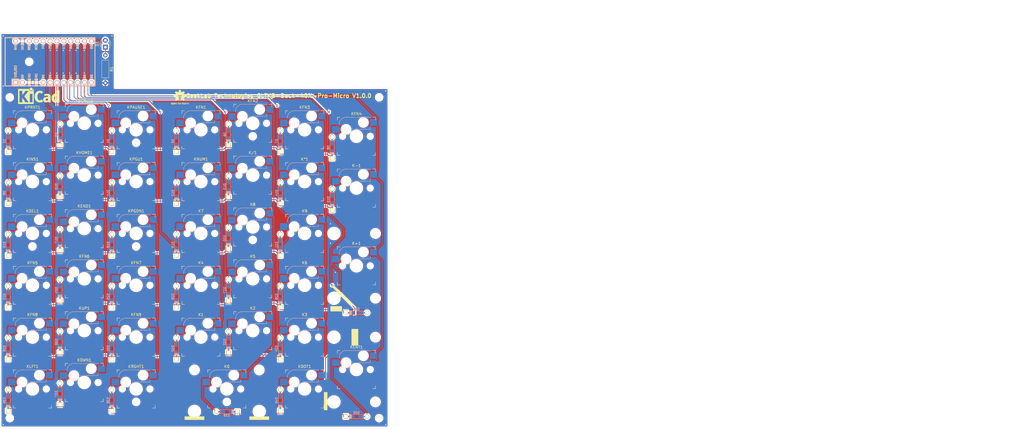
<source format=kicad_pcb>
(kicad_pcb (version 20171130) (host pcbnew "(5.1.5)-3")
  (layers (0 F.Cu signal) (31 B.Cu signal) (34 B.Paste user) (35 F.Paste user) (36 B.SilkS user) (37 F.SilkS user) (38 B.Mask user hide) (39 F.Mask user hide) (44 Edge.Cuts user))
  (net 0 "")
  (net 1 NUMLOCK)
  (net 2 "Net-(D1-Pad1)")
  (net 3 "Net-(D2-Pad2)")
  (net 4 row0)
  (net 5 "Net-(D3-Pad2)")
  (net 6 "Net-(D4-Pad2)")
  (net 7 "Net-(D5-Pad2)")
  (net 8 "Net-(D6-Pad2)")
  (net 9 "Net-(D7-Pad2)")
  (net 10 "Net-(D8-Pad2)")
  (net 11 row1)
  (net 12 "Net-(D9-Pad2)")
  (net 13 "Net-(D10-Pad2)")
  (net 14 "Net-(D11-Pad2)")
  (net 15 "Net-(D12-Pad2)")
  (net 16 "Net-(D13-Pad2)")
  (net 17 "Net-(D14-Pad2)")
  (net 18 "Net-(D15-Pad2)")
  (net 19 row2)
  (net 20 "Net-(D16-Pad2)")
  (net 21 "Net-(D17-Pad2)")
  (net 22 "Net-(D18-Pad2)")
  (net 23 "Net-(D19-Pad2)")
  (net 24 "Net-(D20-Pad2)")
  (net 25 "Net-(D21-Pad2)")
  (net 26 "Net-(D22-Pad2)")
  (net 27 row3)
  (net 28 "Net-(D23-Pad2)")
  (net 29 "Net-(D24-Pad2)")
  (net 30 "Net-(D25-Pad2)")
  (net 31 "Net-(D26-Pad2)")
  (net 32 "Net-(D27-Pad2)")
  (net 33 "Net-(D28-Pad2)")
  (net 34 row4)
  (net 35 "Net-(D29-Pad2)")
  (net 36 "Net-(D30-Pad2)")
  (net 37 "Net-(D31-Pad2)")
  (net 38 "Net-(D32-Pad2)")
  (net 39 "Net-(D33-Pad2)")
  (net 40 "Net-(D34-Pad2)")
  (net 41 "Net-(D35-Pad2)")
  (net 42 "Net-(D36-Pad2)")
  (net 43 "Net-(D37-Pad2)")
  (net 44 "Net-(D38-Pad2)")
  (net 45 "Net-(D39-Pad2)")
  (net 46 "Net-(D40-Pad2)")
  (net 47 col3)
  (net 48 col4)
  (net 49 col5)
  (net 50 col6)
  (net 51 col0)
  (net 52 col1)
  (net 53 col2)
  (net 54 GND)
  (net 55 "Net-(U1-Pad1)")
  (net 56 "Net-(U1-Pad2)")
  (net 57 "Net-(U1-Pad5)")
  (net 58 row5)
  (net 59 "Net-(U1-Pad21)")
  (net 60 "Net-(U1-Pad22)")
  (net 61 "Net-(U1-Pad24)")
  (net 62 "Net-(U1-Pad6)")
  (module Symbols:KiCad-Logo_6mm_SilkScreen (layer F.Cu) (at 47.62504 44.648475)
    (fp_text reference REF*** hide)
    (fp_text value KiCad-Logo_6mm_SilkScreen hide)
  )
  (module Symbols:OSHW-Logo2_7.3x6mm_SilkScreen (layer F.Cu) (at 99.417271 45.243788)
    (fp_text reference REF*** hide)
    (fp_text value OSHW-Logo2_7.3x6mm_SilkScreen hide)
  )
  (module Mounting_Holes:MountingHole_2.2mm_M2 (layer F.Cu) (at 116.681348 157.162632)
    (fp_text reference REF**)
    (fp_text value M2)
    (pad 1 np_thru_hole circle (at 0 0) (size 2.2 2.2) (drill 2.2) (layers *.Cu *.Mask))
  )
  (module Mounting_Holes:MountingHole_2.2mm_M2 (layer F.Cu) (at 83.344356 157.162784)
    (fp_text reference REF**)
    (fp_text value M2)
    (pad 1 np_thru_hole circle (at 0 0) (size 2.2 2.2) (drill 2.2) (layers *.Cu *.Mask))
  )
  (module Mounting_Holes:MountingHole_2.2mm_M2 (layer F.Cu) (at 126.206356 59.5313)
    (fp_text reference REF**)
    (fp_text value M2)
    (pad 1 np_thru_hole circle (at 0 0) (size 2.2 2.2) (drill 2.2) (layers *.Cu *.Mask))
  )
  (module Mounting_Holes:MountingHole_2.2mm_M2 (layer F.Cu) (at 83.344356 61.912704)
    (fp_text reference REF**)
    (fp_text value M2)
    (pad 1 np_thru_hole circle (at 0 0) (size 2.2 2.2) (drill 2.2) (layers *.Cu *.Mask))
  )
  (module Mounting_Holes:MountingHole_2.2mm_M2 (layer F.Cu) (at 126.206356 97.631332)
    (fp_text reference REF**)
    (fp_text value M2)
    (pad 1 np_thru_hole circle (at 0 0) (size 2.2 2.2) (drill 2.2) (layers *.Cu *.Mask))
  )
  (module Mounting_Holes:MountingHole_2.2mm_M2 (layer F.Cu) (at 83.344356 100.012736)
    (fp_text reference REF**)
    (fp_text value M2)
    (pad 1 np_thru_hole circle (at 0 0) (size 2.2 2.2) (drill 2.2) (layers *.Cu *.Mask))
  )
  (module Mounting_Holes:MountingHole_2.2mm_M2 (layer F.Cu) (at 45.244324 100.012736)
    (fp_text reference REF**)
    (fp_text value M2)
    (pad 1 np_thru_hole circle (at 0 0) (size 2.2 2.2) (drill 2.2) (layers *.Cu *.Mask))
  )
  (module Mounting_Holes:MountingHole_2.2mm_M2 (layer F.Cu) (at 172.641306 163.115914)
    (fp_text reference REF**)
    (fp_text value M2)
    (pad 1 np_thru_hole circle (at 0 0) (size 2.2 2.2) (drill 2.2) (layers *.Cu *.Mask))
  )
  (module Mounting_Holes:MountingHole_2.2mm_M2 (layer F.Cu) (at 36.909942 163.115914)
    (fp_text reference REF**)
    (fp_text value M2)
    (pad 1 np_thru_hole circle (at 0 0) (size 2.2 2.2) (drill 2.2) (layers *.Cu *.Mask))
  )
  (module Mounting_Holes:MountingHole_2.2mm_M2 (layer F.Cu) (at 36.909942 45.24394)
    (fp_text reference REF**)
    (fp_text value M2)
    (pad 1 np_thru_hole circle (at 0 0) (size 2.2 2.2) (drill 2.2) (layers *.Cu *.Mask))
  )
  (module Mounting_Holes:MountingHole_2.2mm_M2 (layer F.Cu) (at 172.641306 45.24394)
    (fp_text reference REF**)
    (fp_text value M2)
    (pad 1 np_thru_hole circle (at 0 0) (size 2.2 2.2) (drill 2.2) (layers *.Cu *.Mask))
  )
  (module Mounting_Holes:MountingHole_2.2mm_M2 (layer F.Cu) (at 44.053698 32.147054)
    (fp_text reference REF**)
    (fp_text value M2)
    (pad 1 np_thru_hole circle (at 0 0) (size 2.2 2.2) (drill 2.2) (layers *.Cu *.Mask))
  )
  (module keyswitches:Stabilizer_MX_2u (layer F.Cu) (at 164.306388 107.15634 270)
    (fp_text reference REF** hide)
    (fp_text value Stabilizer_MX_2u hide)
    (pad "" np_thru_hole circle (at -11.9 -6.985 270) (size 3.048 3.048) (drill 3.048) (layers *.Cu *.Mask))
    (pad "" np_thru_hole circle (at 11.9 -6.985 270) (size 3.048 3.048) (drill 3.048) (layers *.Cu *.Mask))
    (pad "" np_thru_hole circle (at -11.9 8.255 270) (size 3.9878 3.9878) (drill 3.9878) (layers *.Cu *.Mask))
    (pad "" np_thru_hole circle (at 11.9 8.255 270) (size 3.9878 3.9878) (drill 3.9878) (layers *.Cu *.Mask))
  )
  (module keyswitches:Stabilizer_MX_2u (layer F.Cu) (at 116.681348 152.400128)
    (fp_text reference REF** hide)
    (fp_text value Stabilizer_MX_2u hide)
    (pad "" np_thru_hole circle (at -11.9 -6.985) (size 3.048 3.048) (drill 3.048) (layers *.Cu *.Mask))
    (pad "" np_thru_hole circle (at 11.9 -6.985) (size 3.048 3.048) (drill 3.048) (layers *.Cu *.Mask))
    (pad "" np_thru_hole circle (at -11.9 8.255) (size 3.9878 3.9878) (drill 3.9878) (layers *.Cu *.Mask))
    (pad "" np_thru_hole circle (at 11.9 8.255) (size 3.9878 3.9878) (drill 3.9878) (layers *.Cu *.Mask))
  )
  (module keyswitches:Stabilizer_MX_2u (layer F.Cu) (at 164.306388 145.256372 270)
    (fp_text reference REF** hide)
    (fp_text value Stabilizer_MX_2u hide)
    (pad "" np_thru_hole circle (at -11.9 -6.985 270) (size 3.048 3.048) (drill 3.048) (layers *.Cu *.Mask))
    (pad "" np_thru_hole circle (at 11.9 -6.985 270) (size 3.048 3.048) (drill 3.048) (layers *.Cu *.Mask))
    (pad "" np_thru_hole circle (at -11.9 8.255 270) (size 3.9878 3.9878) (drill 3.9878) (layers *.Cu *.Mask))
    (pad "" np_thru_hole circle (at 11.9 8.255 270) (size 3.9878 3.9878) (drill 3.9878) (layers *.Cu *.Mask))
  )
  (module LEDs:LED_D3.0mm (layer F.Cu) (at 72.032873 26.789085 90)
    (fp_text reference D1 (at 1.27 -2.96 90) (layer F.SilkS))
    (fp_text value LED)
    (pad 2 thru_hole circle (at 2.54 0 90) (size 1.8 1.8) (drill 0.9) (layers *.Cu *.Mask) (net 1 NUMLOCK))
    (pad 1 thru_hole rect (at 0 0 90) (size 1.8 1.8) (drill 0.9) (layers *.Cu *.Mask) (net 2 "Net-(D1-Pad1)"))
  )
  (module Keebio-Parts:Diode-Hybrid-Back (layer F.Cu) (at 36.314093 61.317239 270)
    (fp_text reference D2 (at -0.0254 1.4 90) (layer B.SilkS) (effects (font (size 0.8 0.8)) (justify mirror)))
    (fp_text value 1N4148 hide)
    (pad 2 smd rect (at -2.5 0 270) (size 2.9 0.5) (layers B.Cu) (net 3 "Net-(D2-Pad2)"))
    (pad 2 smd rect (at -1.4 0 270) (size 1.6 1.2) (layers B.Cu B.Paste B.Mask) (net 3 "Net-(D2-Pad2)"))
    (pad 1 smd rect (at 1.4 0 270) (size 1.6 1.2) (layers B.Cu B.Paste B.Mask) (net 4 row0))
    (pad 1 smd rect (at 2.5 0 270) (size 2.9 0.5) (layers B.Cu) (net 4 row0))
    (pad 2 thru_hole circle (at -3.9 0 270) (size 1.6 1.6) (drill 1) (layers *.Cu *.Mask F.SilkS) (net 3 "Net-(D2-Pad2)"))
    (pad 1 thru_hole rect (at 3.9 0 270) (size 1.6 1.6) (drill 1) (layers *.Cu *.Mask F.SilkS) (net 4 row0))
  )
  (module Keebio-Parts:Diode-Hybrid-Back (layer F.Cu) (at 55.364109 58.935987 270)
    (fp_text reference D3 (at -0.0254 1.4 90) (layer B.SilkS) (effects (font (size 0.8 0.8)) (justify mirror)))
    (fp_text value 1N4148 hide)
    (pad 1 thru_hole rect (at 3.9 0 270) (size 1.6 1.6) (drill 1) (layers *.Cu *.Mask F.SilkS) (net 4 row0))
    (pad 2 thru_hole circle (at -3.9 0 270) (size 1.6 1.6) (drill 1) (layers *.Cu *.Mask F.SilkS) (net 5 "Net-(D3-Pad2)"))
    (pad 1 smd rect (at 2.5 0 270) (size 2.9 0.5) (layers B.Cu) (net 4 row0))
    (pad 1 smd rect (at 1.4 0 270) (size 1.6 1.2) (layers B.Cu B.Paste B.Mask) (net 4 row0))
    (pad 2 smd rect (at -1.4 0 270) (size 1.6 1.2) (layers B.Cu B.Paste B.Mask) (net 5 "Net-(D3-Pad2)"))
    (pad 2 smd rect (at -2.5 0 270) (size 2.9 0.5) (layers B.Cu) (net 5 "Net-(D3-Pad2)"))
  )
  (module Keebio-Parts:Diode-Hybrid-Back (layer F.Cu) (at 74.414125 61.317239 270)
    (fp_text reference D4 (at -0.0254 1.4 90) (layer B.SilkS) (effects (font (size 0.8 0.8)) (justify mirror)))
    (fp_text value 1N4148 hide)
    (pad 1 thru_hole rect (at 3.9 0 270) (size 1.6 1.6) (drill 1) (layers *.Cu *.Mask F.SilkS) (net 4 row0))
    (pad 2 thru_hole circle (at -3.9 0 270) (size 1.6 1.6) (drill 1) (layers *.Cu *.Mask F.SilkS) (net 6 "Net-(D4-Pad2)"))
    (pad 1 smd rect (at 2.5 0 270) (size 2.9 0.5) (layers B.Cu) (net 4 row0))
    (pad 1 smd rect (at 1.4 0 270) (size 1.6 1.2) (layers B.Cu B.Paste B.Mask) (net 4 row0))
    (pad 2 smd rect (at -1.4 0 270) (size 1.6 1.2) (layers B.Cu B.Paste B.Mask) (net 6 "Net-(D4-Pad2)"))
    (pad 2 smd rect (at -2.5 0 270) (size 2.9 0.5) (layers B.Cu) (net 6 "Net-(D4-Pad2)"))
  )
  (module Keebio-Parts:Diode-Hybrid-Back (layer F.Cu) (at 98.226645 61.317239 270)
    (fp_text reference D5 (at -0.0254 1.4 90) (layer B.SilkS) (effects (font (size 0.8 0.8)) (justify mirror)))
    (fp_text value 1N4148 hide)
    (pad 1 thru_hole rect (at 3.9 0 270) (size 1.6 1.6) (drill 1) (layers *.Cu *.Mask F.SilkS) (net 4 row0))
    (pad 2 thru_hole circle (at -3.9 0 270) (size 1.6 1.6) (drill 1) (layers *.Cu *.Mask F.SilkS) (net 7 "Net-(D5-Pad2)"))
    (pad 1 smd rect (at 2.5 0 270) (size 2.9 0.5) (layers B.Cu) (net 4 row0))
    (pad 1 smd rect (at 1.4 0 270) (size 1.6 1.2) (layers B.Cu B.Paste B.Mask) (net 4 row0))
    (pad 2 smd rect (at -1.4 0 270) (size 1.6 1.2) (layers B.Cu B.Paste B.Mask) (net 7 "Net-(D5-Pad2)"))
    (pad 2 smd rect (at -2.5 0 270) (size 2.9 0.5) (layers B.Cu) (net 7 "Net-(D5-Pad2)"))
  )
  (module Keebio-Parts:Diode-Hybrid-Back (layer F.Cu) (at 117.276661 58.935987 270)
    (fp_text reference D6 (at -0.0254 1.4 90) (layer B.SilkS) (effects (font (size 0.8 0.8)) (justify mirror)))
    (fp_text value 1N4148 hide)
    (pad 1 thru_hole rect (at 3.9 0 270) (size 1.6 1.6) (drill 1) (layers *.Cu *.Mask F.SilkS) (net 4 row0))
    (pad 2 thru_hole circle (at -3.9 0 270) (size 1.6 1.6) (drill 1) (layers *.Cu *.Mask F.SilkS) (net 8 "Net-(D6-Pad2)"))
    (pad 1 smd rect (at 2.5 0 270) (size 2.9 0.5) (layers B.Cu) (net 4 row0))
    (pad 1 smd rect (at 1.4 0 270) (size 1.6 1.2) (layers B.Cu B.Paste B.Mask) (net 4 row0))
    (pad 2 smd rect (at -1.4 0 270) (size 1.6 1.2) (layers B.Cu B.Paste B.Mask) (net 8 "Net-(D6-Pad2)"))
    (pad 2 smd rect (at -2.5 0 270) (size 2.9 0.5) (layers B.Cu) (net 8 "Net-(D6-Pad2)"))
  )
  (module Keebio-Parts:Diode-Hybrid-Back (layer F.Cu) (at 136.326677 61.317239 270)
    (fp_text reference D7 (at -0.0254 1.4 90) (layer B.SilkS) (effects (font (size 0.8 0.8)) (justify mirror)))
    (fp_text value 1N4148 hide)
    (pad 2 smd rect (at -2.5 0 270) (size 2.9 0.5) (layers B.Cu) (net 9 "Net-(D7-Pad2)"))
    (pad 2 smd rect (at -1.4 0 270) (size 1.6 1.2) (layers B.Cu B.Paste B.Mask) (net 9 "Net-(D7-Pad2)"))
    (pad 1 smd rect (at 1.4 0 270) (size 1.6 1.2) (layers B.Cu B.Paste B.Mask) (net 4 row0))
    (pad 1 smd rect (at 2.5 0 270) (size 2.9 0.5) (layers B.Cu) (net 4 row0))
    (pad 2 thru_hole circle (at -3.9 0 270) (size 1.6 1.6) (drill 1) (layers *.Cu *.Mask F.SilkS) (net 9 "Net-(D7-Pad2)"))
    (pad 1 thru_hole rect (at 3.9 0 270) (size 1.6 1.6) (drill 1) (layers *.Cu *.Mask F.SilkS) (net 4 row0))
  )
  (module Keebio-Parts:Diode-Hybrid-Back (layer F.Cu) (at 155.376693 63.698491 270)
    (fp_text reference D8 (at -0.0254 1.4 90) (layer B.SilkS) (effects (font (size 0.8 0.8)) (justify mirror)))
    (fp_text value 1N4148 hide)
    (pad 2 smd rect (at -2.5 0 270) (size 2.9 0.5) (layers B.Cu) (net 10 "Net-(D8-Pad2)"))
    (pad 2 smd rect (at -1.4 0 270) (size 1.6 1.2) (layers B.Cu B.Paste B.Mask) (net 10 "Net-(D8-Pad2)"))
    (pad 1 smd rect (at 1.4 0 270) (size 1.6 1.2) (layers B.Cu B.Paste B.Mask) (net 4 row0))
    (pad 1 smd rect (at 2.5 0 270) (size 2.9 0.5) (layers B.Cu) (net 4 row0))
    (pad 2 thru_hole circle (at -3.9 0 270) (size 1.6 1.6) (drill 1) (layers *.Cu *.Mask F.SilkS) (net 10 "Net-(D8-Pad2)"))
    (pad 1 thru_hole rect (at 3.9 0 270) (size 1.6 1.6) (drill 1) (layers *.Cu *.Mask F.SilkS) (net 4 row0))
  )
  (module Keebio-Parts:Diode-Hybrid-Back (layer F.Cu) (at 36.314093 80.367255 270)
    (fp_text reference D9 (at -0.0254 1.4 90) (layer B.SilkS) (effects (font (size 0.8 0.8)) (justify mirror)))
    (fp_text value 1N4148 hide)
    (pad 1 thru_hole rect (at 3.9 0 270) (size 1.6 1.6) (drill 1) (layers *.Cu *.Mask F.SilkS) (net 11 row1))
    (pad 2 thru_hole circle (at -3.9 0 270) (size 1.6 1.6) (drill 1) (layers *.Cu *.Mask F.SilkS) (net 12 "Net-(D9-Pad2)"))
    (pad 1 smd rect (at 2.5 0 270) (size 2.9 0.5) (layers B.Cu) (net 11 row1))
    (pad 1 smd rect (at 1.4 0 270) (size 1.6 1.2) (layers B.Cu B.Paste B.Mask) (net 11 row1))
    (pad 2 smd rect (at -1.4 0 270) (size 1.6 1.2) (layers B.Cu B.Paste B.Mask) (net 12 "Net-(D9-Pad2)"))
    (pad 2 smd rect (at -2.5 0 270) (size 2.9 0.5) (layers B.Cu) (net 12 "Net-(D9-Pad2)"))
  )
  (module Keebio-Parts:Diode-Hybrid-Back (layer F.Cu) (at 55.364109 77.986003 270)
    (fp_text reference D10 (at -0.0254 1.4 90) (layer B.SilkS) (effects (font (size 0.8 0.8)) (justify mirror)))
    (fp_text value 1N4148 hide)
    (pad 2 smd rect (at -2.5 0 270) (size 2.9 0.5) (layers B.Cu) (net 13 "Net-(D10-Pad2)"))
    (pad 2 smd rect (at -1.4 0 270) (size 1.6 1.2) (layers B.Cu B.Paste B.Mask) (net 13 "Net-(D10-Pad2)"))
    (pad 1 smd rect (at 1.4 0 270) (size 1.6 1.2) (layers B.Cu B.Paste B.Mask) (net 11 row1))
    (pad 1 smd rect (at 2.5 0 270) (size 2.9 0.5) (layers B.Cu) (net 11 row1))
    (pad 2 thru_hole circle (at -3.9 0 270) (size 1.6 1.6) (drill 1) (layers *.Cu *.Mask F.SilkS) (net 13 "Net-(D10-Pad2)"))
    (pad 1 thru_hole rect (at 3.9 0 270) (size 1.6 1.6) (drill 1) (layers *.Cu *.Mask F.SilkS) (net 11 row1))
  )
  (module Keebio-Parts:Diode-Hybrid-Back (layer F.Cu) (at 74.414125 80.367255 270)
    (fp_text reference D11 (at -0.0254 1.4 90) (layer B.SilkS) (effects (font (size 0.8 0.8)) (justify mirror)))
    (fp_text value 1N4148 hide)
    (pad 2 smd rect (at -2.5 0 270) (size 2.9 0.5) (layers B.Cu) (net 14 "Net-(D11-Pad2)"))
    (pad 2 smd rect (at -1.4 0 270) (size 1.6 1.2) (layers B.Cu B.Paste B.Mask) (net 14 "Net-(D11-Pad2)"))
    (pad 1 smd rect (at 1.4 0 270) (size 1.6 1.2) (layers B.Cu B.Paste B.Mask) (net 11 row1))
    (pad 1 smd rect (at 2.5 0 270) (size 2.9 0.5) (layers B.Cu) (net 11 row1))
    (pad 2 thru_hole circle (at -3.9 0 270) (size 1.6 1.6) (drill 1) (layers *.Cu *.Mask F.SilkS) (net 14 "Net-(D11-Pad2)"))
    (pad 1 thru_hole rect (at 3.9 0 270) (size 1.6 1.6) (drill 1) (layers *.Cu *.Mask F.SilkS) (net 11 row1))
  )
  (module Keebio-Parts:Diode-Hybrid-Back (layer F.Cu) (at 98.226645 80.367255 270)
    (fp_text reference D12 (at -0.0254 1.4 90) (layer B.SilkS) (effects (font (size 0.8 0.8)) (justify mirror)))
    (fp_text value 1N4148 hide)
    (pad 1 thru_hole rect (at 3.9 0 270) (size 1.6 1.6) (drill 1) (layers *.Cu *.Mask F.SilkS) (net 11 row1))
    (pad 2 thru_hole circle (at -3.9 0 270) (size 1.6 1.6) (drill 1) (layers *.Cu *.Mask F.SilkS) (net 15 "Net-(D12-Pad2)"))
    (pad 1 smd rect (at 2.5 0 270) (size 2.9 0.5) (layers B.Cu) (net 11 row1))
    (pad 1 smd rect (at 1.4 0 270) (size 1.6 1.2) (layers B.Cu B.Paste B.Mask) (net 11 row1))
    (pad 2 smd rect (at -1.4 0 270) (size 1.6 1.2) (layers B.Cu B.Paste B.Mask) (net 15 "Net-(D12-Pad2)"))
    (pad 2 smd rect (at -2.5 0 270) (size 2.9 0.5) (layers B.Cu) (net 15 "Net-(D12-Pad2)"))
  )
  (module Keebio-Parts:Diode-Hybrid-Back (layer F.Cu) (at 117.276661 77.986003 270)
    (fp_text reference D13 (at -0.0254 1.4 90) (layer B.SilkS) (effects (font (size 0.8 0.8)) (justify mirror)))
    (fp_text value 1N4148 hide)
    (pad 1 thru_hole rect (at 3.9 0 270) (size 1.6 1.6) (drill 1) (layers *.Cu *.Mask F.SilkS) (net 11 row1))
    (pad 2 thru_hole circle (at -3.9 0 270) (size 1.6 1.6) (drill 1) (layers *.Cu *.Mask F.SilkS) (net 16 "Net-(D13-Pad2)"))
    (pad 1 smd rect (at 2.5 0 270) (size 2.9 0.5) (layers B.Cu) (net 11 row1))
    (pad 1 smd rect (at 1.4 0 270) (size 1.6 1.2) (layers B.Cu B.Paste B.Mask) (net 11 row1))
    (pad 2 smd rect (at -1.4 0 270) (size 1.6 1.2) (layers B.Cu B.Paste B.Mask) (net 16 "Net-(D13-Pad2)"))
    (pad 2 smd rect (at -2.5 0 270) (size 2.9 0.5) (layers B.Cu) (net 16 "Net-(D13-Pad2)"))
  )
  (module Keebio-Parts:Diode-Hybrid-Back (layer F.Cu) (at 136.326677 80.367255 270)
    (fp_text reference D14 (at -0.0254 1.4 90) (layer B.SilkS) (effects (font (size 0.8 0.8)) (justify mirror)))
    (fp_text value 1N4148 hide)
    (pad 1 thru_hole rect (at 3.9 0 270) (size 1.6 1.6) (drill 1) (layers *.Cu *.Mask F.SilkS) (net 11 row1))
    (pad 2 thru_hole circle (at -3.9 0 270) (size 1.6 1.6) (drill 1) (layers *.Cu *.Mask F.SilkS) (net 17 "Net-(D14-Pad2)"))
    (pad 1 smd rect (at 2.5 0 270) (size 2.9 0.5) (layers B.Cu) (net 11 row1))
    (pad 1 smd rect (at 1.4 0 270) (size 1.6 1.2) (layers B.Cu B.Paste B.Mask) (net 11 row1))
    (pad 2 smd rect (at -1.4 0 270) (size 1.6 1.2) (layers B.Cu B.Paste B.Mask) (net 17 "Net-(D14-Pad2)"))
    (pad 2 smd rect (at -2.5 0 270) (size 2.9 0.5) (layers B.Cu) (net 17 "Net-(D14-Pad2)"))
  )
  (module Keebio-Parts:Diode-Hybrid-Back (layer F.Cu) (at 155.376693 82.748507 270)
    (fp_text reference D15 (at -0.0254 1.4 90) (layer B.SilkS) (effects (font (size 0.8 0.8)) (justify mirror)))
    (fp_text value 1N4148 hide)
    (pad 1 thru_hole rect (at 3.9 0 270) (size 1.6 1.6) (drill 1) (layers *.Cu *.Mask F.SilkS) (net 11 row1))
    (pad 2 thru_hole circle (at -3.9 0 270) (size 1.6 1.6) (drill 1) (layers *.Cu *.Mask F.SilkS) (net 18 "Net-(D15-Pad2)"))
    (pad 1 smd rect (at 2.5 0 270) (size 2.9 0.5) (layers B.Cu) (net 11 row1))
    (pad 1 smd rect (at 1.4 0 270) (size 1.6 1.2) (layers B.Cu B.Paste B.Mask) (net 11 row1))
    (pad 2 smd rect (at -1.4 0 270) (size 1.6 1.2) (layers B.Cu B.Paste B.Mask) (net 18 "Net-(D15-Pad2)"))
    (pad 2 smd rect (at -2.5 0 270) (size 2.9 0.5) (layers B.Cu) (net 18 "Net-(D15-Pad2)"))
  )
  (module Keebio-Parts:Diode-Hybrid-Back (layer F.Cu) (at 36.314093 99.417271 270)
    (fp_text reference D16 (at -0.0254 1.4 90) (layer B.SilkS) (effects (font (size 0.8 0.8)) (justify mirror)))
    (fp_text value 1N4148 hide)
    (pad 1 thru_hole rect (at 3.9 0 270) (size 1.6 1.6) (drill 1) (layers *.Cu *.Mask F.SilkS) (net 19 row2))
    (pad 2 thru_hole circle (at -3.9 0 270) (size 1.6 1.6) (drill 1) (layers *.Cu *.Mask F.SilkS) (net 20 "Net-(D16-Pad2)"))
    (pad 1 smd rect (at 2.5 0 270) (size 2.9 0.5) (layers B.Cu) (net 19 row2))
    (pad 1 smd rect (at 1.4 0 270) (size 1.6 1.2) (layers B.Cu B.Paste B.Mask) (net 19 row2))
    (pad 2 smd rect (at -1.4 0 270) (size 1.6 1.2) (layers B.Cu B.Paste B.Mask) (net 20 "Net-(D16-Pad2)"))
    (pad 2 smd rect (at -2.5 0 270) (size 2.9 0.5) (layers B.Cu) (net 20 "Net-(D16-Pad2)"))
  )
  (module Keebio-Parts:Diode-Hybrid-Back (layer F.Cu) (at 55.364109 97.631332 270)
    (fp_text reference D17 (at -0.0254 1.4 90) (layer B.SilkS) (effects (font (size 0.8 0.8)) (justify mirror)))
    (fp_text value 1N4148 hide)
    (pad 2 smd rect (at -2.5 0 270) (size 2.9 0.5) (layers B.Cu) (net 21 "Net-(D17-Pad2)"))
    (pad 2 smd rect (at -1.4 0 270) (size 1.6 1.2) (layers B.Cu B.Paste B.Mask) (net 21 "Net-(D17-Pad2)"))
    (pad 1 smd rect (at 1.4 0 270) (size 1.6 1.2) (layers B.Cu B.Paste B.Mask) (net 19 row2))
    (pad 1 smd rect (at 2.5 0 270) (size 2.9 0.5) (layers B.Cu) (net 19 row2))
    (pad 2 thru_hole circle (at -3.9 0 270) (size 1.6 1.6) (drill 1) (layers *.Cu *.Mask F.SilkS) (net 21 "Net-(D17-Pad2)"))
    (pad 1 thru_hole rect (at 3.9 0 270) (size 1.6 1.6) (drill 1) (layers *.Cu *.Mask F.SilkS) (net 19 row2))
  )
  (module Keebio-Parts:Diode-Hybrid-Back (layer F.Cu) (at 74.414125 99.417271 270)
    (fp_text reference D18 (at -0.0254 1.4 90) (layer B.SilkS) (effects (font (size 0.8 0.8)) (justify mirror)))
    (fp_text value 1N4148 hide)
    (pad 2 smd rect (at -2.5 0 270) (size 2.9 0.5) (layers B.Cu) (net 22 "Net-(D18-Pad2)"))
    (pad 2 smd rect (at -1.4 0 270) (size 1.6 1.2) (layers B.Cu B.Paste B.Mask) (net 22 "Net-(D18-Pad2)"))
    (pad 1 smd rect (at 1.4 0 270) (size 1.6 1.2) (layers B.Cu B.Paste B.Mask) (net 19 row2))
    (pad 1 smd rect (at 2.5 0 270) (size 2.9 0.5) (layers B.Cu) (net 19 row2))
    (pad 2 thru_hole circle (at -3.9 0 270) (size 1.6 1.6) (drill 1) (layers *.Cu *.Mask F.SilkS) (net 22 "Net-(D18-Pad2)"))
    (pad 1 thru_hole rect (at 3.9 0 270) (size 1.6 1.6) (drill 1) (layers *.Cu *.Mask F.SilkS) (net 19 row2))
  )
  (module Keebio-Parts:Diode-Hybrid-Back (layer F.Cu) (at 98.226645 99.417271 270)
    (fp_text reference D19 (at -0.0254 1.4 90) (layer B.SilkS) (effects (font (size 0.8 0.8)) (justify mirror)))
    (fp_text value 1N4148 hide)
    (pad 2 smd rect (at -2.5 0 270) (size 2.9 0.5) (layers B.Cu) (net 23 "Net-(D19-Pad2)"))
    (pad 2 smd rect (at -1.4 0 270) (size 1.6 1.2) (layers B.Cu B.Paste B.Mask) (net 23 "Net-(D19-Pad2)"))
    (pad 1 smd rect (at 1.4 0 270) (size 1.6 1.2) (layers B.Cu B.Paste B.Mask) (net 19 row2))
    (pad 1 smd rect (at 2.5 0 270) (size 2.9 0.5) (layers B.Cu) (net 19 row2))
    (pad 2 thru_hole circle (at -3.9 0 270) (size 1.6 1.6) (drill 1) (layers *.Cu *.Mask F.SilkS) (net 23 "Net-(D19-Pad2)"))
    (pad 1 thru_hole rect (at 3.9 0 270) (size 1.6 1.6) (drill 1) (layers *.Cu *.Mask F.SilkS) (net 19 row2))
  )
  (module Keebio-Parts:Diode-Hybrid-Back (layer F.Cu) (at 117.276661 97.036019 270)
    (fp_text reference D20 (at -0.0254 1.4 90) (layer B.SilkS) (effects (font (size 0.8 0.8)) (justify mirror)))
    (fp_text value 1N4148 hide)
    (pad 2 smd rect (at -2.5 0 270) (size 2.9 0.5) (layers B.Cu) (net 24 "Net-(D20-Pad2)"))
    (pad 2 smd rect (at -1.4 0 270) (size 1.6 1.2) (layers B.Cu B.Paste B.Mask) (net 24 "Net-(D20-Pad2)"))
    (pad 1 smd rect (at 1.4 0 270) (size 1.6 1.2) (layers B.Cu B.Paste B.Mask) (net 19 row2))
    (pad 1 smd rect (at 2.5 0 270) (size 2.9 0.5) (layers B.Cu) (net 19 row2))
    (pad 2 thru_hole circle (at -3.9 0 270) (size 1.6 1.6) (drill 1) (layers *.Cu *.Mask F.SilkS) (net 24 "Net-(D20-Pad2)"))
    (pad 1 thru_hole rect (at 3.9 0 270) (size 1.6 1.6) (drill 1) (layers *.Cu *.Mask F.SilkS) (net 19 row2))
  )
  (module Keebio-Parts:Diode-Hybrid-Back (layer F.Cu) (at 136.326677 99.417271 270)
    (fp_text reference D21 (at -0.0254 1.4 90) (layer B.SilkS) (effects (font (size 0.8 0.8)) (justify mirror)))
    (fp_text value 1N4148 hide)
    (pad 2 smd rect (at -2.5 0 270) (size 2.9 0.5) (layers B.Cu) (net 25 "Net-(D21-Pad2)"))
    (pad 2 smd rect (at -1.4 0 270) (size 1.6 1.2) (layers B.Cu B.Paste B.Mask) (net 25 "Net-(D21-Pad2)"))
    (pad 1 smd rect (at 1.4 0 270) (size 1.6 1.2) (layers B.Cu B.Paste B.Mask) (net 19 row2))
    (pad 1 smd rect (at 2.5 0 270) (size 2.9 0.5) (layers B.Cu) (net 19 row2))
    (pad 2 thru_hole circle (at -3.9 0 270) (size 1.6 1.6) (drill 1) (layers *.Cu *.Mask F.SilkS) (net 25 "Net-(D21-Pad2)"))
    (pad 1 thru_hole rect (at 3.9 0 270) (size 1.6 1.6) (drill 1) (layers *.Cu *.Mask F.SilkS) (net 19 row2))
  )
  (module Keebio-Parts:Diode-Hybrid-Back (layer F.Cu) (at 164.306388 124.420417 180)
    (fp_text reference D22 (at -0.0254 1.4) (layer B.SilkS) (effects (font (size 0.8 0.8)) (justify mirror)))
    (fp_text value 1N4148 hide)
    (pad 2 smd rect (at -2.5 0 180) (size 2.9 0.5) (layers B.Cu) (net 26 "Net-(D22-Pad2)"))
    (pad 2 smd rect (at -1.4 0 180) (size 1.6 1.2) (layers B.Cu B.Paste B.Mask) (net 26 "Net-(D22-Pad2)"))
    (pad 1 smd rect (at 1.4 0 180) (size 1.6 1.2) (layers B.Cu B.Paste B.Mask) (net 27 row3))
    (pad 1 smd rect (at 2.5 0 180) (size 2.9 0.5) (layers B.Cu) (net 27 row3))
    (pad 2 thru_hole circle (at -3.9 0 180) (size 1.6 1.6) (drill 1) (layers *.Cu *.Mask F.SilkS) (net 26 "Net-(D22-Pad2)"))
    (pad 1 thru_hole rect (at 3.9 0 180) (size 1.6 1.6) (drill 1) (layers *.Cu *.Mask F.SilkS) (net 27 row3))
  )
  (module Keebio-Parts:Diode-Hybrid-Back (layer F.Cu) (at 36.314093 118.467287 270)
    (fp_text reference D23 (at -0.0254 1.4 90) (layer B.SilkS) (effects (font (size 0.8 0.8)) (justify mirror)))
    (fp_text value 1N4148 hide)
    (pad 1 thru_hole rect (at 3.9 0 270) (size 1.6 1.6) (drill 1) (layers *.Cu *.Mask F.SilkS) (net 27 row3))
    (pad 2 thru_hole circle (at -3.9 0 270) (size 1.6 1.6) (drill 1) (layers *.Cu *.Mask F.SilkS) (net 28 "Net-(D23-Pad2)"))
    (pad 1 smd rect (at 2.5 0 270) (size 2.9 0.5) (layers B.Cu) (net 27 row3))
    (pad 1 smd rect (at 1.4 0 270) (size 1.6 1.2) (layers B.Cu B.Paste B.Mask) (net 27 row3))
    (pad 2 smd rect (at -1.4 0 270) (size 1.6 1.2) (layers B.Cu B.Paste B.Mask) (net 28 "Net-(D23-Pad2)"))
    (pad 2 smd rect (at -2.5 0 270) (size 2.9 0.5) (layers B.Cu) (net 28 "Net-(D23-Pad2)"))
  )
  (module Keebio-Parts:Diode-Hybrid-Back (layer F.Cu) (at 55.364109 116.086035 270)
    (fp_text reference D24 (at -0.0254 1.4 90) (layer B.SilkS) (effects (font (size 0.8 0.8)) (justify mirror)))
    (fp_text value 1N4148 hide)
    (pad 1 thru_hole rect (at 3.9 0 270) (size 1.6 1.6) (drill 1) (layers *.Cu *.Mask F.SilkS) (net 27 row3))
    (pad 2 thru_hole circle (at -3.9 0 270) (size 1.6 1.6) (drill 1) (layers *.Cu *.Mask F.SilkS) (net 29 "Net-(D24-Pad2)"))
    (pad 1 smd rect (at 2.5 0 270) (size 2.9 0.5) (layers B.Cu) (net 27 row3))
    (pad 1 smd rect (at 1.4 0 270) (size 1.6 1.2) (layers B.Cu B.Paste B.Mask) (net 27 row3))
    (pad 2 smd rect (at -1.4 0 270) (size 1.6 1.2) (layers B.Cu B.Paste B.Mask) (net 29 "Net-(D24-Pad2)"))
    (pad 2 smd rect (at -2.5 0 270) (size 2.9 0.5) (layers B.Cu) (net 29 "Net-(D24-Pad2)"))
  )
  (module Keebio-Parts:Diode-Hybrid-Back (layer F.Cu) (at 74.414125 118.467287 270)
    (fp_text reference D25 (at -0.0254 1.4 90) (layer B.SilkS) (effects (font (size 0.8 0.8)) (justify mirror)))
    (fp_text value 1N4148 hide)
    (pad 1 thru_hole rect (at 3.9 0 270) (size 1.6 1.6) (drill 1) (layers *.Cu *.Mask F.SilkS) (net 27 row3))
    (pad 2 thru_hole circle (at -3.9 0 270) (size 1.6 1.6) (drill 1) (layers *.Cu *.Mask F.SilkS) (net 30 "Net-(D25-Pad2)"))
    (pad 1 smd rect (at 2.5 0 270) (size 2.9 0.5) (layers B.Cu) (net 27 row3))
    (pad 1 smd rect (at 1.4 0 270) (size 1.6 1.2) (layers B.Cu B.Paste B.Mask) (net 27 row3))
    (pad 2 smd rect (at -1.4 0 270) (size 1.6 1.2) (layers B.Cu B.Paste B.Mask) (net 30 "Net-(D25-Pad2)"))
    (pad 2 smd rect (at -2.5 0 270) (size 2.9 0.5) (layers B.Cu) (net 30 "Net-(D25-Pad2)"))
  )
  (module Keebio-Parts:Diode-Hybrid-Back (layer F.Cu) (at 98.226645 118.467287 270)
    (fp_text reference D26 (at -0.0254 1.4 90) (layer B.SilkS) (effects (font (size 0.8 0.8)) (justify mirror)))
    (fp_text value 1N4148 hide)
    (pad 1 thru_hole rect (at 3.9 0 270) (size 1.6 1.6) (drill 1) (layers *.Cu *.Mask F.SilkS) (net 27 row3))
    (pad 2 thru_hole circle (at -3.9 0 270) (size 1.6 1.6) (drill 1) (layers *.Cu *.Mask F.SilkS) (net 31 "Net-(D26-Pad2)"))
    (pad 1 smd rect (at 2.5 0 270) (size 2.9 0.5) (layers B.Cu) (net 27 row3))
    (pad 1 smd rect (at 1.4 0 270) (size 1.6 1.2) (layers B.Cu B.Paste B.Mask) (net 27 row3))
    (pad 2 smd rect (at -1.4 0 270) (size 1.6 1.2) (layers B.Cu B.Paste B.Mask) (net 31 "Net-(D26-Pad2)"))
    (pad 2 smd rect (at -2.5 0 270) (size 2.9 0.5) (layers B.Cu) (net 31 "Net-(D26-Pad2)"))
  )
  (module Keebio-Parts:Diode-Hybrid-Back (layer F.Cu) (at 117.276661 116.086035 270)
    (fp_text reference D27 (at -0.0254 1.4 90) (layer B.SilkS) (effects (font (size 0.8 0.8)) (justify mirror)))
    (fp_text value 1N4148 hide)
    (pad 1 thru_hole rect (at 3.9 0 270) (size 1.6 1.6) (drill 1) (layers *.Cu *.Mask F.SilkS) (net 27 row3))
    (pad 2 thru_hole circle (at -3.9 0 270) (size 1.6 1.6) (drill 1) (layers *.Cu *.Mask F.SilkS) (net 32 "Net-(D27-Pad2)"))
    (pad 1 smd rect (at 2.5 0 270) (size 2.9 0.5) (layers B.Cu) (net 27 row3))
    (pad 1 smd rect (at 1.4 0 270) (size 1.6 1.2) (layers B.Cu B.Paste B.Mask) (net 27 row3))
    (pad 2 smd rect (at -1.4 0 270) (size 1.6 1.2) (layers B.Cu B.Paste B.Mask) (net 32 "Net-(D27-Pad2)"))
    (pad 2 smd rect (at -2.5 0 270) (size 2.9 0.5) (layers B.Cu) (net 32 "Net-(D27-Pad2)"))
  )
  (module Keebio-Parts:Diode-Hybrid-Back (layer F.Cu) (at 136.326677 118.467287 270)
    (fp_text reference D28 (at -0.0254 1.4 90) (layer B.SilkS) (effects (font (size 0.8 0.8)) (justify mirror)))
    (fp_text value 1N4148 hide)
    (pad 1 thru_hole rect (at 3.9 0 270) (size 1.6 1.6) (drill 1) (layers *.Cu *.Mask F.SilkS) (net 27 row3))
    (pad 2 thru_hole circle (at -3.9 0 270) (size 1.6 1.6) (drill 1) (layers *.Cu *.Mask F.SilkS) (net 33 "Net-(D28-Pad2)"))
    (pad 1 smd rect (at 2.5 0 270) (size 2.9 0.5) (layers B.Cu) (net 27 row3))
    (pad 1 smd rect (at 1.4 0 270) (size 1.6 1.2) (layers B.Cu B.Paste B.Mask) (net 27 row3))
    (pad 2 smd rect (at -1.4 0 270) (size 1.6 1.2) (layers B.Cu B.Paste B.Mask) (net 33 "Net-(D28-Pad2)"))
    (pad 2 smd rect (at -2.5 0 270) (size 2.9 0.5) (layers B.Cu) (net 33 "Net-(D28-Pad2)"))
  )
  (module Keebio-Parts:Diode-Hybrid-Back (layer F.Cu) (at 36.314093 137.517303 270)
    (fp_text reference D29 (at -0.0254 1.4 90) (layer B.SilkS) (effects (font (size 0.8 0.8)) (justify mirror)))
    (fp_text value 1N4148 hide)
    (pad 1 thru_hole rect (at 3.9 0 270) (size 1.6 1.6) (drill 1) (layers *.Cu *.Mask F.SilkS) (net 34 row4))
    (pad 2 thru_hole circle (at -3.9 0 270) (size 1.6 1.6) (drill 1) (layers *.Cu *.Mask F.SilkS) (net 35 "Net-(D29-Pad2)"))
    (pad 1 smd rect (at 2.5 0 270) (size 2.9 0.5) (layers B.Cu) (net 34 row4))
    (pad 1 smd rect (at 1.4 0 270) (size 1.6 1.2) (layers B.Cu B.Paste B.Mask) (net 34 row4))
    (pad 2 smd rect (at -1.4 0 270) (size 1.6 1.2) (layers B.Cu B.Paste B.Mask) (net 35 "Net-(D29-Pad2)"))
    (pad 2 smd rect (at -2.5 0 270) (size 2.9 0.5) (layers B.Cu) (net 35 "Net-(D29-Pad2)"))
  )
  (module Keebio-Parts:Diode-Hybrid-Back (layer F.Cu) (at 55.364109 135.136051 270)
    (fp_text reference D30 (at -0.0254 1.4 90) (layer B.SilkS) (effects (font (size 0.8 0.8)) (justify mirror)))
    (fp_text value 1N4148 hide)
    (pad 1 thru_hole rect (at 3.9 0 270) (size 1.6 1.6) (drill 1) (layers *.Cu *.Mask F.SilkS) (net 34 row4))
    (pad 2 thru_hole circle (at -3.9 0 270) (size 1.6 1.6) (drill 1) (layers *.Cu *.Mask F.SilkS) (net 36 "Net-(D30-Pad2)"))
    (pad 1 smd rect (at 2.5 0 270) (size 2.9 0.5) (layers B.Cu) (net 34 row4))
    (pad 1 smd rect (at 1.4 0 270) (size 1.6 1.2) (layers B.Cu B.Paste B.Mask) (net 34 row4))
    (pad 2 smd rect (at -1.4 0 270) (size 1.6 1.2) (layers B.Cu B.Paste B.Mask) (net 36 "Net-(D30-Pad2)"))
    (pad 2 smd rect (at -2.5 0 270) (size 2.9 0.5) (layers B.Cu) (net 36 "Net-(D30-Pad2)"))
  )
  (module Keebio-Parts:Diode-Hybrid-Back (layer F.Cu) (at 74.414125 137.517303 270)
    (fp_text reference D31 (at -0.0254 1.4 90) (layer B.SilkS) (effects (font (size 0.8 0.8)) (justify mirror)))
    (fp_text value 1N4148 hide)
    (pad 2 smd rect (at -2.5 0 270) (size 2.9 0.5) (layers B.Cu) (net 37 "Net-(D31-Pad2)"))
    (pad 2 smd rect (at -1.4 0 270) (size 1.6 1.2) (layers B.Cu B.Paste B.Mask) (net 37 "Net-(D31-Pad2)"))
    (pad 1 smd rect (at 1.4 0 270) (size 1.6 1.2) (layers B.Cu B.Paste B.Mask) (net 34 row4))
    (pad 1 smd rect (at 2.5 0 270) (size 2.9 0.5) (layers B.Cu) (net 34 row4))
    (pad 2 thru_hole circle (at -3.9 0 270) (size 1.6 1.6) (drill 1) (layers *.Cu *.Mask F.SilkS) (net 37 "Net-(D31-Pad2)"))
    (pad 1 thru_hole rect (at 3.9 0 270) (size 1.6 1.6) (drill 1) (layers *.Cu *.Mask F.SilkS) (net 34 row4))
  )
  (module Keebio-Parts:Diode-Hybrid-Back (layer F.Cu) (at 98.226645 137.517303 270)
    (fp_text reference D32 (at -0.0254 1.4 90) (layer B.SilkS) (effects (font (size 0.8 0.8)) (justify mirror)))
    (fp_text value 1N4148 hide)
    (pad 2 smd rect (at -2.5 0 270) (size 2.9 0.5) (layers B.Cu) (net 38 "Net-(D32-Pad2)"))
    (pad 2 smd rect (at -1.4 0 270) (size 1.6 1.2) (layers B.Cu B.Paste B.Mask) (net 38 "Net-(D32-Pad2)"))
    (pad 1 smd rect (at 1.4 0 270) (size 1.6 1.2) (layers B.Cu B.Paste B.Mask) (net 34 row4))
    (pad 1 smd rect (at 2.5 0 270) (size 2.9 0.5) (layers B.Cu) (net 34 row4))
    (pad 2 thru_hole circle (at -3.9 0 270) (size 1.6 1.6) (drill 1) (layers *.Cu *.Mask F.SilkS) (net 38 "Net-(D32-Pad2)"))
    (pad 1 thru_hole rect (at 3.9 0 270) (size 1.6 1.6) (drill 1) (layers *.Cu *.Mask F.SilkS) (net 34 row4))
  )
  (module Keebio-Parts:Diode-Hybrid-Back (layer F.Cu) (at 117.276661 135.136051 270)
    (fp_text reference D33 (at -0.0254 1.4 90) (layer B.SilkS) (effects (font (size 0.8 0.8)) (justify mirror)))
    (fp_text value 1N4148 hide)
    (pad 2 smd rect (at -2.5 0 270) (size 2.9 0.5) (layers B.Cu) (net 39 "Net-(D33-Pad2)"))
    (pad 2 smd rect (at -1.4 0 270) (size 1.6 1.2) (layers B.Cu B.Paste B.Mask) (net 39 "Net-(D33-Pad2)"))
    (pad 1 smd rect (at 1.4 0 270) (size 1.6 1.2) (layers B.Cu B.Paste B.Mask) (net 34 row4))
    (pad 1 smd rect (at 2.5 0 270) (size 2.9 0.5) (layers B.Cu) (net 34 row4))
    (pad 2 thru_hole circle (at -3.9 0 270) (size 1.6 1.6) (drill 1) (layers *.Cu *.Mask F.SilkS) (net 39 "Net-(D33-Pad2)"))
    (pad 1 thru_hole rect (at 3.9 0 270) (size 1.6 1.6) (drill 1) (layers *.Cu *.Mask F.SilkS) (net 34 row4))
  )
  (module Keebio-Parts:Diode-Hybrid-Back (layer F.Cu) (at 136.326677 137.517303 270)
    (fp_text reference D34 (at -0.0254 1.4 90) (layer B.SilkS) (effects (font (size 0.8 0.8)) (justify mirror)))
    (fp_text value 1N4148 hide)
    (pad 2 smd rect (at -2.5 0 270) (size 2.9 0.5) (layers B.Cu) (net 40 "Net-(D34-Pad2)"))
    (pad 2 smd rect (at -1.4 0 270) (size 1.6 1.2) (layers B.Cu B.Paste B.Mask) (net 40 "Net-(D34-Pad2)"))
    (pad 1 smd rect (at 1.4 0 270) (size 1.6 1.2) (layers B.Cu B.Paste B.Mask) (net 34 row4))
    (pad 1 smd rect (at 2.5 0 270) (size 2.9 0.5) (layers B.Cu) (net 34 row4))
    (pad 2 thru_hole circle (at -3.9 0 270) (size 1.6 1.6) (drill 1) (layers *.Cu *.Mask F.SilkS) (net 40 "Net-(D34-Pad2)"))
    (pad 1 thru_hole rect (at 3.9 0 270) (size 1.6 1.6) (drill 1) (layers *.Cu *.Mask F.SilkS) (net 34 row4))
  )
  (module Keebio-Parts:Diode-Hybrid-Back (layer F.Cu) (at 164.306388 162.520449 180)
    (fp_text reference D35 (at -0.0254 1.4) (layer B.SilkS) (effects (font (size 0.8 0.8)) (justify mirror)))
    (fp_text value 1N4148 hide)
    (pad 2 smd rect (at -2.5 0 180) (size 2.9 0.5) (layers B.Cu) (net 41 "Net-(D35-Pad2)"))
    (pad 2 smd rect (at -1.4 0 180) (size 1.6 1.2) (layers B.Cu B.Paste B.Mask) (net 41 "Net-(D35-Pad2)"))
    (pad 1 smd rect (at 1.4 0 180) (size 1.6 1.2) (layers B.Cu B.Paste B.Mask) (net 58 row5))
    (pad 1 smd rect (at 2.5 0 180) (size 2.9 0.5) (layers B.Cu) (net 58 row5))
    (pad 2 thru_hole circle (at -3.9 0 180) (size 1.6 1.6) (drill 1) (layers *.Cu *.Mask F.SilkS) (net 41 "Net-(D35-Pad2)"))
    (pad 1 thru_hole rect (at 3.9 0 180) (size 1.6 1.6) (drill 1) (layers *.Cu *.Mask F.SilkS) (net 58 row5))
  )
  (module Keebio-Parts:Diode-Hybrid-Back (layer F.Cu) (at 36.314093 156.567319 270)
    (fp_text reference D36 (at -0.0254 1.4 90) (layer B.SilkS) (effects (font (size 0.8 0.8)) (justify mirror)))
    (fp_text value 1N4148 hide)
    (pad 1 thru_hole rect (at 3.9 0 270) (size 1.6 1.6) (drill 1) (layers *.Cu *.Mask F.SilkS) (net 58 row5))
    (pad 2 thru_hole circle (at -3.9 0 270) (size 1.6 1.6) (drill 1) (layers *.Cu *.Mask F.SilkS) (net 42 "Net-(D36-Pad2)"))
    (pad 1 smd rect (at 2.5 0 270) (size 2.9 0.5) (layers B.Cu) (net 58 row5))
    (pad 1 smd rect (at 1.4 0 270) (size 1.6 1.2) (layers B.Cu B.Paste B.Mask) (net 58 row5))
    (pad 2 smd rect (at -1.4 0 270) (size 1.6 1.2) (layers B.Cu B.Paste B.Mask) (net 42 "Net-(D36-Pad2)"))
    (pad 2 smd rect (at -2.5 0 270) (size 2.9 0.5) (layers B.Cu) (net 42 "Net-(D36-Pad2)"))
  )
  (module Keebio-Parts:Diode-Hybrid-Back (layer F.Cu) (at 55.364109 154.186067 270)
    (fp_text reference D37 (at -0.0254 1.4 90) (layer B.SilkS) (effects (font (size 0.8 0.8)) (justify mirror)))
    (fp_text value 1N4148 hide)
    (pad 2 smd rect (at -2.5 0 270) (size 2.9 0.5) (layers B.Cu) (net 43 "Net-(D37-Pad2)"))
    (pad 2 smd rect (at -1.4 0 270) (size 1.6 1.2) (layers B.Cu B.Paste B.Mask) (net 43 "Net-(D37-Pad2)"))
    (pad 1 smd rect (at 1.4 0 270) (size 1.6 1.2) (layers B.Cu B.Paste B.Mask) (net 58 row5))
    (pad 1 smd rect (at 2.5 0 270) (size 2.9 0.5) (layers B.Cu) (net 58 row5))
    (pad 2 thru_hole circle (at -3.9 0 270) (size 1.6 1.6) (drill 1) (layers *.Cu *.Mask F.SilkS) (net 43 "Net-(D37-Pad2)"))
    (pad 1 thru_hole rect (at 3.9 0 270) (size 1.6 1.6) (drill 1) (layers *.Cu *.Mask F.SilkS) (net 58 row5))
  )
  (module Keebio-Parts:Diode-Hybrid-Back (layer F.Cu) (at 74.414125 156.567319 270)
    (fp_text reference D38 (at -0.0254 1.4 90) (layer B.SilkS) (effects (font (size 0.8 0.8)) (justify mirror)))
    (fp_text value 1N4148 hide)
    (pad 2 smd rect (at -2.5 0 270) (size 2.9 0.5) (layers B.Cu) (net 44 "Net-(D38-Pad2)"))
    (pad 2 smd rect (at -1.4 0 270) (size 1.6 1.2) (layers B.Cu B.Paste B.Mask) (net 44 "Net-(D38-Pad2)"))
    (pad 1 smd rect (at 1.4 0 270) (size 1.6 1.2) (layers B.Cu B.Paste B.Mask) (net 58 row5))
    (pad 1 smd rect (at 2.5 0 270) (size 2.9 0.5) (layers B.Cu) (net 58 row5))
    (pad 2 thru_hole circle (at -3.9 0 270) (size 1.6 1.6) (drill 1) (layers *.Cu *.Mask F.SilkS) (net 44 "Net-(D38-Pad2)"))
    (pad 1 thru_hole rect (at 3.9 0 270) (size 1.6 1.6) (drill 1) (layers *.Cu *.Mask F.SilkS) (net 58 row5))
  )
  (module Keebio-Parts:Diode-Hybrid-Back (layer F.Cu) (at 116.681348 160.73451)
    (fp_text reference D39 (at -0.0254 1.4) (layer B.SilkS) (effects (font (size 0.8 0.8)) (justify mirror)))
    (fp_text value 1N4148 hide)
    (pad 2 smd rect (at -2.5 0) (size 2.9 0.5) (layers B.Cu) (net 45 "Net-(D39-Pad2)"))
    (pad 2 smd rect (at -1.4 0) (size 1.6 1.2) (layers B.Cu B.Paste B.Mask) (net 45 "Net-(D39-Pad2)"))
    (pad 1 smd rect (at 1.4 0) (size 1.6 1.2) (layers B.Cu B.Paste B.Mask) (net 58 row5))
    (pad 1 smd rect (at 2.5 0) (size 2.9 0.5) (layers B.Cu) (net 58 row5))
    (pad 2 thru_hole circle (at -3.9 0) (size 1.6 1.6) (drill 1) (layers *.Cu *.Mask F.SilkS) (net 45 "Net-(D39-Pad2)"))
    (pad 1 thru_hole rect (at 3.9 0) (size 1.6 1.6) (drill 1) (layers *.Cu *.Mask F.SilkS) (net 58 row5))
  )
  (module Keebio-Parts:Diode-Hybrid-Back (layer F.Cu) (at 136.326677 156.567319 270)
    (fp_text reference D40 (at -0.0254 1.4 90) (layer B.SilkS) (effects (font (size 0.8 0.8)) (justify mirror)))
    (fp_text value 1N4148 hide)
    (pad 2 smd rect (at -2.5 0 270) (size 2.9 0.5) (layers B.Cu) (net 46 "Net-(D40-Pad2)"))
    (pad 2 smd rect (at -1.4 0 270) (size 1.6 1.2) (layers B.Cu B.Paste B.Mask) (net 46 "Net-(D40-Pad2)"))
    (pad 1 smd rect (at 1.4 0 270) (size 1.6 1.2) (layers B.Cu B.Paste B.Mask) (net 58 row5))
    (pad 1 smd rect (at 2.5 0 270) (size 2.9 0.5) (layers B.Cu) (net 58 row5))
    (pad 2 thru_hole circle (at -3.9 0 270) (size 1.6 1.6) (drill 1) (layers *.Cu *.Mask F.SilkS) (net 46 "Net-(D40-Pad2)"))
    (pad 1 thru_hole rect (at 3.9 0 270) (size 1.6 1.6) (drill 1) (layers *.Cu *.Mask F.SilkS) (net 58 row5))
  )
  (module keyswitches:Kailh_socket_MX (layer F.Cu) (at 116.68174 152.40064)
    (fp_text reference K0 (at 0 -8.255) (layer F.SilkS))
    (fp_text value KEYSW)
    (pad 1 smd rect (at 6.29 -5.08) (size 2.55 2.5) (layers B.Cu B.Paste B.Mask) (net 48 col4))
    (pad "" np_thru_hole circle (at 2.54 -5.08) (size 3 3) (drill 3) (layers *.Cu *.Mask))
    (pad "" np_thru_hole circle (at -3.81 -2.54) (size 3 3) (drill 3) (layers *.Cu *.Mask))
    (pad "" np_thru_hole circle (at 0 0) (size 3.9878 3.9878) (drill 3.9878) (layers *.Cu *.Mask))
    (pad "" np_thru_hole circle (at 5.08 0) (size 1.7018 1.7018) (drill 1.7018) (layers *.Cu *.Mask))
    (pad "" np_thru_hole circle (at -5.08 0) (size 1.7018 1.7018) (drill 1.7018) (layers *.Cu *.Mask))
    (pad 2 smd rect (at -7.56 -2.54) (size 2.55 2.5) (layers B.Cu B.Paste B.Mask) (net 45 "Net-(D39-Pad2)"))
  )
  (module keyswitches:Kailh_socket_MX (layer F.Cu) (at 107.1567 133.35056)
    (fp_text reference K1 (at 0 -8.255) (layer F.SilkS))
    (fp_text value KEYSW)
    (pad 2 smd rect (at -7.56 -2.54) (size 2.55 2.5) (layers B.Cu B.Paste B.Mask) (net 38 "Net-(D32-Pad2)"))
    (pad "" np_thru_hole circle (at -5.08 0) (size 1.7018 1.7018) (drill 1.7018) (layers *.Cu *.Mask))
    (pad "" np_thru_hole circle (at 5.08 0) (size 1.7018 1.7018) (drill 1.7018) (layers *.Cu *.Mask))
    (pad "" np_thru_hole circle (at 0 0) (size 3.9878 3.9878) (drill 3.9878) (layers *.Cu *.Mask))
    (pad "" np_thru_hole circle (at -3.81 -2.54) (size 3 3) (drill 3) (layers *.Cu *.Mask))
    (pad "" np_thru_hole circle (at 2.54 -5.08) (size 3 3) (drill 3) (layers *.Cu *.Mask))
    (pad 1 smd rect (at 6.29 -5.08) (size 2.55 2.5) (layers B.Cu B.Paste B.Mask) (net 47 col3))
  )
  (module keyswitches:Kailh_socket_MX (layer F.Cu) (at 126.20678 130.9693)
    (fp_text reference K2 (at 0 -8.255) (layer F.SilkS))
    (fp_text value KEYSW)
    (pad 2 smd rect (at -7.56 -2.54) (size 2.55 2.5) (layers B.Cu B.Paste B.Mask) (net 39 "Net-(D33-Pad2)"))
    (pad "" np_thru_hole circle (at -5.08 0) (size 1.7018 1.7018) (drill 1.7018) (layers *.Cu *.Mask))
    (pad "" np_thru_hole circle (at 5.08 0) (size 1.7018 1.7018) (drill 1.7018) (layers *.Cu *.Mask))
    (pad "" np_thru_hole circle (at 0 0) (size 3.9878 3.9878) (drill 3.9878) (layers *.Cu *.Mask))
    (pad "" np_thru_hole circle (at -3.81 -2.54) (size 3 3) (drill 3) (layers *.Cu *.Mask))
    (pad "" np_thru_hole circle (at 2.54 -5.08) (size 3 3) (drill 3) (layers *.Cu *.Mask))
    (pad 1 smd rect (at 6.29 -5.08) (size 2.55 2.5) (layers B.Cu B.Paste B.Mask) (net 48 col4))
  )
  (module keyswitches:Kailh_socket_MX (layer F.Cu) (at 145.25686 133.35056)
    (fp_text reference K3 (at 0 -8.255) (layer F.SilkS))
    (fp_text value KEYSW)
    (pad 2 smd rect (at -7.56 -2.54) (size 2.55 2.5) (layers B.Cu B.Paste B.Mask) (net 40 "Net-(D34-Pad2)"))
    (pad "" np_thru_hole circle (at -5.08 0) (size 1.7018 1.7018) (drill 1.7018) (layers *.Cu *.Mask))
    (pad "" np_thru_hole circle (at 5.08 0) (size 1.7018 1.7018) (drill 1.7018) (layers *.Cu *.Mask))
    (pad "" np_thru_hole circle (at 0 0) (size 3.9878 3.9878) (drill 3.9878) (layers *.Cu *.Mask))
    (pad "" np_thru_hole circle (at -3.81 -2.54) (size 3 3) (drill 3) (layers *.Cu *.Mask))
    (pad "" np_thru_hole circle (at 2.54 -5.08) (size 3 3) (drill 3) (layers *.Cu *.Mask))
    (pad 1 smd rect (at 6.29 -5.08) (size 2.55 2.5) (layers B.Cu B.Paste B.Mask) (net 49 col5))
  )
  (module keyswitches:Kailh_socket_MX (layer F.Cu) (at 107.1567 114.30048)
    (fp_text reference K4 (at 0 -8.255) (layer F.SilkS))
    (fp_text value KEYSW)
    (pad 1 smd rect (at 6.29 -5.08) (size 2.55 2.5) (layers B.Cu B.Paste B.Mask) (net 47 col3))
    (pad "" np_thru_hole circle (at 2.54 -5.08) (size 3 3) (drill 3) (layers *.Cu *.Mask))
    (pad "" np_thru_hole circle (at -3.81 -2.54) (size 3 3) (drill 3) (layers *.Cu *.Mask))
    (pad "" np_thru_hole circle (at 0 0) (size 3.9878 3.9878) (drill 3.9878) (layers *.Cu *.Mask))
    (pad "" np_thru_hole circle (at 5.08 0) (size 1.7018 1.7018) (drill 1.7018) (layers *.Cu *.Mask))
    (pad "" np_thru_hole circle (at -5.08 0) (size 1.7018 1.7018) (drill 1.7018) (layers *.Cu *.Mask))
    (pad 2 smd rect (at -7.56 -2.54) (size 2.55 2.5) (layers B.Cu B.Paste B.Mask) (net 31 "Net-(D26-Pad2)"))
  )
  (module keyswitches:Kailh_socket_MX (layer F.Cu) (at 126.20678 111.91922)
    (fp_text reference K5 (at 0 -8.255) (layer F.SilkS))
    (fp_text value KEYSW)
    (pad 1 smd rect (at 6.29 -5.08) (size 2.55 2.5) (layers B.Cu B.Paste B.Mask) (net 48 col4))
    (pad "" np_thru_hole circle (at 2.54 -5.08) (size 3 3) (drill 3) (layers *.Cu *.Mask))
    (pad "" np_thru_hole circle (at -3.81 -2.54) (size 3 3) (drill 3) (layers *.Cu *.Mask))
    (pad "" np_thru_hole circle (at 0 0) (size 3.9878 3.9878) (drill 3.9878) (layers *.Cu *.Mask))
    (pad "" np_thru_hole circle (at 5.08 0) (size 1.7018 1.7018) (drill 1.7018) (layers *.Cu *.Mask))
    (pad "" np_thru_hole circle (at -5.08 0) (size 1.7018 1.7018) (drill 1.7018) (layers *.Cu *.Mask))
    (pad 2 smd rect (at -7.56 -2.54) (size 2.55 2.5) (layers B.Cu B.Paste B.Mask) (net 32 "Net-(D27-Pad2)"))
  )
  (module keyswitches:Kailh_socket_MX (layer F.Cu) (at 145.256372 114.300096)
    (fp_text reference K6 (at 0 -8.255) (layer F.SilkS))
    (fp_text value KEYSW)
    (pad 1 smd rect (at 6.29 -5.08) (size 2.55 2.5) (layers B.Cu B.Paste B.Mask) (net 49 col5))
    (pad "" np_thru_hole circle (at 2.54 -5.08) (size 3 3) (drill 3) (layers *.Cu *.Mask))
    (pad "" np_thru_hole circle (at -3.81 -2.54) (size 3 3) (drill 3) (layers *.Cu *.Mask))
    (pad "" np_thru_hole circle (at 0 0) (size 3.9878 3.9878) (drill 3.9878) (layers *.Cu *.Mask))
    (pad "" np_thru_hole circle (at 5.08 0) (size 1.7018 1.7018) (drill 1.7018) (layers *.Cu *.Mask))
    (pad "" np_thru_hole circle (at -5.08 0) (size 1.7018 1.7018) (drill 1.7018) (layers *.Cu *.Mask))
    (pad 2 smd rect (at -7.56 -2.54) (size 2.55 2.5) (layers B.Cu B.Paste B.Mask) (net 33 "Net-(D28-Pad2)"))
  )
  (module keyswitches:Kailh_socket_MX (layer F.Cu) (at 107.1567 95.2504)
    (fp_text reference K7 (at 0 -8.255) (layer F.SilkS))
    (fp_text value KEYSW)
    (pad 2 smd rect (at -7.56 -2.54) (size 2.55 2.5) (layers B.Cu B.Paste B.Mask) (net 23 "Net-(D19-Pad2)"))
    (pad "" np_thru_hole circle (at -5.08 0) (size 1.7018 1.7018) (drill 1.7018) (layers *.Cu *.Mask))
    (pad "" np_thru_hole circle (at 5.08 0) (size 1.7018 1.7018) (drill 1.7018) (layers *.Cu *.Mask))
    (pad "" np_thru_hole circle (at 0 0) (size 3.9878 3.9878) (drill 3.9878) (layers *.Cu *.Mask))
    (pad "" np_thru_hole circle (at -3.81 -2.54) (size 3 3) (drill 3) (layers *.Cu *.Mask))
    (pad "" np_thru_hole circle (at 2.54 -5.08) (size 3 3) (drill 3) (layers *.Cu *.Mask))
    (pad 1 smd rect (at 6.29 -5.08) (size 2.55 2.5) (layers B.Cu B.Paste B.Mask) (net 47 col3))
  )
  (module keyswitches:Kailh_socket_MX (layer F.Cu) (at 126.20678 92.86914)
    (fp_text reference K8 (at 0 -8.255) (layer F.SilkS))
    (fp_text value KEYSW)
    (pad 2 smd rect (at -7.56 -2.54) (size 2.55 2.5) (layers B.Cu B.Paste B.Mask) (net 24 "Net-(D20-Pad2)"))
    (pad "" np_thru_hole circle (at -5.08 0) (size 1.7018 1.7018) (drill 1.7018) (layers *.Cu *.Mask))
    (pad "" np_thru_hole circle (at 5.08 0) (size 1.7018 1.7018) (drill 1.7018) (layers *.Cu *.Mask))
    (pad "" np_thru_hole circle (at 0 0) (size 3.9878 3.9878) (drill 3.9878) (layers *.Cu *.Mask))
    (pad "" np_thru_hole circle (at -3.81 -2.54) (size 3 3) (drill 3) (layers *.Cu *.Mask))
    (pad "" np_thru_hole circle (at 2.54 -5.08) (size 3 3) (drill 3) (layers *.Cu *.Mask))
    (pad 1 smd rect (at 6.29 -5.08) (size 2.55 2.5) (layers B.Cu B.Paste B.Mask) (net 48 col4))
  )
  (module keyswitches:Kailh_socket_MX (layer F.Cu) (at 145.256372 95.25008)
    (fp_text reference K9 (at 0 -8.255) (layer F.SilkS))
    (fp_text value KEYSW)
    (pad 2 smd rect (at -7.56 -2.54) (size 2.55 2.5) (layers B.Cu B.Paste B.Mask) (net 25 "Net-(D21-Pad2)"))
    (pad "" np_thru_hole circle (at -5.08 0) (size 1.7018 1.7018) (drill 1.7018) (layers *.Cu *.Mask))
    (pad "" np_thru_hole circle (at 5.08 0) (size 1.7018 1.7018) (drill 1.7018) (layers *.Cu *.Mask))
    (pad "" np_thru_hole circle (at 0 0) (size 3.9878 3.9878) (drill 3.9878) (layers *.Cu *.Mask))
    (pad "" np_thru_hole circle (at -3.81 -2.54) (size 3 3) (drill 3) (layers *.Cu *.Mask))
    (pad "" np_thru_hole circle (at 2.54 -5.08) (size 3 3) (drill 3) (layers *.Cu *.Mask))
    (pad 1 smd rect (at 6.29 -5.08) (size 2.55 2.5) (layers B.Cu B.Paste B.Mask) (net 49 col5))
  )
  (module keyswitches:Kailh_socket_MX (layer F.Cu) (at 145.25686 76.20032)
    (fp_text reference K*1 (at 0 -8.255) (layer F.SilkS))
    (fp_text value KEYSW)
    (pad 1 smd rect (at 6.29 -5.08) (size 2.55 2.5) (layers B.Cu B.Paste B.Mask) (net 49 col5))
    (pad "" np_thru_hole circle (at 2.54 -5.08) (size 3 3) (drill 3) (layers *.Cu *.Mask))
    (pad "" np_thru_hole circle (at -3.81 -2.54) (size 3 3) (drill 3) (layers *.Cu *.Mask))
    (pad "" np_thru_hole circle (at 0 0) (size 3.9878 3.9878) (drill 3.9878) (layers *.Cu *.Mask))
    (pad "" np_thru_hole circle (at 5.08 0) (size 1.7018 1.7018) (drill 1.7018) (layers *.Cu *.Mask))
    (pad "" np_thru_hole circle (at -5.08 0) (size 1.7018 1.7018) (drill 1.7018) (layers *.Cu *.Mask))
    (pad 2 smd rect (at -7.56 -2.54) (size 2.55 2.5) (layers B.Cu B.Paste B.Mask) (net 17 "Net-(D14-Pad2)"))
  )
  (module keyswitches:Kailh_socket_MX (layer F.Cu) (at 164.30694 107.1567)
    (fp_text reference K+1 (at 0 -8.255) (layer F.SilkS))
    (fp_text value KEYSW)
    (pad 2 smd rect (at -7.56 -2.54) (size 2.55 2.5) (layers B.Cu B.Paste B.Mask) (net 26 "Net-(D22-Pad2)"))
    (pad "" np_thru_hole circle (at -5.08 0) (size 1.7018 1.7018) (drill 1.7018) (layers *.Cu *.Mask))
    (pad "" np_thru_hole circle (at 5.08 0) (size 1.7018 1.7018) (drill 1.7018) (layers *.Cu *.Mask))
    (pad "" np_thru_hole circle (at 0 0) (size 3.9878 3.9878) (drill 3.9878) (layers *.Cu *.Mask))
    (pad "" np_thru_hole circle (at -3.81 -2.54) (size 3 3) (drill 3) (layers *.Cu *.Mask))
    (pad "" np_thru_hole circle (at 2.54 -5.08) (size 3 3) (drill 3) (layers *.Cu *.Mask))
    (pad 1 smd rect (at 6.29 -5.08) (size 2.55 2.5) (layers B.Cu B.Paste B.Mask) (net 50 col6))
  )
  (module keyswitches:Kailh_socket_MX (layer F.Cu) (at 164.30694 78.58158)
    (fp_text reference K-1 (at 0 -8.255) (layer F.SilkS))
    (fp_text value KEYSW)
    (pad 1 smd rect (at 6.29 -5.08) (size 2.55 2.5) (layers B.Cu B.Paste B.Mask) (net 50 col6))
    (pad "" np_thru_hole circle (at 2.54 -5.08) (size 3 3) (drill 3) (layers *.Cu *.Mask))
    (pad "" np_thru_hole circle (at -3.81 -2.54) (size 3 3) (drill 3) (layers *.Cu *.Mask))
    (pad "" np_thru_hole circle (at 0 0) (size 3.9878 3.9878) (drill 3.9878) (layers *.Cu *.Mask))
    (pad "" np_thru_hole circle (at 5.08 0) (size 1.7018 1.7018) (drill 1.7018) (layers *.Cu *.Mask))
    (pad "" np_thru_hole circle (at -5.08 0) (size 1.7018 1.7018) (drill 1.7018) (layers *.Cu *.Mask))
    (pad 2 smd rect (at -7.56 -2.54) (size 2.55 2.5) (layers B.Cu B.Paste B.Mask) (net 18 "Net-(D15-Pad2)"))
  )
  (module keyswitches:Kailh_socket_MX (layer F.Cu) (at 126.20678 73.81906)
    (fp_text reference K/1 (at 0 -8.255) (layer F.SilkS))
    (fp_text value KEYSW)
    (pad 1 smd rect (at 6.29 -5.08) (size 2.55 2.5) (layers B.Cu B.Paste B.Mask) (net 48 col4))
    (pad "" np_thru_hole circle (at 2.54 -5.08) (size 3 3) (drill 3) (layers *.Cu *.Mask))
    (pad "" np_thru_hole circle (at -3.81 -2.54) (size 3 3) (drill 3) (layers *.Cu *.Mask))
    (pad "" np_thru_hole circle (at 0 0) (size 3.9878 3.9878) (drill 3.9878) (layers *.Cu *.Mask))
    (pad "" np_thru_hole circle (at 5.08 0) (size 1.7018 1.7018) (drill 1.7018) (layers *.Cu *.Mask))
    (pad "" np_thru_hole circle (at -5.08 0) (size 1.7018 1.7018) (drill 1.7018) (layers *.Cu *.Mask))
    (pad 2 smd rect (at -7.56 -2.54) (size 2.55 2.5) (layers B.Cu B.Paste B.Mask) (net 16 "Net-(D13-Pad2)"))
  )
  (module keyswitches:Kailh_socket_MX (layer F.Cu) (at 45.24394 95.2504)
    (fp_text reference KDEL1 (at 0 -8.255) (layer F.SilkS))
    (fp_text value KEYSW)
    (pad 2 smd rect (at -7.56 -2.54) (size 2.55 2.5) (layers B.Cu B.Paste B.Mask) (net 20 "Net-(D16-Pad2)"))
    (pad "" np_thru_hole circle (at -5.08 0) (size 1.7018 1.7018) (drill 1.7018) (layers *.Cu *.Mask))
    (pad "" np_thru_hole circle (at 5.08 0) (size 1.7018 1.7018) (drill 1.7018) (layers *.Cu *.Mask))
    (pad "" np_thru_hole circle (at 0 0) (size 3.9878 3.9878) (drill 3.9878) (layers *.Cu *.Mask))
    (pad "" np_thru_hole circle (at -3.81 -2.54) (size 3 3) (drill 3) (layers *.Cu *.Mask))
    (pad "" np_thru_hole circle (at 2.54 -5.08) (size 3 3) (drill 3) (layers *.Cu *.Mask))
    (pad 1 smd rect (at 6.29 -5.08) (size 2.55 2.5) (layers B.Cu B.Paste B.Mask) (net 51 col0))
  )
  (module keyswitches:Kailh_socket_MX (layer F.Cu) (at 145.25686 152.40064)
    (fp_text reference KDOT1 (at 0 -8.255) (layer F.SilkS))
    (fp_text value KEYSW)
    (pad 1 smd rect (at 6.29 -5.08) (size 2.55 2.5) (layers B.Cu B.Paste B.Mask) (net 49 col5))
    (pad "" np_thru_hole circle (at 2.54 -5.08) (size 3 3) (drill 3) (layers *.Cu *.Mask))
    (pad "" np_thru_hole circle (at -3.81 -2.54) (size 3 3) (drill 3) (layers *.Cu *.Mask))
    (pad "" np_thru_hole circle (at 0 0) (size 3.9878 3.9878) (drill 3.9878) (layers *.Cu *.Mask))
    (pad "" np_thru_hole circle (at 5.08 0) (size 1.7018 1.7018) (drill 1.7018) (layers *.Cu *.Mask))
    (pad "" np_thru_hole circle (at -5.08 0) (size 1.7018 1.7018) (drill 1.7018) (layers *.Cu *.Mask))
    (pad 2 smd rect (at -7.56 -2.54) (size 2.55 2.5) (layers B.Cu B.Paste B.Mask) (net 46 "Net-(D40-Pad2)"))
  )
  (module keyswitches:Kailh_socket_MX (layer F.Cu) (at 64.29402 150.01938)
    (fp_text reference KDWN1 (at 0 -8.255) (layer F.SilkS))
    (fp_text value KEYSW)
    (pad 1 smd rect (at 6.29 -5.08) (size 2.55 2.5) (layers B.Cu B.Paste B.Mask) (net 52 col1))
    (pad "" np_thru_hole circle (at 2.54 -5.08) (size 3 3) (drill 3) (layers *.Cu *.Mask))
    (pad "" np_thru_hole circle (at -3.81 -2.54) (size 3 3) (drill 3) (layers *.Cu *.Mask))
    (pad "" np_thru_hole circle (at 0 0) (size 3.9878 3.9878) (drill 3.9878) (layers *.Cu *.Mask))
    (pad "" np_thru_hole circle (at 5.08 0) (size 1.7018 1.7018) (drill 1.7018) (layers *.Cu *.Mask))
    (pad "" np_thru_hole circle (at -5.08 0) (size 1.7018 1.7018) (drill 1.7018) (layers *.Cu *.Mask))
    (pad 2 smd rect (at -7.56 -2.54) (size 2.55 2.5) (layers B.Cu B.Paste B.Mask) (net 43 "Net-(D37-Pad2)"))
  )
  (module keyswitches:Kailh_socket_MX (layer F.Cu) (at 64.29402 93.464141)
    (fp_text reference KEND1 (at 0 -8.255) (layer F.SilkS))
    (fp_text value KEYSW)
    (pad 2 smd rect (at -7.56 -2.54) (size 2.55 2.5) (layers B.Cu B.Paste B.Mask) (net 21 "Net-(D17-Pad2)"))
    (pad "" np_thru_hole circle (at -5.08 0) (size 1.7018 1.7018) (drill 1.7018) (layers *.Cu *.Mask))
    (pad "" np_thru_hole circle (at 5.08 0) (size 1.7018 1.7018) (drill 1.7018) (layers *.Cu *.Mask))
    (pad "" np_thru_hole circle (at 0 0) (size 3.9878 3.9878) (drill 3.9878) (layers *.Cu *.Mask))
    (pad "" np_thru_hole circle (at -3.81 -2.54) (size 3 3) (drill 3) (layers *.Cu *.Mask))
    (pad "" np_thru_hole circle (at 2.54 -5.08) (size 3 3) (drill 3) (layers *.Cu *.Mask))
    (pad 1 smd rect (at 6.29 -5.08) (size 2.55 2.5) (layers B.Cu B.Paste B.Mask) (net 52 col1))
  )
  (module keyswitches:Kailh_socket_MX (layer F.Cu) (at 164.30694 145.25686)
    (fp_text reference KENT1 (at 0 -8.255) (layer F.SilkS))
    (fp_text value KEYSW)
    (pad 1 smd rect (at 6.29 -5.08) (size 2.55 2.5) (layers B.Cu B.Paste B.Mask) (net 50 col6))
    (pad "" np_thru_hole circle (at 2.54 -5.08) (size 3 3) (drill 3) (layers *.Cu *.Mask))
    (pad "" np_thru_hole circle (at -3.81 -2.54) (size 3 3) (drill 3) (layers *.Cu *.Mask))
    (pad "" np_thru_hole circle (at 0 0) (size 3.9878 3.9878) (drill 3.9878) (layers *.Cu *.Mask))
    (pad "" np_thru_hole circle (at 5.08 0) (size 1.7018 1.7018) (drill 1.7018) (layers *.Cu *.Mask))
    (pad "" np_thru_hole circle (at -5.08 0) (size 1.7018 1.7018) (drill 1.7018) (layers *.Cu *.Mask))
    (pad 2 smd rect (at -7.56 -2.54) (size 2.55 2.5) (layers B.Cu B.Paste B.Mask) (net 41 "Net-(D35-Pad2)"))
  )
  (module keyswitches:Kailh_socket_MX (layer F.Cu) (at 107.1567 57.15024)
    (fp_text reference KFN1 (at 0 -8.255) (layer F.SilkS))
    (fp_text value KEYSW)
    (pad 1 smd rect (at 6.29 -5.08) (size 2.55 2.5) (layers B.Cu B.Paste B.Mask) (net 47 col3))
    (pad "" np_thru_hole circle (at 2.54 -5.08) (size 3 3) (drill 3) (layers *.Cu *.Mask))
    (pad "" np_thru_hole circle (at -3.81 -2.54) (size 3 3) (drill 3) (layers *.Cu *.Mask))
    (pad "" np_thru_hole circle (at 0 0) (size 3.9878 3.9878) (drill 3.9878) (layers *.Cu *.Mask))
    (pad "" np_thru_hole circle (at 5.08 0) (size 1.7018 1.7018) (drill 1.7018) (layers *.Cu *.Mask))
    (pad "" np_thru_hole circle (at -5.08 0) (size 1.7018 1.7018) (drill 1.7018) (layers *.Cu *.Mask))
    (pad 2 smd rect (at -7.56 -2.54) (size 2.55 2.5) (layers B.Cu B.Paste B.Mask) (net 7 "Net-(D5-Pad2)"))
  )
  (module keyswitches:Kailh_socket_MX (layer F.Cu) (at 126.20678 54.76898)
    (fp_text reference KFN2 (at 0 -8.255) (layer F.SilkS))
    (fp_text value KEYSW)
    (pad 1 smd rect (at 6.29 -5.08) (size 2.55 2.5) (layers B.Cu B.Paste B.Mask) (net 48 col4))
    (pad "" np_thru_hole circle (at 2.54 -5.08) (size 3 3) (drill 3) (layers *.Cu *.Mask))
    (pad "" np_thru_hole circle (at -3.81 -2.54) (size 3 3) (drill 3) (layers *.Cu *.Mask))
    (pad "" np_thru_hole circle (at 0 0) (size 3.9878 3.9878) (drill 3.9878) (layers *.Cu *.Mask))
    (pad "" np_thru_hole circle (at 5.08 0) (size 1.7018 1.7018) (drill 1.7018) (layers *.Cu *.Mask))
    (pad "" np_thru_hole circle (at -5.08 0) (size 1.7018 1.7018) (drill 1.7018) (layers *.Cu *.Mask))
    (pad 2 smd rect (at -7.56 -2.54) (size 2.55 2.5) (layers B.Cu B.Paste B.Mask) (net 8 "Net-(D6-Pad2)"))
  )
  (module keyswitches:Kailh_socket_MX (layer F.Cu) (at 145.25686 57.15024)
    (fp_text reference KFN3 (at 0 -8.255) (layer F.SilkS))
    (fp_text value KEYSW)
    (pad 2 smd rect (at -7.56 -2.54) (size 2.55 2.5) (layers B.Cu B.Paste B.Mask) (net 9 "Net-(D7-Pad2)"))
    (pad "" np_thru_hole circle (at -5.08 0) (size 1.7018 1.7018) (drill 1.7018) (layers *.Cu *.Mask))
    (pad "" np_thru_hole circle (at 5.08 0) (size 1.7018 1.7018) (drill 1.7018) (layers *.Cu *.Mask))
    (pad "" np_thru_hole circle (at 0 0) (size 3.9878 3.9878) (drill 3.9878) (layers *.Cu *.Mask))
    (pad "" np_thru_hole circle (at -3.81 -2.54) (size 3 3) (drill 3) (layers *.Cu *.Mask))
    (pad "" np_thru_hole circle (at 2.54 -5.08) (size 3 3) (drill 3) (layers *.Cu *.Mask))
    (pad 1 smd rect (at 6.29 -5.08) (size 2.55 2.5) (layers B.Cu B.Paste B.Mask) (net 49 col5))
  )
  (module keyswitches:Kailh_socket_MX (layer F.Cu) (at 164.30694 59.5315)
    (fp_text reference KFN4 (at 0 -8.255) (layer F.SilkS))
    (fp_text value KEYSW)
    (pad 2 smd rect (at -7.56 -2.54) (size 2.55 2.5) (layers B.Cu B.Paste B.Mask) (net 10 "Net-(D8-Pad2)"))
    (pad "" np_thru_hole circle (at -5.08 0) (size 1.7018 1.7018) (drill 1.7018) (layers *.Cu *.Mask))
    (pad "" np_thru_hole circle (at 5.08 0) (size 1.7018 1.7018) (drill 1.7018) (layers *.Cu *.Mask))
    (pad "" np_thru_hole circle (at 0 0) (size 3.9878 3.9878) (drill 3.9878) (layers *.Cu *.Mask))
    (pad "" np_thru_hole circle (at -3.81 -2.54) (size 3 3) (drill 3) (layers *.Cu *.Mask))
    (pad "" np_thru_hole circle (at 2.54 -5.08) (size 3 3) (drill 3) (layers *.Cu *.Mask))
    (pad 1 smd rect (at 6.29 -5.08) (size 2.55 2.5) (layers B.Cu B.Paste B.Mask) (net 50 col6))
  )
  (module keyswitches:Kailh_socket_MX (layer F.Cu) (at 45.24394 114.30048)
    (fp_text reference KFN5 (at 0 -8.255) (layer F.SilkS))
    (fp_text value KEYSW)
    (pad 2 smd rect (at -7.56 -2.54) (size 2.55 2.5) (layers B.Cu B.Paste B.Mask) (net 28 "Net-(D23-Pad2)"))
    (pad "" np_thru_hole circle (at -5.08 0) (size 1.7018 1.7018) (drill 1.7018) (layers *.Cu *.Mask))
    (pad "" np_thru_hole circle (at 5.08 0) (size 1.7018 1.7018) (drill 1.7018) (layers *.Cu *.Mask))
    (pad "" np_thru_hole circle (at 0 0) (size 3.9878 3.9878) (drill 3.9878) (layers *.Cu *.Mask))
    (pad "" np_thru_hole circle (at -3.81 -2.54) (size 3 3) (drill 3) (layers *.Cu *.Mask))
    (pad "" np_thru_hole circle (at 2.54 -5.08) (size 3 3) (drill 3) (layers *.Cu *.Mask))
    (pad 1 smd rect (at 6.29 -5.08) (size 2.55 2.5) (layers B.Cu B.Paste B.Mask) (net 51 col0))
  )
  (module keyswitches:Kailh_socket_MX (layer F.Cu) (at 64.29402 111.91922)
    (fp_text reference KFN6 (at 0 -8.255) (layer F.SilkS))
    (fp_text value KEYSW)
    (pad 1 smd rect (at 6.29 -5.08) (size 2.55 2.5) (layers B.Cu B.Paste B.Mask) (net 52 col1))
    (pad "" np_thru_hole circle (at 2.54 -5.08) (size 3 3) (drill 3) (layers *.Cu *.Mask))
    (pad "" np_thru_hole circle (at -3.81 -2.54) (size 3 3) (drill 3) (layers *.Cu *.Mask))
    (pad "" np_thru_hole circle (at 0 0) (size 3.9878 3.9878) (drill 3.9878) (layers *.Cu *.Mask))
    (pad "" np_thru_hole circle (at 5.08 0) (size 1.7018 1.7018) (drill 1.7018) (layers *.Cu *.Mask))
    (pad "" np_thru_hole circle (at -5.08 0) (size 1.7018 1.7018) (drill 1.7018) (layers *.Cu *.Mask))
    (pad 2 smd rect (at -7.56 -2.54) (size 2.55 2.5) (layers B.Cu B.Paste B.Mask) (net 29 "Net-(D24-Pad2)"))
  )
  (module keyswitches:Kailh_socket_MX (layer F.Cu) (at 83.3441 114.30048)
    (fp_text reference KFN7 (at 0 -8.255) (layer F.SilkS))
    (fp_text value KEYSW)
    (pad 1 smd rect (at 6.29 -5.08) (size 2.55 2.5) (layers B.Cu B.Paste B.Mask) (net 53 col2))
    (pad "" np_thru_hole circle (at 2.54 -5.08) (size 3 3) (drill 3) (layers *.Cu *.Mask))
    (pad "" np_thru_hole circle (at -3.81 -2.54) (size 3 3) (drill 3) (layers *.Cu *.Mask))
    (pad "" np_thru_hole circle (at 0 0) (size 3.9878 3.9878) (drill 3.9878) (layers *.Cu *.Mask))
    (pad "" np_thru_hole circle (at 5.08 0) (size 1.7018 1.7018) (drill 1.7018) (layers *.Cu *.Mask))
    (pad "" np_thru_hole circle (at -5.08 0) (size 1.7018 1.7018) (drill 1.7018) (layers *.Cu *.Mask))
    (pad 2 smd rect (at -7.56 -2.54) (size 2.55 2.5) (layers B.Cu B.Paste B.Mask) (net 30 "Net-(D25-Pad2)"))
  )
  (module keyswitches:Kailh_socket_MX (layer F.Cu) (at 45.24394 133.35056)
    (fp_text reference KFN8 (at 0 -8.255) (layer F.SilkS))
    (fp_text value KEYSW)
    (pad 2 smd rect (at -7.56 -2.54) (size 2.55 2.5) (layers B.Cu B.Paste B.Mask) (net 35 "Net-(D29-Pad2)"))
    (pad "" np_thru_hole circle (at -5.08 0) (size 1.7018 1.7018) (drill 1.7018) (layers *.Cu *.Mask))
    (pad "" np_thru_hole circle (at 5.08 0) (size 1.7018 1.7018) (drill 1.7018) (layers *.Cu *.Mask))
    (pad "" np_thru_hole circle (at 0 0) (size 3.9878 3.9878) (drill 3.9878) (layers *.Cu *.Mask))
    (pad "" np_thru_hole circle (at -3.81 -2.54) (size 3 3) (drill 3) (layers *.Cu *.Mask))
    (pad "" np_thru_hole circle (at 2.54 -5.08) (size 3 3) (drill 3) (layers *.Cu *.Mask))
    (pad 1 smd rect (at 6.29 -5.08) (size 2.55 2.5) (layers B.Cu B.Paste B.Mask) (net 51 col0))
  )
  (module keyswitches:Kailh_socket_MX (layer F.Cu) (at 83.3441 133.35056)
    (fp_text reference KFN9 (at 0 -8.255) (layer F.SilkS))
    (fp_text value KEYSW)
    (pad 2 smd rect (at -7.56 -2.54) (size 2.55 2.5) (layers B.Cu B.Paste B.Mask) (net 37 "Net-(D31-Pad2)"))
    (pad "" np_thru_hole circle (at -5.08 0) (size 1.7018 1.7018) (drill 1.7018) (layers *.Cu *.Mask))
    (pad "" np_thru_hole circle (at 5.08 0) (size 1.7018 1.7018) (drill 1.7018) (layers *.Cu *.Mask))
    (pad "" np_thru_hole circle (at 0 0) (size 3.9878 3.9878) (drill 3.9878) (layers *.Cu *.Mask))
    (pad "" np_thru_hole circle (at -3.81 -2.54) (size 3 3) (drill 3) (layers *.Cu *.Mask))
    (pad "" np_thru_hole circle (at 2.54 -5.08) (size 3 3) (drill 3) (layers *.Cu *.Mask))
    (pad 1 smd rect (at 6.29 -5.08) (size 2.55 2.5) (layers B.Cu B.Paste B.Mask) (net 53 col2))
  )
  (module keyswitches:Kailh_socket_MX (layer F.Cu) (at 64.29402 73.81906)
    (fp_text reference KHOME1 (at 0 -8.255) (layer F.SilkS))
    (fp_text value KEYSW)
    (pad 2 smd rect (at -7.56 -2.54) (size 2.55 2.5) (layers B.Cu B.Paste B.Mask) (net 13 "Net-(D10-Pad2)"))
    (pad "" np_thru_hole circle (at -5.08 0) (size 1.7018 1.7018) (drill 1.7018) (layers *.Cu *.Mask))
    (pad "" np_thru_hole circle (at 5.08 0) (size 1.7018 1.7018) (drill 1.7018) (layers *.Cu *.Mask))
    (pad "" np_thru_hole circle (at 0 0) (size 3.9878 3.9878) (drill 3.9878) (layers *.Cu *.Mask))
    (pad "" np_thru_hole circle (at -3.81 -2.54) (size 3 3) (drill 3) (layers *.Cu *.Mask))
    (pad "" np_thru_hole circle (at 2.54 -5.08) (size 3 3) (drill 3) (layers *.Cu *.Mask))
    (pad 1 smd rect (at 6.29 -5.08) (size 2.55 2.5) (layers B.Cu B.Paste B.Mask) (net 52 col1))
  )
  (module keyswitches:Kailh_socket_MX (layer F.Cu) (at 45.24394 76.20032)
    (fp_text reference KINS1 (at 0 -8.255) (layer F.SilkS))
    (fp_text value KEYSW)
    (pad 2 smd rect (at -7.56 -2.54) (size 2.55 2.5) (layers B.Cu B.Paste B.Mask) (net 12 "Net-(D9-Pad2)"))
    (pad "" np_thru_hole circle (at -5.08 0) (size 1.7018 1.7018) (drill 1.7018) (layers *.Cu *.Mask))
    (pad "" np_thru_hole circle (at 5.08 0) (size 1.7018 1.7018) (drill 1.7018) (layers *.Cu *.Mask))
    (pad "" np_thru_hole circle (at 0 0) (size 3.9878 3.9878) (drill 3.9878) (layers *.Cu *.Mask))
    (pad "" np_thru_hole circle (at -3.81 -2.54) (size 3 3) (drill 3) (layers *.Cu *.Mask))
    (pad "" np_thru_hole circle (at 2.54 -5.08) (size 3 3) (drill 3) (layers *.Cu *.Mask))
    (pad 1 smd rect (at 6.29 -5.08) (size 2.55 2.5) (layers B.Cu B.Paste B.Mask) (net 51 col0))
  )
  (module keyswitches:Kailh_socket_MX (layer F.Cu) (at 45.24394 152.40064)
    (fp_text reference KLFT1 (at 0 -8.255) (layer F.SilkS))
    (fp_text value KEYSW)
    (pad 1 smd rect (at 6.29 -5.08) (size 2.55 2.5) (layers B.Cu B.Paste B.Mask) (net 51 col0))
    (pad "" np_thru_hole circle (at 2.54 -5.08) (size 3 3) (drill 3) (layers *.Cu *.Mask))
    (pad "" np_thru_hole circle (at -3.81 -2.54) (size 3 3) (drill 3) (layers *.Cu *.Mask))
    (pad "" np_thru_hole circle (at 0 0) (size 3.9878 3.9878) (drill 3.9878) (layers *.Cu *.Mask))
    (pad "" np_thru_hole circle (at 5.08 0) (size 1.7018 1.7018) (drill 1.7018) (layers *.Cu *.Mask))
    (pad "" np_thru_hole circle (at -5.08 0) (size 1.7018 1.7018) (drill 1.7018) (layers *.Cu *.Mask))
    (pad 2 smd rect (at -7.56 -2.54) (size 2.55 2.5) (layers B.Cu B.Paste B.Mask) (net 42 "Net-(D36-Pad2)"))
  )
  (module keyswitches:Kailh_socket_MX (layer F.Cu) (at 107.1567 76.20032)
    (fp_text reference KNUM1 (at 0 -8.255) (layer F.SilkS))
    (fp_text value KEYSW)
    (pad 1 smd rect (at 6.29 -5.08) (size 2.55 2.5) (layers B.Cu B.Paste B.Mask) (net 47 col3))
    (pad "" np_thru_hole circle (at 2.54 -5.08) (size 3 3) (drill 3) (layers *.Cu *.Mask))
    (pad "" np_thru_hole circle (at -3.81 -2.54) (size 3 3) (drill 3) (layers *.Cu *.Mask))
    (pad "" np_thru_hole circle (at 0 0) (size 3.9878 3.9878) (drill 3.9878) (layers *.Cu *.Mask))
    (pad "" np_thru_hole circle (at 5.08 0) (size 1.7018 1.7018) (drill 1.7018) (layers *.Cu *.Mask))
    (pad "" np_thru_hole circle (at -5.08 0) (size 1.7018 1.7018) (drill 1.7018) (layers *.Cu *.Mask))
    (pad 2 smd rect (at -7.56 -2.54) (size 2.55 2.5) (layers B.Cu B.Paste B.Mask) (net 15 "Net-(D12-Pad2)"))
  )
  (module keyswitches:Kailh_socket_MX (layer F.Cu) (at 83.3441 57.15024)
    (fp_text reference KPAUSE1 (at 0 -8.255) (layer F.SilkS))
    (fp_text value KEYSW)
    (pad 1 smd rect (at 6.29 -5.08) (size 2.55 2.5) (layers B.Cu B.Paste B.Mask) (net 53 col2))
    (pad "" np_thru_hole circle (at 2.54 -5.08) (size 3 3) (drill 3) (layers *.Cu *.Mask))
    (pad "" np_thru_hole circle (at -3.81 -2.54) (size 3 3) (drill 3) (layers *.Cu *.Mask))
    (pad "" np_thru_hole circle (at 0 0) (size 3.9878 3.9878) (drill 3.9878) (layers *.Cu *.Mask))
    (pad "" np_thru_hole circle (at 5.08 0) (size 1.7018 1.7018) (drill 1.7018) (layers *.Cu *.Mask))
    (pad "" np_thru_hole circle (at -5.08 0) (size 1.7018 1.7018) (drill 1.7018) (layers *.Cu *.Mask))
    (pad 2 smd rect (at -7.56 -2.54) (size 2.55 2.5) (layers B.Cu B.Paste B.Mask) (net 6 "Net-(D4-Pad2)"))
  )
  (module keyswitches:Kailh_socket_MX (layer F.Cu) (at 83.3441 95.2504)
    (fp_text reference KPGDN1 (at 0 -8.255) (layer F.SilkS))
    (fp_text value KEYSW)
    (pad 2 smd rect (at -7.56 -2.54) (size 2.55 2.5) (layers B.Cu B.Paste B.Mask) (net 22 "Net-(D18-Pad2)"))
    (pad "" np_thru_hole circle (at -5.08 0) (size 1.7018 1.7018) (drill 1.7018) (layers *.Cu *.Mask))
    (pad "" np_thru_hole circle (at 5.08 0) (size 1.7018 1.7018) (drill 1.7018) (layers *.Cu *.Mask))
    (pad "" np_thru_hole circle (at 0 0) (size 3.9878 3.9878) (drill 3.9878) (layers *.Cu *.Mask))
    (pad "" np_thru_hole circle (at -3.81 -2.54) (size 3 3) (drill 3) (layers *.Cu *.Mask))
    (pad "" np_thru_hole circle (at 2.54 -5.08) (size 3 3) (drill 3) (layers *.Cu *.Mask))
    (pad 1 smd rect (at 6.29 -5.08) (size 2.55 2.5) (layers B.Cu B.Paste B.Mask) (net 53 col2))
  )
  (module keyswitches:Kailh_socket_MX (layer F.Cu) (at 83.3441 76.20032)
    (fp_text reference KPGU1 (at 0 -8.255) (layer F.SilkS))
    (fp_text value KEYSW)
    (pad 2 smd rect (at -7.56 -2.54) (size 2.55 2.5) (layers B.Cu B.Paste B.Mask) (net 14 "Net-(D11-Pad2)"))
    (pad "" np_thru_hole circle (at -5.08 0) (size 1.7018 1.7018) (drill 1.7018) (layers *.Cu *.Mask))
    (pad "" np_thru_hole circle (at 5.08 0) (size 1.7018 1.7018) (drill 1.7018) (layers *.Cu *.Mask))
    (pad "" np_thru_hole circle (at 0 0) (size 3.9878 3.9878) (drill 3.9878) (layers *.Cu *.Mask))
    (pad "" np_thru_hole circle (at -3.81 -2.54) (size 3 3) (drill 3) (layers *.Cu *.Mask))
    (pad "" np_thru_hole circle (at 2.54 -5.08) (size 3 3) (drill 3) (layers *.Cu *.Mask))
    (pad 1 smd rect (at 6.29 -5.08) (size 2.55 2.5) (layers B.Cu B.Paste B.Mask) (net 53 col2))
  )
  (module keyswitches:Kailh_socket_MX (layer F.Cu) (at 45.24394 57.15024)
    (fp_text reference KPRNT1 (at 0 -8.255) (layer F.SilkS))
    (fp_text value KEYSW)
    (pad 2 smd rect (at -7.56 -2.54) (size 2.55 2.5) (layers B.Cu B.Paste B.Mask) (net 3 "Net-(D2-Pad2)"))
    (pad "" np_thru_hole circle (at -5.08 0) (size 1.7018 1.7018) (drill 1.7018) (layers *.Cu *.Mask))
    (pad "" np_thru_hole circle (at 5.08 0) (size 1.7018 1.7018) (drill 1.7018) (layers *.Cu *.Mask))
    (pad "" np_thru_hole circle (at 0 0) (size 3.9878 3.9878) (drill 3.9878) (layers *.Cu *.Mask))
    (pad "" np_thru_hole circle (at -3.81 -2.54) (size 3 3) (drill 3) (layers *.Cu *.Mask))
    (pad "" np_thru_hole circle (at 2.54 -5.08) (size 3 3) (drill 3) (layers *.Cu *.Mask))
    (pad 1 smd rect (at 6.29 -5.08) (size 2.55 2.5) (layers B.Cu B.Paste B.Mask) (net 51 col0))
  )
  (module keyswitches:Kailh_socket_MX (layer F.Cu) (at 83.3441 152.40064)
    (fp_text reference KRGHT1 (at 0 -8.255) (layer F.SilkS))
    (fp_text value KEYSW)
    (pad 1 smd rect (at 6.29 -5.08) (size 2.55 2.5) (layers B.Cu B.Paste B.Mask) (net 53 col2))
    (pad "" np_thru_hole circle (at 2.54 -5.08) (size 3 3) (drill 3) (layers *.Cu *.Mask))
    (pad "" np_thru_hole circle (at -3.81 -2.54) (size 3 3) (drill 3) (layers *.Cu *.Mask))
    (pad "" np_thru_hole circle (at 0 0) (size 3.9878 3.9878) (drill 3.9878) (layers *.Cu *.Mask))
    (pad "" np_thru_hole circle (at 5.08 0) (size 1.7018 1.7018) (drill 1.7018) (layers *.Cu *.Mask))
    (pad "" np_thru_hole circle (at -5.08 0) (size 1.7018 1.7018) (drill 1.7018) (layers *.Cu *.Mask))
    (pad 2 smd rect (at -7.56 -2.54) (size 2.55 2.5) (layers B.Cu B.Paste B.Mask) (net 44 "Net-(D38-Pad2)"))
  )
  (module keyswitches:Kailh_socket_MX (layer F.Cu) (at 64.29402 54.76898)
    (fp_text reference KSCRLL1 (at 0 -8.255) (layer F.SilkS))
    (fp_text value KEYSW)
    (pad 1 smd rect (at 6.29 -5.08) (size 2.55 2.5) (layers B.Cu B.Paste B.Mask) (net 52 col1))
    (pad "" np_thru_hole circle (at 2.54 -5.08) (size 3 3) (drill 3) (layers *.Cu *.Mask))
    (pad "" np_thru_hole circle (at -3.81 -2.54) (size 3 3) (drill 3) (layers *.Cu *.Mask))
    (pad "" np_thru_hole circle (at 0 0) (size 3.9878 3.9878) (drill 3.9878) (layers *.Cu *.Mask))
    (pad "" np_thru_hole circle (at 5.08 0) (size 1.7018 1.7018) (drill 1.7018) (layers *.Cu *.Mask))
    (pad "" np_thru_hole circle (at -5.08 0) (size 1.7018 1.7018) (drill 1.7018) (layers *.Cu *.Mask))
    (pad 2 smd rect (at -7.56 -2.54) (size 2.55 2.5) (layers B.Cu B.Paste B.Mask) (net 5 "Net-(D3-Pad2)"))
  )
  (module keyswitches:Kailh_socket_MX (layer F.Cu) (at 64.29402 130.9693)
    (fp_text reference KUP1 (at 0 -8.255) (layer F.SilkS))
    (fp_text value KEYSW)
    (pad 1 smd rect (at 6.29 -5.08) (size 2.55 2.5) (layers B.Cu B.Paste B.Mask) (net 52 col1))
    (pad "" np_thru_hole circle (at 2.54 -5.08) (size 3 3) (drill 3) (layers *.Cu *.Mask))
    (pad "" np_thru_hole circle (at -3.81 -2.54) (size 3 3) (drill 3) (layers *.Cu *.Mask))
    (pad "" np_thru_hole circle (at 0 0) (size 3.9878 3.9878) (drill 3.9878) (layers *.Cu *.Mask))
    (pad "" np_thru_hole circle (at 5.08 0) (size 1.7018 1.7018) (drill 1.7018) (layers *.Cu *.Mask))
    (pad "" np_thru_hole circle (at -5.08 0) (size 1.7018 1.7018) (drill 1.7018) (layers *.Cu *.Mask))
    (pad 2 smd rect (at -7.56 -2.54) (size 2.55 2.5) (layers B.Cu B.Paste B.Mask) (net 36 "Net-(D30-Pad2)"))
  )
  (module Resistors_THT:R_Axial_DIN0207_L6.3mm_D2.5mm_P10.16mm_Horizontal (layer F.Cu) (at 72.032873 29.76565 270)
    (fp_text reference R1 (at 5.08 -2.31 90) (layer F.SilkS))
    (fp_text value 750)
    (pad 2 thru_hole oval (at 10.16 0 270) (size 1.6 1.6) (drill 0.8) (layers *.Cu *.Mask) (net 54 GND))
    (pad 1 thru_hole circle (at 0 0 270) (size 1.6 1.6) (drill 0.8) (layers *.Cu *.Mask) (net 2 "Net-(D1-Pad1)"))
  )
  (module Keebio-Parts:ArduinoProMicro (layer F.Cu) (at 52.982857 32.146902)
    (fp_text reference U1 hide)
    (fp_text value ProMicro hide)
    (fp_text user D2 (at -11.43 5.461 90) (layer B.SilkS) (effects (font (size 0.8 0.8)) (justify mirror)))
    (fp_text user D0 (at -1.27 5.461 90) (layer B.SilkS) (effects (font (size 0.8 0.8)) (justify mirror)))
    (fp_text user D1 (at -3.81 5.461 90) (layer B.SilkS) (effects (font (size 0.8 0.8)) (justify mirror)))
    (fp_text user GND (at -6.35 5.461 90) (layer B.SilkS) (effects (font (size 0.8 0.8)) (justify mirror)))
    (fp_text user GND (at -8.89 5.461 90) (layer B.SilkS) (effects (font (size 0.8 0.8)) (justify mirror)))
    (fp_text user D4 (at 1.27 5.461 90) (layer B.SilkS) (effects (font (size 0.8 0.8)) (justify mirror)))
    (fp_text user C6 (at 3.81 5.461 90) (layer B.SilkS) (effects (font (size 0.8 0.8)) (justify mirror)))
    (fp_text user D7 (at 6.35 5.461 90) (layer B.SilkS) (effects (font (size 0.8 0.8)) (justify mirror)))
    (fp_text user E6 (at 8.89 5.461 90) (layer B.SilkS) (effects (font (size 0.8 0.8)) (justify mirror)))
    (fp_text user B4 (at 11.43 5.461 90) (layer B.SilkS) (effects (font (size 0.8 0.8)) (justify mirror)))
    (fp_text user B5 (at 13.97 5.461 90) (layer B.SilkS) (effects (font (size 0.8 0.8)) (justify mirror)))
    (fp_text user B6 (at 13.97 -5.461 90) (layer B.SilkS) (effects (font (size 0.8 0.8)) (justify mirror)))
    (fp_text user B2 (at 11.43 -5.461 90) (layer F.SilkS) (effects (font (size 0.8 0.8))))
    (fp_text user B3 (at 8.89 -5.461 90) (layer B.SilkS) (effects (font (size 0.8 0.8)) (justify mirror)))
    (fp_text user B1 (at 6.35 -5.461 90) (layer B.SilkS) (effects (font (size 0.8 0.8)) (justify mirror)))
    (fp_text user F7 (at 3.81 -5.461 90) (layer F.SilkS) (effects (font (size 0.8 0.8))))
    (fp_text user F6 (at 1.27 -5.461 90) (layer F.SilkS) (effects (font (size 0.8 0.8))))
    (fp_text user F5 (at -1.27 -5.461 90) (layer F.SilkS) (effects (font (size 0.8 0.8))))
    (fp_text user F4 (at -3.81 -5.461 90) (layer B.SilkS) (effects (font (size 0.8 0.8)) (justify mirror)))
    (fp_text user VCC (at -6.35 -5.461 90) (layer B.SilkS) (effects (font (size 0.8 0.8)) (justify mirror)))
    (fp_text user GND (at -11.43 -5.461 90) (layer B.SilkS) (effects (font (size 0.8 0.8)) (justify mirror)))
    (fp_text user RAW (at -13.97 -5.461 90) (layer B.SilkS) (effects (font (size 0.8 0.8)) (justify mirror)))
    (fp_text user RAW (at -13.97 -5.461 90) (layer F.SilkS) (effects (font (size 0.8 0.8))))
    (fp_text user GND (at -11.43 -5.461 90) (layer F.SilkS) (effects (font (size 0.8 0.8))))
    (fp_text user ST (at -8.92 -5.73312 90) (layer F.SilkS) (effects (font (size 0.8 0.8))))
    (fp_text user VCC (at -6.35 -5.461 90) (layer F.SilkS) (effects (font (size 0.8 0.8))))
    (fp_text user F4 (at -3.81 -5.461 90) (layer F.SilkS) (effects (font (size 0.8 0.8))))
    (fp_text user F5 (at -1.27 -5.461 90) (layer B.SilkS) (effects (font (size 0.8 0.8)) (justify mirror)))
    (fp_text user F6 (at 1.27 -5.461 90) (layer B.SilkS) (effects (font (size 0.8 0.8)) (justify mirror)))
    (fp_text user F7 (at 3.81 -5.461 90) (layer B.SilkS) (effects (font (size 0.8 0.8)) (justify mirror)))
    (fp_text user B1 (at 6.35 -5.461 90) (layer F.SilkS) (effects (font (size 0.8 0.8))))
    (fp_text user B3 (at 8.89 -5.461 90) (layer F.SilkS) (effects (font (size 0.8 0.8))))
    (fp_text user B2 (at 11.43 -5.461 90) (layer B.SilkS) (effects (font (size 0.8 0.8)) (justify mirror)))
    (fp_text user B6 (at 13.97 -5.461 90) (layer F.SilkS) (effects (font (size 0.8 0.8))))
    (fp_text user B5 (at 13.97 5.461 90) (layer F.SilkS) (effects (font (size 0.8 0.8))))
    (fp_text user B4 (at 11.43 5.461 90) (layer F.SilkS) (effects (font (size 0.8 0.8))))
    (fp_text user E6 (at 8.89 5.461 90) (layer F.SilkS) (effects (font (size 0.8 0.8))))
    (fp_text user D7 (at 6.35 5.461 90) (layer F.SilkS) (effects (font (size 0.8 0.8))))
    (fp_text user C6 (at 3.81 5.461 90) (layer F.SilkS) (effects (font (size 0.8 0.8))))
    (fp_text user D4 (at 1.27 5.461 90) (layer F.SilkS) (effects (font (size 0.8 0.8))))
    (fp_text user GND (at -8.89 5.461 90) (layer F.SilkS) (effects (font (size 0.8 0.8))))
    (fp_text user GND (at -6.35 5.461 90) (layer F.SilkS) (effects (font (size 0.8 0.8))))
    (fp_text user D1 (at -3.81 5.461 90) (layer F.SilkS) (effects (font (size 0.8 0.8))))
    (fp_text user D0 (at -1.27 5.461 90) (layer F.SilkS) (effects (font (size 0.8 0.8))))
    (fp_text user D2 (at -11.43 5.461 90) (layer F.SilkS) (effects (font (size 0.8 0.8))))
    (fp_text user TX0/D3 (at -13.97 3.571872 90) (layer B.SilkS) (effects (font (size 0.8 0.8)) (justify mirror)))
    (fp_text user TX0/D3 (at -13.97 3.571872 90) (layer F.SilkS) (effects (font (size 0.8 0.8))))
    (fp_text user ST (at -8.91 -5.04 90) (layer B.SilkS) (effects (font (size 0.8 0.8)) (justify mirror)))
    (pad 1 thru_hole rect (at -13.97 7.62) (size 1.7526 1.7526) (drill 1.0922) (layers *.Cu *.SilkS *.Mask) (net 55 "Net-(U1-Pad1)"))
    (pad 2 thru_hole circle (at -11.43 7.62) (size 1.7526 1.7526) (drill 1.0922) (layers *.Cu *.SilkS *.Mask) (net 56 "Net-(U1-Pad2)"))
    (pad 3 thru_hole circle (at -8.89 7.62) (size 1.7526 1.7526) (drill 1.0922) (layers *.Cu *.SilkS *.Mask) (net 54 GND))
    (pad 4 thru_hole circle (at -6.35 7.62) (size 1.7526 1.7526) (drill 1.0922) (layers *.Cu *.SilkS *.Mask) (net 54 GND))
    (pad 5 thru_hole circle (at -3.81 7.62) (size 1.7526 1.7526) (drill 1.0922) (layers *.Cu *.SilkS *.Mask) (net 57 "Net-(U1-Pad5)"))
    (pad 6 thru_hole circle (at -1.27 7.62) (size 1.7526 1.7526) (drill 1.0922) (layers *.Cu *.SilkS *.Mask) (net 62 "Net-(U1-Pad6)"))
    (pad 7 thru_hole circle (at 1.27 7.62) (size 1.7526 1.7526) (drill 1.0922) (layers *.Cu *.SilkS *.Mask) (net 4 row0))
    (pad 8 thru_hole circle (at 3.81 7.62) (size 1.7526 1.7526) (drill 1.0922) (layers *.Cu *.SilkS *.Mask) (net 11 row1))
    (pad 9 thru_hole circle (at 6.35 7.62) (size 1.7526 1.7526) (drill 1.0922) (layers *.Cu *.SilkS *.Mask) (net 19 row2))
    (pad 10 thru_hole circle (at 8.89 7.62) (size 1.7526 1.7526) (drill 1.0922) (layers *.Cu *.SilkS *.Mask) (net 27 row3))
    (pad 11 thru_hole circle (at 11.43 7.62) (size 1.7526 1.7526) (drill 1.0922) (layers *.Cu *.SilkS *.Mask) (net 34 row4))
    (pad 13 thru_hole circle (at 13.97 -7.62) (size 1.7526 1.7526) (drill 1.0922) (layers *.Cu *.SilkS *.Mask) (net 1 NUMLOCK))
    (pad 14 thru_hole circle (at 11.43 -7.62) (size 1.7526 1.7526) (drill 1.0922) (layers *.Cu *.SilkS *.Mask) (net 50 col6))
    (pad 15 thru_hole circle (at 8.89 -7.62) (size 1.7526 1.7526) (drill 1.0922) (layers *.Cu *.SilkS *.Mask) (net 49 col5))
    (pad 16 thru_hole circle (at 6.35 -7.62) (size 1.7526 1.7526) (drill 1.0922) (layers *.Cu *.SilkS *.Mask) (net 48 col4))
    (pad 17 thru_hole circle (at 3.81 -7.62) (size 1.7526 1.7526) (drill 1.0922) (layers *.Cu *.SilkS *.Mask) (net 47 col3))
    (pad 18 thru_hole circle (at 1.27 -7.62) (size 1.7526 1.7526) (drill 1.0922) (layers *.Cu *.SilkS *.Mask) (net 53 col2))
    (pad 19 thru_hole circle (at -1.27 -7.62) (size 1.7526 1.7526) (drill 1.0922) (layers *.Cu *.SilkS *.Mask) (net 52 col1))
    (pad 20 thru_hole circle (at -3.81 -7.62) (size 1.7526 1.7526) (drill 1.0922) (layers *.Cu *.SilkS *.Mask) (net 51 col0))
    (pad 21 thru_hole circle (at -6.35 -7.62) (size 1.7526 1.7526) (drill 1.0922) (layers *.Cu *.SilkS *.Mask) (net 59 "Net-(U1-Pad21)"))
    (pad 22 thru_hole circle (at -8.89 -7.62) (size 1.7526 1.7526) (drill 1.0922) (layers *.Cu *.SilkS *.Mask) (net 60 "Net-(U1-Pad22)"))
    (pad 23 thru_hole circle (at -11.43 -7.62) (size 1.7526 1.7526) (drill 1.0922) (layers *.Cu *.SilkS *.Mask) (net 54 GND))
    (pad 12 thru_hole circle (at 13.97 7.62) (size 1.7526 1.7526) (drill 1.0922) (layers *.Cu *.SilkS *.Mask) (net 58 row5))
    (pad 24 thru_hole circle (at -13.97 -7.62) (size 1.7526 1.7526) (drill 1.0922) (layers *.Cu *.SilkS *.Mask) (net 61 "Net-(U1-Pad24)"))
  )
  (gr_poly (pts (xy 163.115762 121.443852) (xy 162.520449 122.039165) (xy 155.376693 114.895409) (xy 155.972006 114.300096)) (layer F.SilkS) (width 0.1))
  (gr_text "GeekLab Technologies GLTKB-Back-40%-Pro-Micro V1.0.0" (at 135.731364 44.648475) (layer F.SilkS) (effects (font (size 1.5 1.5) (thickness 0.3))))
  (gr_line (start 176.212648 166.68764) (end 176.212648 41.67191) (layer Edge.Cuts) (width 0.05))
  (gr_line (start 33.337528 21.431268) (end 33.337528 166.68764) (layer Edge.Cuts) (width 0.05))
  (gr_line (start 75.604751 41.67191) (end 176.212648 41.67191) (layer Edge.Cuts) (width 0.05))
  (gr_line (start 75.604751 21.431268) (end 75.604751 41.67191) (layer Edge.Cuts) (width 0.05))
  (gr_line (start 33.337528 21.431268) (end 75.604751 21.431268) (layer Edge.Cuts) (width 0.05))
  (gr_poly (pts (xy 153.590754 160.139197) (xy 152.400128 160.139197) (xy 152.400128 153.590754) (xy 153.590754 153.590754)) (layer F.SilkS) (width 0.1))
  (gr_poly (pts (xy 164.901701 136.326677) (xy 162.520449 136.326677) (xy 162.520449 130.373547) (xy 164.901701 130.373547)) (layer F.SilkS) (width 0.1))
  (gr_line (start 176.212648 166.68764) (end 33.337528 166.68764) (layer Edge.Cuts) (width 0.05))
  (gr_poly (pts (xy 132.159486 163.711075) (xy 125.01573 163.711075) (xy 125.01573 162.520449) (xy 132.159486 162.520449)) (layer F.SilkS) (width 0.1))
  (gr_poly (pts (xy 108.346966 163.711075) (xy 101.20321 163.711075) (xy 101.20321 162.520449) (xy 108.346966 162.520449)) (layer F.SilkS) (width 0.1))
  (gr_poly (pts (xy 158.948571 123.825104) (xy 154.78138 123.825104) (xy 154.78138 122.039165) (xy 158.948571 122.039165)) (layer F.SilkS) (width 0.1))
  (segment (start 71.755056 24.526902) (end 72.032873 24.249085) (width 0.25) (layer B.Cu) (net 1))
  (segment (start 66.952857 24.526902) (end 71.755056 24.526902) (width 0.25) (layer B.Cu) (net 1))
  (segment (start 72.032873 26.789085) (end 72.032873 29.76565) (width 0.25) (layer B.Cu) (net 2))
  (segment (start 36.314093 58.817239) (end 36.314093 53.57817) (width 0.25) (layer B.Cu) (net 3))
  (segment (start 36.65187 53.57817) (end 37.68394 54.61024) (width 0.25) (layer B.Cu) (net 3))
  (segment (start 36.314093 53.57817) (end 36.65187 53.57817) (width 0.25) (layer B.Cu) (net 3))
  (segment (start 54.768796 63.698491) (end 55.364109 63.698491) (width 0.25) (layer F.Cu) (net 4))
  (segment (start 74.414125 64.293804) (end 74.414125 65.217239) (width 0.25) (layer F.Cu) (net 4))
  (segment (start 55.364109 63.103178) (end 55.959422 63.698491) (width 0.25) (layer F.Cu) (net 4))
  (segment (start 55.364109 62.835987) (end 55.364109 63.103178) (width 0.25) (layer F.Cu) (net 4))
  (segment (start 55.959422 63.698491) (end 72.628186 63.698491) (width 0.25) (layer F.Cu) (net 4))
  (segment (start 72.628186 63.698491) (end 73.223499 64.293804) (width 0.25) (layer F.Cu) (net 4))
  (segment (start 73.223499 64.293804) (end 74.414125 64.293804) (width 0.25) (layer F.Cu) (net 4))
  (segment (start 74.414125 65.217239) (end 74.414125 64.889117) (width 0.25) (layer F.Cu) (net 4))
  (segment (start 74.414125 64.889117) (end 75.009438 64.293804) (width 0.25) (layer F.Cu) (net 4))
  (segment (start 75.009438 64.293804) (end 98.226645 64.293804) (width 0.25) (layer F.Cu) (net 4))
  (segment (start 98.226645 64.293804) (end 98.226645 65.217239) (width 0.25) (layer F.Cu) (net 4))
  (segment (start 117.276661 62.835987) (end 117.276661 63.103178) (width 0.25) (layer F.Cu) (net 4))
  (segment (start 117.276661 63.103178) (end 117.871974 63.698491) (width 0.25) (layer F.Cu) (net 4))
  (segment (start 117.871974 63.698491) (end 134.540738 63.698491) (width 0.25) (layer F.Cu) (net 4))
  (segment (start 134.540738 63.698491) (end 135.136051 64.293804) (width 0.25) (layer F.Cu) (net 4))
  (segment (start 135.136051 64.293804) (end 136.326677 64.293804) (width 0.25) (layer F.Cu) (net 4))
  (segment (start 136.326677 64.293804) (end 136.326677 65.217239) (width 0.25) (layer F.Cu) (net 4))
  (segment (start 136.326677 65.217239) (end 136.326677 64.889117) (width 0.25) (layer F.Cu) (net 4))
  (segment (start 54.173483 63.698491) (end 55.364109 63.698491) (width 0.25) (layer F.Cu) (net 4))
  (segment (start 53.57817 64.293804) (end 54.173483 63.698491) (width 0.25) (layer F.Cu) (net 4))
  (segment (start 36.314093 65.217239) (end 36.314093 64.889117) (width 0.25) (layer F.Cu) (net 4))
  (segment (start 36.909406 64.293804) (end 53.57817 64.293804) (width 0.25) (layer F.Cu) (net 4))
  (segment (start 36.314093 64.889117) (end 36.909406 64.293804) (width 0.25) (layer F.Cu) (net 4))
  (segment (start 55.364109 63.698491) (end 55.364109 62.835987) (width 0.25) (layer F.Cu) (net 4))
  (segment (start 98.226645 65.217239) (end 98.226645 64.889117) (width 0.25) (layer F.Cu) (net 4))
  (segment (start 98.226645 64.889117) (end 98.821958 64.293804) (width 0.25) (layer F.Cu) (net 4))
  (segment (start 98.821958 64.293804) (end 115.490722 64.293804) (width 0.25) (layer F.Cu) (net 4))
  (segment (start 115.490722 64.293804) (end 116.086035 63.698491) (width 0.25) (layer F.Cu) (net 4))
  (segment (start 116.086035 63.698491) (end 117.276661 63.698491) (width 0.25) (layer F.Cu) (net 4))
  (segment (start 55.364109 62.835987) (end 55.035987 62.835987) (width 0.25) (layer F.Cu) (net 4))
  (segment (start 54.173483 39.846276) (end 54.252857 39.766902) (width 0.25) (layer F.Cu) (net 4))
  (segment (start 54.173483 40.481284) (end 54.173483 39.846276) (width 0.25) (layer F.Cu) (net 4))
  (segment (start 54.186525 40.494326) (end 54.173483 40.481284) (width 0.25) (layer F.Cu) (net 4))
  (segment (start 54.186525 56.567777) (end 54.186525 40.494326) (width 0.25) (layer F.Cu) (net 4))
  (segment (start 54.173483 60.721926) (end 54.186525 56.567777) (width 0.25) (layer F.Cu) (net 4))
  (segment (start 54.173483 61.912552) (end 54.173483 60.721926) (width 0.25) (layer F.Cu) (net 4))
  (segment (start 55.364109 61.912552) (end 54.173483 61.912552) (width 0.25) (layer F.Cu) (net 4))
  (segment (start 55.364109 62.835987) (end 55.364109 61.912552) (width 0.25) (layer F.Cu) (net 4))
  (segment (start 55.364109 63.698491) (end 55.959422 63.698491) (width 0.25) (layer F.Cu) (net 4))
  (segment (start 74.414125 64.293804) (end 75.009438 64.293804) (width 0.25) (layer F.Cu) (net 4))
  (segment (start 98.226645 64.293804) (end 98.821958 64.293804) (width 0.25) (layer F.Cu) (net 4))
  (segment (start 117.276661 62.835987) (end 117.276661 63.698491) (width 0.25) (layer F.Cu) (net 4))
  (segment (start 117.871974 63.698491) (end 117.276661 63.698491) (width 0.25) (layer F.Cu) (net 4))
  (segment (start 155.376693 66.675056) (end 155.376693 67.598491) (width 0.25) (layer F.Cu) (net 4))
  (segment (start 153.590754 66.079743) (end 154.186067 66.675056) (width 0.25) (layer F.Cu) (net 4))
  (segment (start 154.186067 66.675056) (end 155.376693 66.675056) (width 0.25) (layer F.Cu) (net 4))
  (segment (start 136.326677 65.217239) (end 136.326677 66.079743) (width 0.25) (layer F.Cu) (net 4))
  (segment (start 136.326677 66.079743) (end 153.590754 66.079743) (width 0.25) (layer F.Cu) (net 4))
  (segment (start 55.364109 55.035987) (end 55.364109 51.196918) (width 0.25) (layer B.Cu) (net 5))
  (segment (start 55.701958 51.196918) (end 56.73402 52.22898) (width 0.25) (layer B.Cu) (net 5))
  (segment (start 55.364109 51.196918) (end 55.701958 51.196918) (width 0.25) (layer B.Cu) (net 5))
  (segment (start 74.414125 57.417239) (end 74.414125 53.57817) (width 0.25) (layer B.Cu) (net 6))
  (segment (start 74.75203 53.57817) (end 75.7841 54.61024) (width 0.25) (layer B.Cu) (net 6))
  (segment (start 74.414125 53.57817) (end 74.75203 53.57817) (width 0.25) (layer B.Cu) (net 6))
  (segment (start 98.226645 58.817239) (end 98.226645 53.57817) (width 0.25) (layer B.Cu) (net 7))
  (segment (start 98.56463 53.57817) (end 99.5967 54.61024) (width 0.25) (layer B.Cu) (net 7))
  (segment (start 98.226645 53.57817) (end 98.56463 53.57817) (width 0.25) (layer B.Cu) (net 7))
  (segment (start 117.276661 55.035987) (end 117.276661 51.196918) (width 0.25) (layer B.Cu) (net 8))
  (segment (start 117.614718 51.196918) (end 118.64678 52.22898) (width 0.25) (layer B.Cu) (net 8))
  (segment (start 117.276661 51.196918) (end 117.614718 51.196918) (width 0.25) (layer B.Cu) (net 8))
  (segment (start 136.326677 57.417239) (end 136.326677 53.57817) (width 0.25) (layer B.Cu) (net 9))
  (segment (start 136.66479 53.57817) (end 137.69686 54.61024) (width 0.25) (layer B.Cu) (net 9))
  (segment (start 136.326677 53.57817) (end 136.66479 53.57817) (width 0.25) (layer B.Cu) (net 9))
  (segment (start 155.376693 59.798491) (end 155.376693 55.959422) (width 0.25) (layer B.Cu) (net 10))
  (segment (start 155.714862 55.959422) (end 156.74694 56.9915) (width 0.25) (layer B.Cu) (net 10))
  (segment (start 155.376693 55.959422) (end 155.714862 55.959422) (width 0.25) (layer B.Cu) (net 10))
  (segment (start 55.364109 82.748507) (end 55.364109 81.886003) (width 0.25) (layer F.Cu) (net 11))
  (segment (start 74.414125 83.34382) (end 74.414125 84.267255) (width 0.25) (layer F.Cu) (net 11))
  (segment (start 55.364109 81.886003) (end 55.364109 82.153194) (width 0.25) (layer F.Cu) (net 11))
  (segment (start 55.364109 82.153194) (end 55.959422 82.748507) (width 0.25) (layer F.Cu) (net 11))
  (segment (start 72.628186 82.748507) (end 73.223499 83.34382) (width 0.25) (layer F.Cu) (net 11))
  (segment (start 73.223499 83.34382) (end 74.414125 83.34382) (width 0.25) (layer F.Cu) (net 11))
  (segment (start 74.414125 84.267255) (end 74.414125 83.939133) (width 0.25) (layer F.Cu) (net 11))
  (segment (start 74.414125 83.939133) (end 75.009438 83.34382) (width 0.25) (layer F.Cu) (net 11))
  (segment (start 75.009438 83.34382) (end 98.226645 83.34382) (width 0.25) (layer F.Cu) (net 11))
  (segment (start 98.226645 84.267255) (end 98.226645 83.34382) (width 0.25) (layer F.Cu) (net 11))
  (segment (start 98.226645 84.267255) (end 98.226645 83.939133) (width 0.25) (layer F.Cu) (net 11))
  (segment (start 98.226645 83.939133) (end 98.821958 83.34382) (width 0.25) (layer F.Cu) (net 11))
  (segment (start 115.490722 83.34382) (end 116.086035 82.748507) (width 0.25) (layer F.Cu) (net 11))
  (segment (start 116.086035 82.748507) (end 117.276661 82.748507) (width 0.25) (layer F.Cu) (net 11))
  (segment (start 117.276661 82.748507) (end 117.276661 81.886003) (width 0.25) (layer F.Cu) (net 11))
  (segment (start 117.276661 81.886003) (end 117.276661 82.153194) (width 0.25) (layer F.Cu) (net 11))
  (segment (start 117.276661 82.153194) (end 117.871974 82.748507) (width 0.25) (layer F.Cu) (net 11))
  (segment (start 134.540738 82.748507) (end 135.136051 83.34382) (width 0.25) (layer F.Cu) (net 11))
  (segment (start 135.136051 83.34382) (end 136.326677 83.34382) (width 0.25) (layer F.Cu) (net 11))
  (segment (start 136.326677 83.34382) (end 136.326677 84.148507) (width 0.25) (layer F.Cu) (net 11))
  (segment (start 98.226645 83.34382) (end 99.417271 83.34382) (width 0.25) (layer F.Cu) (net 11))
  (segment (start 98.821958 83.34382) (end 99.417271 83.34382) (width 0.25) (layer F.Cu) (net 11))
  (segment (start 99.417271 83.34382) (end 115.490722 83.34382) (width 0.25) (layer F.Cu) (net 11))
  (segment (start 117.276661 82.748507) (end 118.467287 82.748507) (width 0.25) (layer F.Cu) (net 11))
  (segment (start 117.871974 82.748507) (end 118.467287 82.748507) (width 0.25) (layer F.Cu) (net 11))
  (segment (start 118.467287 82.748507) (end 134.540738 82.748507) (width 0.25) (layer F.Cu) (net 11))
  (segment (start 153.590754 85.129759) (end 154.186067 85.725072) (width 0.25) (layer F.Cu) (net 11))
  (segment (start 136.326677 84.148507) (end 136.326677 84.534446) (width 0.25) (layer F.Cu) (net 11))
  (segment (start 136.326677 84.534446) (end 136.92199 85.129759) (width 0.25) (layer F.Cu) (net 11))
  (segment (start 154.186067 85.725072) (end 155.376693 85.725072) (width 0.25) (layer F.Cu) (net 11))
  (segment (start 155.376693 85.725072) (end 155.376693 86.648507) (width 0.25) (layer F.Cu) (net 11))
  (segment (start 136.326677 84.267255) (end 136.326677 85.129759) (width 0.25) (layer F.Cu) (net 11))
  (segment (start 136.326677 85.129759) (end 137.517303 85.129759) (width 0.25) (layer F.Cu) (net 11))
  (segment (start 136.92199 85.129759) (end 137.517303 85.129759) (width 0.25) (layer F.Cu) (net 11))
  (segment (start 137.517303 85.129759) (end 153.590754 85.129759) (width 0.25) (layer F.Cu) (net 11))
  (segment (start 55.364109 82.748507) (end 56.554735 82.748507) (width 0.25) (layer F.Cu) (net 11))
  (segment (start 55.959422 82.748507) (end 56.554735 82.748507) (width 0.25) (layer F.Cu) (net 11))
  (segment (start 56.554735 82.748507) (end 72.628186 82.748507) (width 0.25) (layer F.Cu) (net 11))
  (segment (start 54.173483 82.748507) (end 55.364109 82.748507) (width 0.25) (layer F.Cu) (net 11))
  (segment (start 53.57817 83.34382) (end 54.173483 82.748507) (width 0.25) (layer F.Cu) (net 11))
  (segment (start 36.314093 83.34382) (end 53.57817 83.34382) (width 0.25) (layer F.Cu) (net 11))
  (segment (start 36.314093 84.267255) (end 36.314093 83.34382) (width 0.25) (layer F.Cu) (net 11))
  (segment (start 73.223499 48.220353) (end 73.223499 48.220353) (width 0.25) (layer F.Cu) (net 11))
  (via (at 73.223499 48.220353) (size 0.8) (drill 0.4) (layers F.Cu B.Cu) (net 11))
  (segment (start 74.028186 82.153194) (end 74.414125 81.767255) (width 0.25) (layer B.Cu) (net 11))
  (segment (start 73.818812 82.153194) (end 74.028186 82.153194) (width 0.25) (layer B.Cu) (net 11))
  (segment (start 73.818812 80.962568) (end 73.818812 82.153194) (width 0.25) (layer B.Cu) (net 11))
  (segment (start 73.223499 48.220353) (end 73.223499 80.367255) (width 0.25) (layer B.Cu) (net 11))
  (segment (start 73.223499 80.367255) (end 73.818812 80.962568) (width 0.25) (layer B.Cu) (net 11))
  (segment (start 72.032873 47.029727) (end 73.223499 48.220353) (width 0.25) (layer F.Cu) (net 11))
  (segment (start 57.745361 47.029727) (end 72.032873 47.029727) (width 0.25) (layer F.Cu) (net 11))
  (segment (start 56.792857 39.766902) (end 56.792857 46.077223) (width 0.25) (layer F.Cu) (net 11))
  (segment (start 56.792857 46.077223) (end 57.745361 47.029727) (width 0.25) (layer F.Cu) (net 11))
  (segment (start 36.314093 76.467255) (end 36.314093 72.628186) (width 0.25) (layer B.Cu) (net 12))
  (segment (start 36.651806 72.628186) (end 37.68394 73.66032) (width 0.25) (layer B.Cu) (net 12))
  (segment (start 36.314093 72.628186) (end 36.651806 72.628186) (width 0.25) (layer B.Cu) (net 12))
  (segment (start 55.364109 74.086003) (end 55.364109 70.246934) (width 0.25) (layer B.Cu) (net 13))
  (segment (start 55.701894 70.246934) (end 56.73402 71.27906) (width 0.25) (layer B.Cu) (net 13))
  (segment (start 55.364109 70.246934) (end 55.701894 70.246934) (width 0.25) (layer B.Cu) (net 13))
  (segment (start 74.414125 76.467255) (end 74.414125 72.628186) (width 0.25) (layer B.Cu) (net 14))
  (segment (start 74.751966 72.628186) (end 75.7841 73.66032) (width 0.25) (layer B.Cu) (net 14))
  (segment (start 74.414125 72.628186) (end 74.751966 72.628186) (width 0.25) (layer B.Cu) (net 14))
  (segment (start 98.226645 76.467255) (end 98.226645 72.628186) (width 0.25) (layer B.Cu) (net 15))
  (segment (start 98.564566 72.628186) (end 99.5967 73.66032) (width 0.25) (layer B.Cu) (net 15))
  (segment (start 98.226645 72.628186) (end 98.564566 72.628186) (width 0.25) (layer B.Cu) (net 15))
  (segment (start 117.276661 74.086003) (end 117.276661 70.246934) (width 0.25) (layer B.Cu) (net 16))
  (segment (start 117.614654 70.246934) (end 118.64678 71.27906) (width 0.25) (layer B.Cu) (net 16))
  (segment (start 117.276661 70.246934) (end 117.614654 70.246934) (width 0.25) (layer B.Cu) (net 16))
  (segment (start 136.326677 76.348507) (end 136.326677 72.628186) (width 0.25) (layer B.Cu) (net 17))
  (segment (start 136.664726 72.628186) (end 137.69686 73.66032) (width 0.25) (layer B.Cu) (net 17))
  (segment (start 136.326677 72.628186) (end 136.664726 72.628186) (width 0.25) (layer B.Cu) (net 17))
  (segment (start 155.376693 78.848507) (end 155.376693 75.009438) (width 0.25) (layer B.Cu) (net 18))
  (segment (start 155.714798 75.009438) (end 156.74694 76.04158) (width 0.25) (layer B.Cu) (net 18))
  (segment (start 155.376693 75.009438) (end 155.714798 75.009438) (width 0.25) (layer B.Cu) (net 18))
  (segment (start 156.74694 76.04158) (end 156.74694 76.379685) (width 0.25) (layer B.Cu) (net 18))
  (segment (start 55.364109 102.393836) (end 55.364109 101.531332) (width 0.25) (layer F.Cu) (net 19))
  (segment (start 36.909406 102.393836) (end 55.364109 102.393836) (width 0.25) (layer F.Cu) (net 19))
  (segment (start 36.314093 103.317271) (end 36.314093 102.989149) (width 0.25) (layer F.Cu) (net 19))
  (segment (start 36.314093 102.989149) (end 36.909406 102.393836) (width 0.25) (layer F.Cu) (net 19))
  (segment (start 55.364109 101.531332) (end 55.364109 101.798523) (width 0.25) (layer F.Cu) (net 19))
  (segment (start 55.364109 101.798523) (end 55.959422 102.393836) (width 0.25) (layer F.Cu) (net 19))
  (segment (start 55.959422 102.393836) (end 74.414125 102.393836) (width 0.25) (layer F.Cu) (net 19))
  (segment (start 74.414125 102.393836) (end 74.414125 103.317271) (width 0.25) (layer F.Cu) (net 19))
  (segment (start 74.414125 103.317271) (end 74.414125 102.989149) (width 0.25) (layer F.Cu) (net 19))
  (segment (start 74.414125 102.989149) (end 75.009438 102.393836) (width 0.25) (layer F.Cu) (net 19))
  (segment (start 75.009438 102.393836) (end 98.226645 102.393836) (width 0.25) (layer F.Cu) (net 19))
  (segment (start 98.226645 102.393836) (end 98.226645 103.317271) (width 0.25) (layer F.Cu) (net 19))
  (segment (start 117.276661 101.798523) (end 117.276661 100.936019) (width 0.25) (layer F.Cu) (net 19))
  (segment (start 98.821958 102.393836) (end 115.490722 102.393836) (width 0.25) (layer F.Cu) (net 19))
  (segment (start 98.226645 103.317271) (end 98.226645 102.989149) (width 0.25) (layer F.Cu) (net 19))
  (segment (start 115.490722 102.393836) (end 116.086035 101.798523) (width 0.25) (layer F.Cu) (net 19))
  (segment (start 98.226645 102.989149) (end 98.821958 102.393836) (width 0.25) (layer F.Cu) (net 19))
  (segment (start 116.086035 101.798523) (end 117.276661 101.798523) (width 0.25) (layer F.Cu) (net 19))
  (segment (start 117.276661 100.936019) (end 117.276661 101.20321) (width 0.25) (layer F.Cu) (net 19))
  (segment (start 117.276661 101.20321) (end 117.871974 101.798523) (width 0.25) (layer F.Cu) (net 19))
  (segment (start 117.871974 101.798523) (end 134.540738 101.798523) (width 0.25) (layer F.Cu) (net 19))
  (segment (start 134.540738 101.798523) (end 135.136051 102.393836) (width 0.25) (layer F.Cu) (net 19))
  (segment (start 135.136051 102.393836) (end 136.326677 102.393836) (width 0.25) (layer F.Cu) (net 19))
  (segment (start 136.326677 102.393836) (end 136.326677 103.317271) (width 0.25) (layer F.Cu) (net 19))
  (segment (start 136.326677 103.317271) (end 136.326677 103.584462) (width 0.25) (layer F.Cu) (net 19))
  (segment (start 88.106324 46.434414) (end 92.273515 50.601605) (width 0.25) (layer F.Cu) (net 19))
  (segment (start 92.273515 50.601605) (end 92.273515 50.601605) (width 0.25) (layer F.Cu) (net 19))
  (via (at 92.273515 50.601605) (size 0.8) (drill 0.4) (layers F.Cu B.Cu) (net 19))
  (segment (start 92.273515 50.601605) (end 92.273515 94.654767) (width 0.25) (layer B.Cu) (net 19))
  (segment (start 92.273515 94.654767) (end 97.631332 100.012584) (width 0.25) (layer B.Cu) (net 19))
  (segment (start 97.631332 100.012584) (end 97.631332 101.20321) (width 0.25) (layer B.Cu) (net 19))
  (segment (start 97.840706 101.20321) (end 98.226645 100.817271) (width 0.25) (layer B.Cu) (net 19))
  (segment (start 97.631332 101.20321) (end 97.840706 101.20321) (width 0.25) (layer B.Cu) (net 19))
  (segment (start 59.332857 39.766902) (end 59.332857 40.282841) (width 0.25) (layer F.Cu) (net 19))
  (segment (start 59.332857 40.282841) (end 58.935987 40.679711) (width 0.25) (layer F.Cu) (net 19))
  (segment (start 58.935987 40.679711) (end 58.935987 45.839101) (width 0.25) (layer F.Cu) (net 19))
  (segment (start 59.5313 46.434414) (end 61.317239 46.434414) (width 0.25) (layer F.Cu) (net 19))
  (segment (start 58.935987 45.839101) (end 59.5313 46.434414) (width 0.25) (layer F.Cu) (net 19))
  (segment (start 60.721926 46.434414) (end 61.317239 46.434414) (width 0.25) (layer F.Cu) (net 19))
  (segment (start 61.317239 46.434414) (end 88.106324 46.434414) (width 0.25) (layer F.Cu) (net 19))
  (segment (start 36.314093 95.517271) (end 36.314093 91.678202) (width 0.25) (layer B.Cu) (net 20))
  (segment (start 36.651742 91.678202) (end 37.68394 92.7104) (width 0.25) (layer B.Cu) (net 20))
  (segment (start 36.314093 91.678202) (end 36.651742 91.678202) (width 0.25) (layer B.Cu) (net 20))
  (segment (start 55.364109 93.731332) (end 55.364109 89.892263) (width 0.25) (layer B.Cu) (net 21))
  (segment (start 55.702142 89.892263) (end 56.73402 90.924141) (width 0.25) (layer B.Cu) (net 21))
  (segment (start 55.364109 89.892263) (end 55.702142 89.892263) (width 0.25) (layer B.Cu) (net 21))
  (segment (start 74.414125 95.517271) (end 74.414125 91.678202) (width 0.25) (layer B.Cu) (net 22))
  (segment (start 74.751902 91.678202) (end 75.7841 92.7104) (width 0.25) (layer B.Cu) (net 22))
  (segment (start 74.414125 91.678202) (end 74.751902 91.678202) (width 0.25) (layer B.Cu) (net 22))
  (segment (start 98.226645 95.517271) (end 98.226645 91.678202) (width 0.25) (layer B.Cu) (net 23))
  (segment (start 98.564502 91.678202) (end 99.5967 92.7104) (width 0.25) (layer B.Cu) (net 23))
  (segment (start 98.226645 91.678202) (end 98.564502 91.678202) (width 0.25) (layer B.Cu) (net 23))
  (segment (start 117.276661 93.136019) (end 117.276661 89.29695) (width 0.25) (layer B.Cu) (net 24))
  (segment (start 117.61459 89.29695) (end 118.64678 90.32914) (width 0.25) (layer B.Cu) (net 24))
  (segment (start 117.276661 89.29695) (end 117.61459 89.29695) (width 0.25) (layer B.Cu) (net 24))
  (segment (start 136.326677 95.517271) (end 136.326677 91.678202) (width 0.25) (layer B.Cu) (net 25))
  (segment (start 136.664494 91.678202) (end 137.696372 92.71008) (width 0.25) (layer B.Cu) (net 25))
  (segment (start 136.326677 91.678202) (end 136.664494 91.678202) (width 0.25) (layer B.Cu) (net 25))
  (segment (start 166.806388 124.420417) (end 165.706388 124.420417) (width 0.25) (layer B.Cu) (net 26))
  (segment (start 166.806388 123.920417) (end 166.711075 123.825104) (width 0.25) (layer B.Cu) (net 26))
  (segment (start 166.806388 124.420417) (end 166.806388 123.920417) (width 0.25) (layer B.Cu) (net 26))
  (segment (start 166.711075 123.825104) (end 164.901701 123.825104) (width 0.25) (layer B.Cu) (net 26))
  (segment (start 158.353258 117.276661) (end 158.353258 109.537592) (width 0.25) (layer B.Cu) (net 26))
  (segment (start 164.901701 123.825104) (end 158.353258 117.276661) (width 0.25) (layer B.Cu) (net 26))
  (segment (start 158.353258 109.537592) (end 155.376693 106.561027) (width 0.25) (layer B.Cu) (net 26))
  (segment (start 155.376693 106.561027) (end 155.376693 103.584462) (width 0.25) (layer B.Cu) (net 26))
  (segment (start 155.714702 103.584462) (end 156.74694 104.6167) (width 0.25) (layer B.Cu) (net 26))
  (segment (start 155.376693 103.584462) (end 155.714702 103.584462) (width 0.25) (layer B.Cu) (net 26))
  (segment (start 36.314093 122.367287) (end 36.314093 122.039165) (width 0.25) (layer F.Cu) (net 27))
  (segment (start 36.314093 122.039165) (end 36.909406 121.443852) (width 0.25) (layer F.Cu) (net 27))
  (segment (start 36.909406 121.443852) (end 53.57817 121.443852) (width 0.25) (layer F.Cu) (net 27))
  (segment (start 53.57817 121.443852) (end 54.173483 120.848539) (width 0.25) (layer F.Cu) (net 27))
  (segment (start 54.173483 120.848539) (end 55.364109 120.848539) (width 0.25) (layer F.Cu) (net 27))
  (segment (start 55.364109 120.848539) (end 55.364109 119.986035) (width 0.25) (layer F.Cu) (net 27))
  (segment (start 55.364109 119.986035) (end 55.364109 120.253226) (width 0.25) (layer F.Cu) (net 27))
  (segment (start 55.364109 120.253226) (end 55.959422 120.848539) (width 0.25) (layer F.Cu) (net 27))
  (segment (start 55.959422 120.848539) (end 72.628186 120.848539) (width 0.25) (layer F.Cu) (net 27))
  (segment (start 72.628186 120.848539) (end 73.223499 121.443852) (width 0.25) (layer F.Cu) (net 27))
  (segment (start 73.223499 121.443852) (end 74.414125 121.443852) (width 0.25) (layer F.Cu) (net 27))
  (segment (start 74.414125 121.443852) (end 74.414125 122.367287) (width 0.25) (layer F.Cu) (net 27))
  (segment (start 74.414125 122.367287) (end 74.414125 122.039165) (width 0.25) (layer F.Cu) (net 27))
  (segment (start 74.414125 122.039165) (end 75.009438 121.443852) (width 0.25) (layer F.Cu) (net 27))
  (segment (start 75.009438 121.443852) (end 98.226645 121.443852) (width 0.25) (layer F.Cu) (net 27))
  (segment (start 98.226645 121.443852) (end 98.226645 122.367287) (width 0.25) (layer F.Cu) (net 27))
  (segment (start 98.226645 122.367287) (end 98.226645 122.039165) (width 0.25) (layer F.Cu) (net 27))
  (segment (start 98.226645 122.039165) (end 98.821958 121.443852) (width 0.25) (layer F.Cu) (net 27))
  (segment (start 98.821958 121.443852) (end 115.490722 121.443852) (width 0.25) (layer F.Cu) (net 27))
  (segment (start 115.490722 121.443852) (end 116.086035 120.848539) (width 0.25) (layer F.Cu) (net 27))
  (segment (start 116.086035 120.848539) (end 117.276661 120.848539) (width 0.25) (layer F.Cu) (net 27))
  (segment (start 117.276661 120.848539) (end 117.276661 119.986035) (width 0.25) (layer F.Cu) (net 27))
  (segment (start 117.276661 120.253226) (end 117.871974 120.848539) (width 0.25) (layer F.Cu) (net 27))
  (segment (start 117.276661 119.986035) (end 117.276661 120.253226) (width 0.25) (layer F.Cu) (net 27))
  (segment (start 136.92199 122.367287) (end 136.92199 122.634478) (width 0.25) (layer F.Cu) (net 27))
  (segment (start 117.871974 120.848539) (end 134.540738 120.848539) (width 0.25) (layer F.Cu) (net 27))
  (segment (start 134.540738 120.848539) (end 135.136051 121.443852) (width 0.25) (layer F.Cu) (net 27))
  (segment (start 135.136051 121.443852) (end 136.326677 121.443852) (width 0.25) (layer F.Cu) (net 27))
  (segment (start 136.326677 121.443852) (end 136.326677 122.367287) (width 0.25) (layer F.Cu) (net 27))
  (segment (start 136.326677 123.229791) (end 136.326677 122.367287) (width 0.25) (layer F.Cu) (net 27))
  (segment (start 159.543884 123.825104) (end 158.948571 123.229791) (width 0.25) (layer F.Cu) (net 27))
  (segment (start 160.406388 124.420417) (end 159.543884 124.420417) (width 0.25) (layer F.Cu) (net 27))
  (segment (start 158.948571 123.229791) (end 136.326677 123.229791) (width 0.25) (layer F.Cu) (net 27))
  (segment (start 159.543884 124.420417) (end 159.543884 123.825104) (width 0.25) (layer F.Cu) (net 27))
  (segment (start 111.323531 45.839101) (end 116.086035 50.601605) (width 0.25) (layer F.Cu) (net 27))
  (segment (start 116.086035 50.601605) (end 116.086035 50.601605) (width 0.25) (layer F.Cu) (net 27))
  (via (at 116.086035 50.601605) (size 0.8) (drill 0.4) (layers F.Cu B.Cu) (net 27))
  (segment (start 116.086035 116.086035) (end 116.681348 116.681348) (width 0.25) (layer B.Cu) (net 27))
  (segment (start 116.086035 50.601605) (end 116.086035 116.086035) (width 0.25) (layer B.Cu) (net 27))
  (segment (start 116.681348 116.681348) (end 116.681348 117.871974) (width 0.25) (layer B.Cu) (net 27))
  (segment (start 117.276661 118.586035) (end 117.276661 117.486035) (width 0.25) (layer B.Cu) (net 27))
  (segment (start 62.466768 45.839101) (end 62.507865 45.839101) (width 0.25) (layer F.Cu) (net 27))
  (segment (start 61.872857 45.24519) (end 62.466768 45.839101) (width 0.25) (layer F.Cu) (net 27))
  (segment (start 61.872857 39.766902) (end 61.872857 45.24519) (width 0.25) (layer F.Cu) (net 27))
  (segment (start 62.507865 45.839101) (end 111.323531 45.839101) (width 0.25) (layer F.Cu) (net 27))
  (segment (start 36.314093 114.567287) (end 36.314093 110.728218) (width 0.25) (layer B.Cu) (net 28))
  (segment (start 36.651678 110.728218) (end 37.68394 111.76048) (width 0.25) (layer B.Cu) (net 28))
  (segment (start 36.314093 110.728218) (end 36.651678 110.728218) (width 0.25) (layer B.Cu) (net 28))
  (segment (start 55.364109 112.186035) (end 55.364109 108.346966) (width 0.25) (layer B.Cu) (net 29))
  (segment (start 55.701766 108.346966) (end 56.73402 109.37922) (width 0.25) (layer B.Cu) (net 29))
  (segment (start 55.364109 108.346966) (end 55.701766 108.346966) (width 0.25) (layer B.Cu) (net 29))
  (segment (start 74.414125 114.567287) (end 74.414125 110.728218) (width 0.25) (layer B.Cu) (net 30))
  (segment (start 74.751838 110.728218) (end 75.7841 111.76048) (width 0.25) (layer B.Cu) (net 30))
  (segment (start 74.414125 110.728218) (end 74.751838 110.728218) (width 0.25) (layer B.Cu) (net 30))
  (segment (start 98.226645 115.967287) (end 98.226645 110.728218) (width 0.25) (layer B.Cu) (net 31))
  (segment (start 98.564438 110.728218) (end 99.5967 111.76048) (width 0.25) (layer B.Cu) (net 31))
  (segment (start 98.226645 110.728218) (end 98.564438 110.728218) (width 0.25) (layer B.Cu) (net 31))
  (segment (start 117.276661 113.586035) (end 117.276661 108.346966) (width 0.25) (layer B.Cu) (net 32))
  (segment (start 117.614526 108.346966) (end 118.64678 109.37922) (width 0.25) (layer B.Cu) (net 32))
  (segment (start 117.276661 108.346966) (end 117.614526 108.346966) (width 0.25) (layer B.Cu) (net 32))
  (segment (start 136.326677 114.567287) (end 136.326677 110.728218) (width 0.25) (layer B.Cu) (net 33))
  (segment (start 136.664494 110.728218) (end 137.696372 111.760096) (width 0.25) (layer B.Cu) (net 33))
  (segment (start 136.326677 110.728218) (end 136.664494 110.728218) (width 0.25) (layer B.Cu) (net 33))
  (segment (start 36.314093 141.417303) (end 36.314093 141.089181) (width 0.25) (layer F.Cu) (net 34))
  (segment (start 36.314093 141.089181) (end 36.909406 140.493868) (width 0.25) (layer F.Cu) (net 34))
  (segment (start 36.909406 140.493868) (end 53.57817 140.493868) (width 0.25) (layer F.Cu) (net 34))
  (segment (start 53.57817 140.493868) (end 54.173483 139.898555) (width 0.25) (layer F.Cu) (net 34))
  (segment (start 54.173483 139.898555) (end 55.364109 139.898555) (width 0.25) (layer F.Cu) (net 34))
  (segment (start 55.364109 139.898555) (end 55.364109 139.036051) (width 0.25) (layer F.Cu) (net 34))
  (segment (start 73.818812 141.417303) (end 73.818812 141.089181) (width 0.25) (layer F.Cu) (net 34))
  (segment (start 98.226645 141.417303) (end 98.226645 141.089181) (width 0.25) (layer F.Cu) (net 34))
  (segment (start 98.226645 141.089181) (end 98.821958 140.493868) (width 0.25) (layer F.Cu) (net 34))
  (segment (start 98.821958 140.493868) (end 115.490722 140.493868) (width 0.25) (layer F.Cu) (net 34))
  (segment (start 115.490722 140.493868) (end 116.086035 139.898555) (width 0.25) (layer F.Cu) (net 34))
  (segment (start 116.086035 139.898555) (end 117.276661 139.898555) (width 0.25) (layer F.Cu) (net 34))
  (segment (start 117.276661 139.898555) (end 117.276661 139.036051) (width 0.25) (layer F.Cu) (net 34))
  (segment (start 117.276661 139.036051) (end 117.276661 139.303242) (width 0.25) (layer F.Cu) (net 34))
  (segment (start 117.276661 139.303242) (end 117.871974 139.898555) (width 0.25) (layer F.Cu) (net 34))
  (segment (start 117.871974 139.898555) (end 134.540738 139.898555) (width 0.25) (layer F.Cu) (net 34))
  (segment (start 134.540738 139.898555) (end 135.136051 140.493868) (width 0.25) (layer F.Cu) (net 34))
  (segment (start 135.136051 140.493868) (end 136.326677 140.493868) (width 0.25) (layer F.Cu) (net 34))
  (segment (start 136.326677 140.493868) (end 136.326677 141.417303) (width 0.25) (layer F.Cu) (net 34))
  (segment (start 55.364109 139.303242) (end 55.959422 139.898555) (width 0.25) (layer F.Cu) (net 34))
  (segment (start 74.414125 140.493868) (end 74.414125 141.417303) (width 0.25) (layer F.Cu) (net 34))
  (segment (start 55.364109 139.036051) (end 55.364109 139.303242) (width 0.25) (layer F.Cu) (net 34))
  (segment (start 55.959422 139.898555) (end 72.628186 139.898555) (width 0.25) (layer F.Cu) (net 34))
  (segment (start 72.628186 139.898555) (end 73.223499 140.493868) (width 0.25) (layer F.Cu) (net 34))
  (segment (start 73.223499 140.493868) (end 74.414125 140.493868) (width 0.25) (layer F.Cu) (net 34))
  (segment (start 74.414125 141.417303) (end 74.414125 141.089181) (width 0.25) (layer F.Cu) (net 34))
  (segment (start 74.414125 141.089181) (end 75.009438 140.493868) (width 0.25) (layer F.Cu) (net 34))
  (segment (start 75.009438 140.493868) (end 98.226645 140.493868) (width 0.25) (layer F.Cu) (net 34))
  (segment (start 98.226645 141.417303) (end 98.226645 140.493868) (width 0.25) (layer F.Cu) (net 34))
  (segment (start 132.159486 45.243788) (end 135.136051 48.220353) (width 0.25) (layer F.Cu) (net 34))
  (segment (start 135.136051 48.220353) (end 135.136051 48.220353) (width 0.25) (layer F.Cu) (net 34))
  (via (at 135.136051 48.220353) (size 0.8) (drill 0.4) (layers F.Cu B.Cu) (net 34))
  (segment (start 135.466676 99.69227) (end 135.201676 99.95727) (width 0.25) (layer B.Cu) (net 34))
  (segment (start 136.63668 99.69227) (end 135.466676 99.69227) (width 0.25) (layer B.Cu) (net 34))
  (segment (start 138.861687 97.467263) (end 136.63668 99.69227) (width 0.25) (layer B.Cu) (net 34))
  (segment (start 135.136051 85.261631) (end 139.296373 89.421953) (width 0.25) (layer B.Cu) (net 34))
  (segment (start 135.201676 99.95727) (end 135.201676 137.582928) (width 0.25) (layer B.Cu) (net 34))
  (segment (start 135.136051 48.220353) (end 135.136051 85.261631) (width 0.25) (layer B.Cu) (net 34))
  (segment (start 139.296373 89.421953) (end 139.296373 94.220081) (width 0.25) (layer B.Cu) (net 34))
  (segment (start 139.296373 94.220081) (end 138.861687 94.654767) (width 0.25) (layer B.Cu) (net 34))
  (segment (start 138.861687 94.654767) (end 138.861687 97.467263) (width 0.25) (layer B.Cu) (net 34))
  (segment (start 135.201676 137.582928) (end 135.731364 138.112616) (width 0.25) (layer B.Cu) (net 34))
  (segment (start 135.731364 138.112616) (end 135.731364 139.303242) (width 0.25) (layer B.Cu) (net 34))
  (segment (start 135.940738 139.303242) (end 136.326677 138.917303) (width 0.25) (layer B.Cu) (net 34))
  (segment (start 135.731364 139.303242) (end 135.940738 139.303242) (width 0.25) (layer B.Cu) (net 34))
  (segment (start 64.412857 39.766902) (end 64.412857 40.362231) (width 0.25) (layer F.Cu) (net 34))
  (segment (start 64.412857 40.362231) (end 64.293804 40.481284) (width 0.25) (layer F.Cu) (net 34))
  (segment (start 64.293804 40.481284) (end 64.293804 44.648475) (width 0.25) (layer F.Cu) (net 34))
  (segment (start 64.293804 44.648475) (end 64.889117 45.243788) (width 0.25) (layer F.Cu) (net 34))
  (segment (start 64.889117 45.243788) (end 132.159486 45.243788) (width 0.25) (layer F.Cu) (net 34))
  (segment (start 36.314093 135.017303) (end 36.314093 129.778234) (width 0.25) (layer B.Cu) (net 35))
  (segment (start 36.651614 129.778234) (end 37.68394 130.81056) (width 0.25) (layer B.Cu) (net 35))
  (segment (start 36.314093 129.778234) (end 36.651614 129.778234) (width 0.25) (layer B.Cu) (net 35))
  (segment (start 55.364109 131.236051) (end 55.364109 127.396982) (width 0.25) (layer B.Cu) (net 36))
  (segment (start 55.701702 127.396982) (end 56.73402 128.4293) (width 0.25) (layer B.Cu) (net 36))
  (segment (start 55.364109 127.396982) (end 55.701702 127.396982) (width 0.25) (layer B.Cu) (net 36))
  (segment (start 74.414125 133.617303) (end 74.414125 129.778234) (width 0.25) (layer B.Cu) (net 37))
  (segment (start 74.751774 129.778234) (end 75.7841 130.81056) (width 0.25) (layer B.Cu) (net 37))
  (segment (start 74.414125 129.778234) (end 74.751774 129.778234) (width 0.25) (layer B.Cu) (net 37))
  (segment (start 98.226645 133.617303) (end 98.226645 129.778234) (width 0.25) (layer B.Cu) (net 38))
  (segment (start 98.564374 129.778234) (end 99.5967 130.81056) (width 0.25) (layer B.Cu) (net 38))
  (segment (start 98.226645 129.778234) (end 98.564374 129.778234) (width 0.25) (layer B.Cu) (net 38))
  (segment (start 117.276661 131.236051) (end 117.276661 127.396982) (width 0.25) (layer B.Cu) (net 39))
  (segment (start 117.614462 127.396982) (end 118.64678 128.4293) (width 0.25) (layer B.Cu) (net 39))
  (segment (start 117.276661 127.396982) (end 117.614462 127.396982) (width 0.25) (layer B.Cu) (net 39))
  (segment (start 136.326677 133.617303) (end 136.326677 129.778234) (width 0.25) (layer B.Cu) (net 40))
  (segment (start 136.664534 129.778234) (end 137.69686 130.81056) (width 0.25) (layer B.Cu) (net 40))
  (segment (start 136.326677 129.778234) (end 136.664534 129.778234) (width 0.25) (layer B.Cu) (net 40))
  (segment (start 155.714574 141.684494) (end 156.74694 142.71686) (width 0.25) (layer B.Cu) (net 41))
  (segment (start 155.376693 141.684494) (end 155.714574 141.684494) (width 0.25) (layer B.Cu) (net 41))
  (segment (start 168.206388 162.520449) (end 168.206388 161.389079) (width 0.25) (layer B.Cu) (net 41))
  (segment (start 155.376693 148.559384) (end 155.376693 141.684494) (width 0.25) (layer B.Cu) (net 41))
  (segment (start 168.206388 161.389079) (end 155.376693 148.559384) (width 0.25) (layer B.Cu) (net 41))
  (segment (start 36.314093 160.467319) (end 36.314093 160.139197) (width 0.25) (layer F.Cu) (net 58))
  (segment (start 36.314093 160.139197) (end 36.909406 159.543884) (width 0.25) (layer F.Cu) (net 58))
  (segment (start 36.909406 159.543884) (end 53.57817 159.543884) (width 0.25) (layer F.Cu) (net 58))
  (segment (start 53.57817 159.543884) (end 54.173483 158.948571) (width 0.25) (layer F.Cu) (net 58))
  (segment (start 54.173483 158.948571) (end 55.364109 158.948571) (width 0.25) (layer F.Cu) (net 58))
  (segment (start 55.364109 158.948571) (end 55.364109 158.086067) (width 0.25) (layer F.Cu) (net 58))
  (segment (start 55.364109 158.086067) (end 55.364109 158.353258) (width 0.25) (layer F.Cu) (net 58))
  (segment (start 55.364109 158.353258) (end 55.959422 158.948571) (width 0.25) (layer F.Cu) (net 58))
  (segment (start 55.959422 158.948571) (end 72.628186 158.948571) (width 0.25) (layer F.Cu) (net 58))
  (segment (start 72.628186 158.948571) (end 73.223499 159.543884) (width 0.25) (layer F.Cu) (net 58))
  (segment (start 73.223499 159.543884) (end 74.414125 159.543884) (width 0.25) (layer F.Cu) (net 58))
  (segment (start 74.414125 159.543884) (end 74.414125 160.467319) (width 0.25) (layer F.Cu) (net 58))
  (segment (start 74.414125 160.467319) (end 74.414125 160.139197) (width 0.25) (layer F.Cu) (net 58))
  (segment (start 74.414125 160.139197) (end 75.009438 159.543884) (width 0.25) (layer F.Cu) (net 58))
  (segment (start 74.414125 161.329823) (end 74.414125 160.467319) (width 0.25) (layer F.Cu) (net 58))
  (segment (start 75.604751 161.329823) (end 74.414125 161.329823) (width 0.25) (layer F.Cu) (net 58))
  (segment (start 120.581348 160.73451) (end 120.581348 161.062632) (width 0.25) (layer F.Cu) (net 58))
  (segment (start 77.39069 163.115762) (end 76.795377 162.520449) (width 0.25) (layer F.Cu) (net 58))
  (segment (start 119.0626 163.115762) (end 77.39069 163.115762) (width 0.25) (layer F.Cu) (net 58))
  (segment (start 76.795377 162.520449) (end 75.604751 161.329823) (width 0.25) (layer F.Cu) (net 58))
  (segment (start 77.248957 162.974029) (end 76.795377 162.520449) (width 0.25) (layer F.Cu) (net 58))
  (segment (start 119.657913 160.73451) (end 119.657913 162.520449) (width 0.25) (layer F.Cu) (net 58))
  (segment (start 120.581348 160.73451) (end 119.657913 160.73451) (width 0.25) (layer F.Cu) (net 58))
  (segment (start 119.657913 162.520449) (end 119.0626 163.115762) (width 0.25) (layer F.Cu) (net 58))
  (segment (start 136.326677 161.329823) (end 136.326677 160.467319) (width 0.25) (layer F.Cu) (net 58))
  (segment (start 135.136051 161.329823) (end 136.326677 161.329823) (width 0.25) (layer F.Cu) (net 58))
  (segment (start 120.848539 160.73451) (end 121.443852 161.329823) (width 0.25) (layer F.Cu) (net 58))
  (segment (start 120.581348 160.73451) (end 120.848539 160.73451) (width 0.25) (layer F.Cu) (net 58))
  (segment (start 121.443852 161.329823) (end 121.443852 162.520449) (width 0.25) (layer F.Cu) (net 58))
  (segment (start 121.443852 162.520449) (end 122.039165 163.115762) (width 0.25) (layer F.Cu) (net 58))
  (segment (start 133.350112 163.115762) (end 135.136051 161.329823) (width 0.25) (layer F.Cu) (net 58))
  (segment (start 122.039165 163.115762) (end 133.350112 163.115762) (width 0.25) (layer F.Cu) (net 58))
  (segment (start 136.326677 160.467319) (end 136.326677 160.73451) (width 0.25) (layer F.Cu) (net 58))
  (segment (start 136.326677 160.73451) (end 136.92199 161.329823) (width 0.25) (layer F.Cu) (net 58))
  (segment (start 158.948571 161.329823) (end 159.543884 161.925136) (width 0.25) (layer F.Cu) (net 58))
  (segment (start 159.543884 161.925136) (end 159.543884 162.520449) (width 0.25) (layer F.Cu) (net 58))
  (segment (start 159.543884 162.520449) (end 160.406388 162.520449) (width 0.25) (layer F.Cu) (net 58))
  (segment (start 36.314093 152.667319) (end 36.314093 148.82825) (width 0.25) (layer B.Cu) (net 42))
  (segment (start 36.65155 148.82825) (end 37.68394 149.86064) (width 0.25) (layer B.Cu) (net 42))
  (segment (start 36.314093 148.82825) (end 36.65155 148.82825) (width 0.25) (layer B.Cu) (net 42))
  (segment (start 55.364109 150.286067) (end 55.364109 146.446998) (width 0.25) (layer B.Cu) (net 43))
  (segment (start 55.701638 146.446998) (end 56.73402 147.47938) (width 0.25) (layer B.Cu) (net 43))
  (segment (start 55.364109 146.446998) (end 55.701638 146.446998) (width 0.25) (layer B.Cu) (net 43))
  (segment (start 74.414125 152.667319) (end 74.414125 148.82825) (width 0.25) (layer B.Cu) (net 44))
  (segment (start 74.75171 148.82825) (end 75.7841 149.86064) (width 0.25) (layer B.Cu) (net 44))
  (segment (start 74.414125 148.82825) (end 74.75171 148.82825) (width 0.25) (layer B.Cu) (net 44))
  (segment (start 112.781348 160.73451) (end 107.751653 155.704815) (width 0.25) (layer B.Cu) (net 45))
  (segment (start 107.751653 155.704815) (end 107.751653 148.82825) (width 0.25) (layer B.Cu) (net 45))
  (segment (start 108.08935 148.82825) (end 109.12174 149.86064) (width 0.25) (layer B.Cu) (net 45))
  (segment (start 107.751653 148.82825) (end 108.08935 148.82825) (width 0.25) (layer B.Cu) (net 45))
  (segment (start 136.326677 152.667319) (end 136.326677 148.82825) (width 0.25) (layer B.Cu) (net 46))
  (segment (start 136.66447 148.82825) (end 137.69686 149.86064) (width 0.25) (layer B.Cu) (net 46))
  (segment (start 136.326677 148.82825) (end 136.66447 148.82825) (width 0.25) (layer B.Cu) (net 46))
  (segment (start 113.4467 52.07024) (end 113.4467 52.129461) (width 0.25) (layer B.Cu) (net 47))
  (segment (start 114.895409 69.671611) (end 113.4467 71.12032) (width 0.25) (layer B.Cu) (net 47))
  (segment (start 114.895409 53.57817) (end 114.895409 69.671611) (width 0.25) (layer B.Cu) (net 47))
  (segment (start 113.4467 52.129461) (end 114.895409 53.57817) (width 0.25) (layer B.Cu) (net 47))
  (segment (start 114.895409 88.721691) (end 113.4467 90.1704) (width 0.25) (layer B.Cu) (net 47))
  (segment (start 114.895409 72.628186) (end 114.895409 88.721691) (width 0.25) (layer B.Cu) (net 47))
  (segment (start 113.4467 71.12032) (end 113.4467 71.179477) (width 0.25) (layer B.Cu) (net 47))
  (segment (start 113.4467 71.179477) (end 114.895409 72.628186) (width 0.25) (layer B.Cu) (net 47))
  (segment (start 114.895409 107.771771) (end 113.4467 109.22048) (width 0.25) (layer B.Cu) (net 47))
  (segment (start 114.895409 91.678202) (end 114.895409 107.771771) (width 0.25) (layer B.Cu) (net 47))
  (segment (start 113.4467 90.1704) (end 113.4467 90.229493) (width 0.25) (layer B.Cu) (net 47))
  (segment (start 113.4467 90.229493) (end 114.895409 91.678202) (width 0.25) (layer B.Cu) (net 47))
  (segment (start 113.4467 109.22048) (end 113.4467 109.279509) (width 0.25) (layer B.Cu) (net 47))
  (segment (start 114.895409 126.821851) (end 113.4467 128.27056) (width 0.25) (layer B.Cu) (net 47))
  (segment (start 114.895409 110.728218) (end 114.895409 126.821851) (width 0.25) (layer B.Cu) (net 47))
  (segment (start 113.4467 109.279509) (end 114.895409 110.728218) (width 0.25) (layer B.Cu) (net 47))
  (segment (start 113.4467 52.050314) (end 114.895409 50.601605) (width 0.25) (layer B.Cu) (net 47))
  (segment (start 113.4467 52.07024) (end 113.4467 52.050314) (width 0.25) (layer B.Cu) (net 47))
  (segment (start 114.895409 50.601605) (end 110.728218 46.434414) (width 0.25) (layer B.Cu) (net 47))
  (segment (start 110.728218 46.434414) (end 59.5313 46.434414) (width 0.25) (layer B.Cu) (net 47))
  (segment (start 59.5313 46.434414) (end 58.935987 46.434414) (width 0.25) (layer B.Cu) (net 47))
  (segment (start 57.994158 25.728203) (end 57.994158 45.492585) (width 0.25) (layer B.Cu) (net 47))
  (segment (start 57.994158 45.492585) (end 58.935987 46.434414) (width 0.25) (layer B.Cu) (net 47))
  (segment (start 56.792857 24.526902) (end 57.994158 25.728203) (width 0.25) (layer B.Cu) (net 47))
  (segment (start 133.945425 51.196918) (end 133.945425 67.290415) (width 0.25) (layer B.Cu) (net 48))
  (segment (start 133.945425 67.290415) (end 132.49678 68.73906) (width 0.25) (layer B.Cu) (net 48))
  (segment (start 132.49678 49.68898) (end 132.49678 49.748273) (width 0.25) (layer B.Cu) (net 48))
  (segment (start 132.49678 49.748273) (end 133.945425 51.196918) (width 0.25) (layer B.Cu) (net 48))
  (segment (start 133.945425 86.340495) (end 132.49678 87.78914) (width 0.25) (layer B.Cu) (net 48))
  (segment (start 133.945425 70.246934) (end 133.945425 86.340495) (width 0.25) (layer B.Cu) (net 48))
  (segment (start 132.49678 68.73906) (end 132.49678 68.798289) (width 0.25) (layer B.Cu) (net 48))
  (segment (start 132.49678 68.798289) (end 133.945425 70.246934) (width 0.25) (layer B.Cu) (net 48))
  (segment (start 133.945425 105.390575) (end 132.49678 106.83922) (width 0.25) (layer B.Cu) (net 48))
  (segment (start 133.945425 89.29695) (end 133.945425 105.390575) (width 0.25) (layer B.Cu) (net 48))
  (segment (start 132.49678 87.78914) (end 132.49678 87.848305) (width 0.25) (layer B.Cu) (net 48))
  (segment (start 132.49678 87.848305) (end 133.945425 89.29695) (width 0.25) (layer B.Cu) (net 48))
  (segment (start 132.49678 106.83922) (end 132.49678 106.898321) (width 0.25) (layer B.Cu) (net 48))
  (segment (start 133.945425 124.440655) (end 132.49678 125.8893) (width 0.25) (layer B.Cu) (net 48))
  (segment (start 133.945425 108.346966) (end 133.945425 124.440655) (width 0.25) (layer B.Cu) (net 48))
  (segment (start 132.49678 106.898321) (end 133.945425 108.346966) (width 0.25) (layer B.Cu) (net 48))
  (segment (start 122.97174 147.300362) (end 122.97174 147.32064) (width 0.25) (layer B.Cu) (net 48))
  (segment (start 133.945425 136.326677) (end 122.97174 147.300362) (width 0.25) (layer B.Cu) (net 48))
  (segment (start 132.49678 125.8893) (end 132.49678 125.948337) (width 0.25) (layer B.Cu) (net 48))
  (segment (start 133.945425 127.396982) (end 133.945425 136.326677) (width 0.25) (layer B.Cu) (net 48))
  (segment (start 132.49678 125.948337) (end 133.945425 127.396982) (width 0.25) (layer B.Cu) (net 48))
  (segment (start 132.49678 49.668998) (end 133.945425 48.220353) (width 0.25) (layer B.Cu) (net 48))
  (segment (start 132.49678 49.68898) (end 132.49678 49.668998) (width 0.25) (layer B.Cu) (net 48))
  (segment (start 60.534158 25.728203) (end 60.534158 45.05602) (width 0.25) (layer B.Cu) (net 48))
  (segment (start 59.332857 24.526902) (end 60.534158 25.728203) (width 0.25) (layer B.Cu) (net 48))
  (segment (start 60.534158 45.05602) (end 61.317239 45.839101) (width 0.25) (layer B.Cu) (net 48))
  (segment (start 61.317239 45.839101) (end 131.564173 45.839101) (width 0.25) (layer B.Cu) (net 48))
  (segment (start 133.945425 48.220353) (end 131.564173 45.839101) (width 0.25) (layer B.Cu) (net 48))
  (segment (start 151.54686 147.32064) (end 151.54686 147.300266) (width 0.25) (layer B.Cu) (net 49))
  (segment (start 151.54686 147.300266) (end 152.995441 145.851685) (width 0.25) (layer B.Cu) (net 49))
  (segment (start 152.995441 145.851685) (end 152.995441 129.778234) (width 0.25) (layer B.Cu) (net 49))
  (segment (start 151.54686 128.27056) (end 151.54686 128.329653) (width 0.25) (layer B.Cu) (net 49))
  (segment (start 151.54686 128.329653) (end 152.995441 129.778234) (width 0.25) (layer B.Cu) (net 49))
  (segment (start 151.54686 128.27056) (end 151.54686 128.25025) (width 0.25) (layer B.Cu) (net 49))
  (segment (start 151.54686 128.25025) (end 152.995441 126.801669) (width 0.25) (layer B.Cu) (net 49))
  (segment (start 152.995441 126.801669) (end 152.995441 118.680313) (width 0.25) (layer B.Cu) (net 49))
  (segment (start 152.995441 118.680313) (end 152.995441 110.728218) (width 0.25) (layer B.Cu) (net 49))
  (segment (start 151.546372 109.220096) (end 151.546372 109.279149) (width 0.25) (layer B.Cu) (net 49))
  (segment (start 151.546372 109.279149) (end 152.995441 110.728218) (width 0.25) (layer B.Cu) (net 49))
  (segment (start 151.546372 109.220096) (end 151.546372 109.200722) (width 0.25) (layer B.Cu) (net 49))
  (segment (start 151.546372 109.200722) (end 152.995441 107.751653) (width 0.25) (layer B.Cu) (net 49))
  (segment (start 152.995441 107.751653) (end 152.995441 94.880313) (width 0.25) (layer B.Cu) (net 49))
  (segment (start 152.995441 94.880313) (end 152.995441 91.678202) (width 0.25) (layer B.Cu) (net 49))
  (segment (start 151.546372 90.17008) (end 151.546372 90.229133) (width 0.25) (layer B.Cu) (net 49))
  (segment (start 151.546372 90.229133) (end 152.995441 91.678202) (width 0.25) (layer B.Cu) (net 49))
  (segment (start 151.546372 90.17008) (end 151.546372 90.150706) (width 0.25) (layer B.Cu) (net 49))
  (segment (start 151.546372 90.150706) (end 152.995441 88.701637) (width 0.25) (layer B.Cu) (net 49))
  (segment (start 152.995441 88.701637) (end 152.995441 72.628186) (width 0.25) (layer B.Cu) (net 49))
  (segment (start 151.54686 71.12032) (end 151.54686 71.179605) (width 0.25) (layer B.Cu) (net 49))
  (segment (start 151.54686 71.179605) (end 152.995441 72.628186) (width 0.25) (layer B.Cu) (net 49))
  (segment (start 151.54686 71.12032) (end 151.54686 71.100202) (width 0.25) (layer B.Cu) (net 49))
  (segment (start 151.54686 71.100202) (end 152.995441 69.651621) (width 0.25) (layer B.Cu) (net 49))
  (segment (start 152.995441 69.651621) (end 152.995441 57.704264) (width 0.25) (layer B.Cu) (net 49))
  (segment (start 152.995441 57.704264) (end 152.995441 53.57817) (width 0.25) (layer B.Cu) (net 49))
  (segment (start 151.54686 52.07024) (end 151.54686 52.129589) (width 0.25) (layer B.Cu) (net 49))
  (segment (start 151.54686 52.129589) (end 152.995441 53.57817) (width 0.25) (layer B.Cu) (net 49))
  (segment (start 63.074158 44.619455) (end 63.074158 25.728203) (width 0.25) (layer B.Cu) (net 49))
  (segment (start 151.54686 52.050186) (end 152.995441 50.601605) (width 0.25) (layer B.Cu) (net 49))
  (segment (start 151.54686 52.07024) (end 151.54686 52.050186) (width 0.25) (layer B.Cu) (net 49))
  (segment (start 63.074158 25.728203) (end 61.872857 24.526902) (width 0.25) (layer B.Cu) (net 49))
  (segment (start 147.637624 45.243788) (end 63.698491 45.243788) (width 0.25) (layer B.Cu) (net 49))
  (segment (start 63.698491 45.243788) (end 63.074158 44.619455) (width 0.25) (layer B.Cu) (net 49))
  (segment (start 152.995441 50.601605) (end 147.637624 45.243788) (width 0.25) (layer B.Cu) (net 49))
  (segment (start 170.59694 54.4515) (end 171.172127 54.4515) (width 0.25) (layer B.Cu) (net 50))
  (segment (start 170.59694 54.4515) (end 170.59694 55.106218) (width 0.25) (layer B.Cu) (net 50))
  (segment (start 170.59694 55.106218) (end 170.854831 55.364109) (width 0.25) (layer B.Cu) (net 50))
  (segment (start 170.59694 54.4515) (end 170.59694 53.240748) (width 0.25) (layer B.Cu) (net 50))
  (segment (start 170.59694 54.4515) (end 171.132848 54.4515) (width 0.25) (layer B.Cu) (net 50))
  (segment (start 172.045457 72.053063) (end 170.59694 73.50158) (width 0.25) (layer B.Cu) (net 50))
  (segment (start 172.045457 55.959422) (end 172.045457 72.053063) (width 0.25) (layer B.Cu) (net 50))
  (segment (start 170.59694 54.4515) (end 170.59694 54.510905) (width 0.25) (layer B.Cu) (net 50))
  (segment (start 170.59694 54.510905) (end 172.045457 55.959422) (width 0.25) (layer B.Cu) (net 50))
  (segment (start 170.59694 102.056414) (end 170.59694 102.0767) (width 0.25) (layer B.Cu) (net 50))
  (segment (start 173.831396 98.821958) (end 170.59694 102.056414) (width 0.25) (layer B.Cu) (net 50))
  (segment (start 173.831396 76.795377) (end 173.831396 98.821958) (width 0.25) (layer B.Cu) (net 50))
  (segment (start 170.59694 73.50158) (end 170.59694 73.560921) (width 0.25) (layer B.Cu) (net 50))
  (segment (start 170.59694 73.560921) (end 173.831396 76.795377) (width 0.25) (layer B.Cu) (net 50))
  (segment (start 170.59694 140.156446) (end 170.59694 140.17686) (width 0.25) (layer B.Cu) (net 50))
  (segment (start 173.831396 136.92199) (end 170.59694 140.156446) (width 0.25) (layer B.Cu) (net 50))
  (segment (start 173.831396 105.370401) (end 173.831396 136.92199) (width 0.25) (layer B.Cu) (net 50))
  (segment (start 170.59694 102.0767) (end 170.59694 102.135945) (width 0.25) (layer B.Cu) (net 50))
  (segment (start 170.59694 102.135945) (end 173.831396 105.370401) (width 0.25) (layer B.Cu) (net 50))
  (segment (start 170.59694 140.17686) (end 170.59694 140.235977) (width 0.25) (layer B.Cu) (net 50))
  (segment (start 170.59694 140.235977) (end 172.045457 141.684494) (width 0.25) (layer B.Cu) (net 50))
  (segment (start 65.614158 44.18289) (end 65.614158 25.728203) (width 0.25) (layer B.Cu) (net 50))
  (segment (start 170.59694 54.431374) (end 172.045457 52.982857) (width 0.25) (layer B.Cu) (net 50))
  (segment (start 66.079743 44.648475) (end 65.614158 44.18289) (width 0.25) (layer B.Cu) (net 50))
  (segment (start 65.614158 25.728203) (end 64.412857 24.526902) (width 0.25) (layer B.Cu) (net 50))
  (segment (start 170.59694 54.4515) (end 170.59694 54.431374) (width 0.25) (layer B.Cu) (net 50))
  (segment (start 172.045457 52.982857) (end 163.711075 44.648475) (width 0.25) (layer B.Cu) (net 50))
  (segment (start 163.711075 44.648475) (end 66.079743 44.648475) (width 0.25) (layer B.Cu) (net 50))
  (segment (start 52.982857 69.671403) (end 51.53394 71.12032) (width 0.25) (layer B.Cu) (net 51))
  (segment (start 52.982857 53.57817) (end 52.982857 69.671403) (width 0.25) (layer B.Cu) (net 51))
  (segment (start 51.53394 52.07024) (end 51.53394 52.129253) (width 0.25) (layer B.Cu) (net 51))
  (segment (start 51.53394 52.129253) (end 52.982857 53.57817) (width 0.25) (layer B.Cu) (net 51))
  (segment (start 52.982857 72.628186) (end 52.982857 88.721483) (width 0.25) (layer B.Cu) (net 51))
  (segment (start 52.982857 88.721483) (end 51.53394 90.1704) (width 0.25) (layer B.Cu) (net 51))
  (segment (start 51.53394 71.12032) (end 51.53394 71.179269) (width 0.25) (layer B.Cu) (net 51))
  (segment (start 51.53394 71.179269) (end 52.982857 72.628186) (width 0.25) (layer B.Cu) (net 51))
  (segment (start 52.982857 107.771563) (end 51.53394 109.22048) (width 0.25) (layer B.Cu) (net 51))
  (segment (start 52.982857 91.678202) (end 52.982857 107.771563) (width 0.25) (layer B.Cu) (net 51))
  (segment (start 51.53394 90.1704) (end 51.53394 90.229285) (width 0.25) (layer B.Cu) (net 51))
  (segment (start 51.53394 90.229285) (end 52.982857 91.678202) (width 0.25) (layer B.Cu) (net 51))
  (segment (start 52.982857 126.821643) (end 51.53394 128.27056) (width 0.25) (layer B.Cu) (net 51))
  (segment (start 52.982857 110.728218) (end 52.982857 126.821643) (width 0.25) (layer B.Cu) (net 51))
  (segment (start 51.53394 109.22048) (end 51.53394 109.279301) (width 0.25) (layer B.Cu) (net 51))
  (segment (start 51.53394 109.279301) (end 52.982857 110.728218) (width 0.25) (layer B.Cu) (net 51))
  (segment (start 52.982857 145.871723) (end 51.53394 147.32064) (width 0.25) (layer B.Cu) (net 51))
  (segment (start 52.982857 129.778234) (end 52.982857 145.871723) (width 0.25) (layer B.Cu) (net 51))
  (segment (start 51.53394 128.27056) (end 51.53394 128.329317) (width 0.25) (layer B.Cu) (net 51))
  (segment (start 51.53394 128.329317) (end 52.982857 129.778234) (width 0.25) (layer B.Cu) (net 51))
  (segment (start 51.53394 52.07024) (end 51.53394 52.050522) (width 0.25) (layer B.Cu) (net 51))
  (segment (start 51.53394 52.050522) (end 52.982857 50.601605) (width 0.25) (layer B.Cu) (net 51))
  (segment (start 50.049156 25.403201) (end 49.172857 24.526902) (width 0.25) (layer B.Cu) (net 51))
  (segment (start 50.511556 25.865601) (end 50.049156 25.403201) (width 0.25) (layer B.Cu) (net 51))
  (segment (start 50.511556 48.130304) (end 50.511556 25.865601) (width 0.25) (layer B.Cu) (net 51))
  (segment (start 52.982857 50.601605) (end 50.511556 48.130304) (width 0.25) (layer B.Cu) (net 51))
  (segment (start 72.032873 51.196918) (end 72.032873 67.290207) (width 0.25) (layer B.Cu) (net 52))
  (segment (start 72.032873 67.290207) (end 70.58402 68.73906) (width 0.25) (layer B.Cu) (net 52))
  (segment (start 70.58402 49.68898) (end 70.58402 49.748065) (width 0.25) (layer B.Cu) (net 52))
  (segment (start 70.58402 49.748065) (end 72.032873 51.196918) (width 0.25) (layer B.Cu) (net 52))
  (segment (start 72.032873 86.935288) (end 70.58402 88.384141) (width 0.25) (layer B.Cu) (net 52))
  (segment (start 72.032873 70.246934) (end 72.032873 86.935288) (width 0.25) (layer B.Cu) (net 52))
  (segment (start 70.58402 68.73906) (end 70.58402 68.798081) (width 0.25) (layer B.Cu) (net 52))
  (segment (start 70.58402 68.798081) (end 72.032873 70.246934) (width 0.25) (layer B.Cu) (net 52))
  (segment (start 72.032873 105.390367) (end 70.58402 106.83922) (width 0.25) (layer B.Cu) (net 52))
  (segment (start 72.032873 89.892263) (end 72.032873 105.390367) (width 0.25) (layer B.Cu) (net 52))
  (segment (start 70.58402 88.384141) (end 70.58402 88.44341) (width 0.25) (layer B.Cu) (net 52))
  (segment (start 70.58402 88.44341) (end 72.032873 89.892263) (width 0.25) (layer B.Cu) (net 52))
  (segment (start 72.032873 124.440447) (end 70.58402 125.8893) (width 0.25) (layer B.Cu) (net 52))
  (segment (start 72.032873 108.346966) (end 72.032873 124.440447) (width 0.25) (layer B.Cu) (net 52))
  (segment (start 70.58402 106.83922) (end 70.58402 106.898113) (width 0.25) (layer B.Cu) (net 52))
  (segment (start 70.58402 106.898113) (end 72.032873 108.346966) (width 0.25) (layer B.Cu) (net 52))
  (segment (start 72.032873 143.490527) (end 70.58402 144.93938) (width 0.25) (layer B.Cu) (net 52))
  (segment (start 72.032873 127.396982) (end 72.032873 143.490527) (width 0.25) (layer B.Cu) (net 52))
  (segment (start 70.58402 125.8893) (end 70.58402 125.948129) (width 0.25) (layer B.Cu) (net 52))
  (segment (start 70.58402 125.948129) (end 72.032873 127.396982) (width 0.25) (layer B.Cu) (net 52))
  (segment (start 52.982857 25.796902) (end 51.712857 24.526902) (width 0.25) (layer B.Cu) (net 52))
  (segment (start 52.982857 47.029727) (end 52.982857 25.796902) (width 0.25) (layer B.Cu) (net 52))
  (segment (start 70.58402 49.669206) (end 72.032873 48.220353) (width 0.25) (layer B.Cu) (net 52))
  (segment (start 70.58402 49.68898) (end 70.58402 49.669206) (width 0.25) (layer B.Cu) (net 52))
  (segment (start 72.032873 48.220353) (end 71.43756 47.62504) (width 0.25) (layer B.Cu) (net 52))
  (segment (start 71.43756 47.62504) (end 53.57817 47.62504) (width 0.25) (layer B.Cu) (net 52))
  (segment (start 53.57817 47.62504) (end 52.982857 47.029727) (width 0.25) (layer B.Cu) (net 52))
  (segment (start 91.082889 69.671531) (end 89.6341 71.12032) (width 0.25) (layer B.Cu) (net 53))
  (segment (start 91.082889 53.57817) (end 91.082889 69.671531) (width 0.25) (layer B.Cu) (net 53))
  (segment (start 89.6341 52.07024) (end 89.6341 52.129381) (width 0.25) (layer B.Cu) (net 53))
  (segment (start 89.6341 52.129381) (end 91.082889 53.57817) (width 0.25) (layer B.Cu) (net 53))
  (segment (start 91.082889 88.721611) (end 89.6341 90.1704) (width 0.25) (layer B.Cu) (net 53))
  (segment (start 91.082889 72.628186) (end 91.082889 88.721611) (width 0.25) (layer B.Cu) (net 53))
  (segment (start 89.6341 71.12032) (end 89.6341 71.179397) (width 0.25) (layer B.Cu) (net 53))
  (segment (start 89.6341 71.179397) (end 91.082889 72.628186) (width 0.25) (layer B.Cu) (net 53))
  (segment (start 91.082889 107.771691) (end 89.6341 109.22048) (width 0.25) (layer B.Cu) (net 53))
  (segment (start 91.082889 91.678202) (end 91.082889 107.771691) (width 0.25) (layer B.Cu) (net 53))
  (segment (start 89.6341 90.1704) (end 89.6341 90.229413) (width 0.25) (layer B.Cu) (net 53))
  (segment (start 89.6341 90.229413) (end 91.082889 91.678202) (width 0.25) (layer B.Cu) (net 53))
  (segment (start 91.082889 126.821771) (end 89.6341 128.27056) (width 0.25) (layer B.Cu) (net 53))
  (segment (start 91.082889 110.728218) (end 91.082889 126.821771) (width 0.25) (layer B.Cu) (net 53))
  (segment (start 89.6341 109.22048) (end 89.6341 109.279429) (width 0.25) (layer B.Cu) (net 53))
  (segment (start 89.6341 109.279429) (end 91.082889 110.728218) (width 0.25) (layer B.Cu) (net 53))
  (segment (start 91.082889 145.871851) (end 89.6341 147.32064) (width 0.25) (layer B.Cu) (net 53))
  (segment (start 91.082889 129.778234) (end 91.082889 145.871851) (width 0.25) (layer B.Cu) (net 53))
  (segment (start 89.6341 128.27056) (end 89.6341 128.329445) (width 0.25) (layer B.Cu) (net 53))
  (segment (start 89.6341 128.329445) (end 91.082889 129.778234) (width 0.25) (layer B.Cu) (net 53))
  (segment (start 89.6341 52.07024) (end 89.6341 52.050394) (width 0.25) (layer B.Cu) (net 53))
  (segment (start 91.082889 50.601605) (end 87.511011 47.029727) (width 0.25) (layer B.Cu) (net 53))
  (segment (start 87.511011 47.029727) (end 55.959422 47.029727) (width 0.25) (layer B.Cu) (net 53))
  (segment (start 89.6341 52.050394) (end 91.082889 50.601605) (width 0.25) (layer B.Cu) (net 53))
  (segment (start 55.454158 46.524463) (end 55.959422 47.029727) (width 0.25) (layer B.Cu) (net 53))
  (segment (start 54.252857 24.526902) (end 55.454158 25.728203) (width 0.25) (layer B.Cu) (net 53))
  (segment (start 55.454158 25.728203) (end 55.454158 46.524463) (width 0.25) (layer B.Cu) (net 53))
  (via (at 64.293804 27.979711) (size 0.8) (drill 0.4) (layers F.Cu B.Cu) (net 54))
  (via (at 64.293804 36.314093) (size 0.8) (drill 0.4) (layers F.Cu B.Cu) (net 54))
  (via (at 61.317239 36.314093) (size 0.8) (drill 0.4) (layers F.Cu B.Cu) (net 54))
  (via (at 61.317239 27.979711) (size 0.8) (drill 0.4) (layers F.Cu B.Cu) (net 54))
  (via (at 58.935987 27.979711) (size 0.8) (drill 0.4) (layers F.Cu B.Cu) (net 54))
  (via (at 58.935987 36.314093) (size 0.8) (drill 0.4) (layers F.Cu B.Cu) (net 54))
  (via (at 56.554735 36.314093) (size 0.8) (drill 0.4) (layers F.Cu B.Cu) (net 54))
  (via (at 56.554735 27.979711) (size 0.8) (drill 0.4) (layers F.Cu B.Cu) (net 54))
  (via (at 54.173483 27.979711) (size 0.8) (drill 0.4) (layers F.Cu B.Cu) (net 54))
  (via (at 54.173483 36.314093) (size 0.8) (drill 0.4) (layers F.Cu B.Cu) (net 54))
  (via (at 51.792231 36.314093) (size 0.8) (drill 0.4) (layers F.Cu B.Cu) (net 54))
  (via (at 51.792231 27.979711) (size 0.8) (drill 0.4) (layers F.Cu B.Cu) (net 54))
  (via (at 156.567319 109.537592) (size 0.8) (drill 0.4) (layers F.Cu B.Cu) (net 54))
  (via (at 154.78138 98.821958) (size 0.8) (drill 0.4) (layers F.Cu B.Cu) (net 54))
  (via (at 154.78138 91.678202) (size 0.8) (drill 0.4) (layers F.Cu B.Cu) (net 54))
  (via (at 175.022022 165.497014) (size 0.8) (drill 0.4) (layers F.Cu B.Cu) (net 54))
  (via (at 175.022022 42.862536) (size 0.8) (drill 0.4) (layers F.Cu B.Cu) (net 54))
  (via (at 74.414125 22.621894) (size 0.8) (drill 0.4) (layers F.Cu B.Cu) (net 54))
  (via (at 34.528154 22.621894) (size 0.8) (drill 0.4) (layers F.Cu B.Cu) (net 54))
  (via (at 34.528154 165.497014) (size 0.8) (drill 0.4) (layers F.Cu B.Cu) (net 54))
  (via (at 34.528154 41.076597) (size 0.8) (drill 0.4) (layers F.Cu B.Cu) (net 54))
  (segment (start 66.952857 39.766902) (end 66.952857 40.203483) (width 0.25) (layer F.Cu) (net 58))
  (segment (start 66.952857 40.203483) (end 66.675056 40.481284) (width 0.25) (layer F.Cu) (net 58))
  (segment (start 66.675056 40.481284) (end 66.675056 44.053162) (width 0.25) (layer F.Cu) (net 58))
  (segment (start 66.675056 44.053162) (end 67.270369 44.648475) (width 0.25) (layer F.Cu) (net 58))
  (segment (start 67.270369 44.648475) (end 148.232937 44.648475) (width 0.25) (layer F.Cu) (net 58))
  (segment (start 148.232937 44.648475) (end 154.186067 50.601605) (width 0.25) (layer F.Cu) (net 58))
  (segment (start 154.186067 50.601605) (end 154.186067 50.601605) (width 0.25) (layer F.Cu) (net 58))
  (via (at 154.186067 50.601605) (size 0.8) (drill 0.4) (layers F.Cu B.Cu) (net 58))
  (segment (start 153.732487 51.055185) (end 153.732487 87.652744) (width 0.25) (layer B.Cu) (net 58))
  (segment (start 154.186067 50.601605) (end 153.732487 51.055185) (width 0.25) (layer B.Cu) (net 58))
  (segment (start 153.732487 87.652744) (end 159.543884 93.464141) (width 0.25) (layer B.Cu) (net 58))
  (segment (start 159.543884 93.464141) (end 159.543884 96.440706) (width 0.25) (layer B.Cu) (net 58))
  (segment (start 154.926684 101.057906) (end 154.926684 113.850087) (width 0.25) (layer B.Cu) (net 58))
  (segment (start 159.543884 96.440706) (end 154.926684 101.057906) (width 0.25) (layer B.Cu) (net 58))
  (segment (start 154.926684 113.850087) (end 155.376693 114.300096) (width 0.25) (layer B.Cu) (net 58))
  (segment (start 155.376693 114.300096) (end 155.376693 114.300096) (width 0.25) (layer B.Cu) (net 58))
  (via (at 155.376693 114.300096) (size 0.8) (drill 0.4) (layers F.Cu B.Cu) (net 58))
  (segment (start 152.995441 160.73451) (end 152.400128 161.329823) (width 0.25) (layer F.Cu) (net 58))
  (segment (start 155.972006 138.112616) (end 152.995441 141.089181) (width 0.25) (layer F.Cu) (net 58))
  (segment (start 161.329823 138.112616) (end 155.972006 138.112616) (width 0.25) (layer F.Cu) (net 58))
  (segment (start 152.995441 141.089181) (end 152.995441 160.73451) (width 0.25) (layer F.Cu) (net 58))
  (segment (start 152.400128 161.329823) (end 158.948571 161.329823) (width 0.25) (layer F.Cu) (net 58))
  (segment (start 136.92199 161.329823) (end 152.400128 161.329823) (width 0.25) (layer F.Cu) (net 58))
  (segment (start 163.711075 122.634478) (end 163.711075 135.731364) (width 0.25) (layer F.Cu) (net 58))
  (segment (start 155.376693 114.300096) (end 163.711075 122.634478) (width 0.25) (layer F.Cu) (net 58))
  (segment (start 163.711075 135.731364) (end 161.329823 138.112616) (width 0.25) (layer F.Cu) (net 58))
  (zone (net 54) (net_name GND) (layer B.Cu) (connect_pads (clearance 0.508)) (min_thickness 0.254) (fill yes (arc_segments 32) (thermal_gap 0.508) (thermal_bridge_width 0.508))
    (polygon (pts (xy 75.604751 41.67191) (xy 176.212648 41.67191) (xy 176.212648 166.68764) (xy 33.337528 166.68764) (xy 33.337528 21.431268) (xy 75.604751 21.431268)))
  )
  (zone (net 54) (net_name GND) (layer F.Cu) (connect_pads (clearance 0.508)) (min_thickness 0.254) (fill yes (arc_segments 32) (thermal_gap 0.508) (thermal_bridge_width 0.508))
    (polygon (pts (xy 75.604751 41.67191) (xy 176.212648 41.67191) (xy 176.212648 166.68764) (xy 33.337528 166.68764) (xy 33.337528 21.431268) (xy 75.604751 21.431268)))
  )
)
</source>
